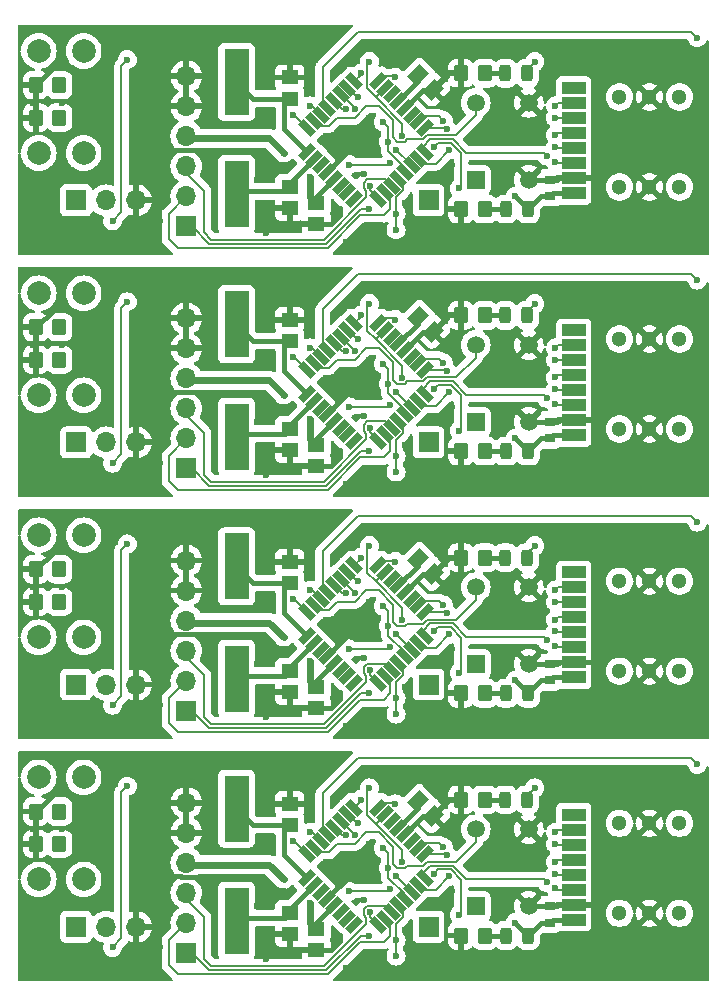
<source format=gbl>
%TF.GenerationSoftware,KiCad,Pcbnew,7.0.5*%
%TF.CreationDate,2023-11-06T22:37:59+10:00*%
%TF.ProjectId,TallyLight_Panel,54616c6c-794c-4696-9768-745f50616e65,rev?*%
%TF.SameCoordinates,Original*%
%TF.FileFunction,Copper,L4,Bot*%
%TF.FilePolarity,Positive*%
%FSLAX46Y46*%
G04 Gerber Fmt 4.6, Leading zero omitted, Abs format (unit mm)*
G04 Created by KiCad (PCBNEW 7.0.5) date 2023-11-06 22:37:59*
%MOMM*%
%LPD*%
G01*
G04 APERTURE LIST*
G04 Aperture macros list*
%AMRoundRect*
0 Rectangle with rounded corners*
0 $1 Rounding radius*
0 $2 $3 $4 $5 $6 $7 $8 $9 X,Y pos of 4 corners*
0 Add a 4 corners polygon primitive as box body*
4,1,4,$2,$3,$4,$5,$6,$7,$8,$9,$2,$3,0*
0 Add four circle primitives for the rounded corners*
1,1,$1+$1,$2,$3*
1,1,$1+$1,$4,$5*
1,1,$1+$1,$6,$7*
1,1,$1+$1,$8,$9*
0 Add four rect primitives between the rounded corners*
20,1,$1+$1,$2,$3,$4,$5,0*
20,1,$1+$1,$4,$5,$6,$7,0*
20,1,$1+$1,$6,$7,$8,$9,0*
20,1,$1+$1,$8,$9,$2,$3,0*%
%AMRotRect*
0 Rectangle, with rotation*
0 The origin of the aperture is its center*
0 $1 length*
0 $2 width*
0 $3 Rotation angle, in degrees counterclockwise*
0 Add horizontal line*
21,1,$1,$2,0,0,$3*%
G04 Aperture macros list end*
%TA.AperFunction,SMDPad,CuDef*%
%ADD10RoundRect,0.250000X0.350000X0.450000X-0.350000X0.450000X-0.350000X-0.450000X0.350000X-0.450000X0*%
%TD*%
%TA.AperFunction,SMDPad,CuDef*%
%ADD11R,1.450000X1.150000*%
%TD*%
%TA.AperFunction,SMDPad,CuDef*%
%ADD12RoundRect,0.250000X-0.350000X-0.450000X0.350000X-0.450000X0.350000X0.450000X-0.350000X0.450000X0*%
%TD*%
%TA.AperFunction,SMDPad,CuDef*%
%ADD13RoundRect,0.243750X0.243750X0.456250X-0.243750X0.456250X-0.243750X-0.456250X0.243750X-0.456250X0*%
%TD*%
%TA.AperFunction,SMDPad,CuDef*%
%ADD14R,2.000000X1.000000*%
%TD*%
%TA.AperFunction,SMDPad,CuDef*%
%ADD15R,0.940000X0.750000*%
%TD*%
%TA.AperFunction,SMDPad,CuDef*%
%ADD16R,2.100000X5.600000*%
%TD*%
%TA.AperFunction,SMDPad,CuDef*%
%ADD17RotRect,1.150000X1.450000X315.000000*%
%TD*%
%TA.AperFunction,ComponentPad*%
%ADD18R,1.500000X1.500000*%
%TD*%
%TA.AperFunction,ComponentPad*%
%ADD19C,1.500000*%
%TD*%
%TA.AperFunction,ComponentPad*%
%ADD20R,1.700000X1.700000*%
%TD*%
%TA.AperFunction,ComponentPad*%
%ADD21O,1.700000X1.700000*%
%TD*%
%TA.AperFunction,SMDPad,CuDef*%
%ADD22RotRect,0.600000X1.500000X315.000000*%
%TD*%
%TA.AperFunction,SMDPad,CuDef*%
%ADD23RotRect,0.600000X1.500000X45.000000*%
%TD*%
%TA.AperFunction,ComponentPad*%
%ADD24C,2.010000*%
%TD*%
%TA.AperFunction,ComponentPad*%
%ADD25C,1.300000*%
%TD*%
%TA.AperFunction,ViaPad*%
%ADD26C,0.600000*%
%TD*%
%TA.AperFunction,Conductor*%
%ADD27C,0.200000*%
%TD*%
%TA.AperFunction,Conductor*%
%ADD28C,0.400000*%
%TD*%
%TA.AperFunction,Conductor*%
%ADD29C,0.127000*%
%TD*%
%TA.AperFunction,Conductor*%
%ADD30C,0.600000*%
%TD*%
G04 APERTURE END LIST*
D10*
%TO.P,R2,1*%
%TO.N,Net-(J1-CC2)*%
X90000000Y-121875000D03*
%TO.P,R2,2*%
%TO.N,GND*%
X88000000Y-121875000D03*
%TD*%
D11*
%TO.P,C17,1*%
%TO.N,GND*%
X109500000Y-129525000D03*
%TO.P,C17,2*%
%TO.N,/XTAL1*%
X109500000Y-127725000D03*
%TD*%
D12*
%TO.P,R4,1*%
%TO.N,GND*%
X124000000Y-129625000D03*
%TO.P,R4,2*%
%TO.N,Net-(3V1-A)*%
X126000000Y-129625000D03*
%TD*%
D13*
%TO.P,5V,1,K*%
%TO.N,+5V*%
X129625000Y-118125000D03*
%TO.P,5V,2,A*%
%TO.N,Net-(5V1-A)*%
X127750000Y-118125000D03*
%TD*%
D14*
%TO.P,NRF24L01,1,GND*%
%TO.N,GND*%
X133550000Y-127005000D03*
%TO.P,NRF24L01,2,VCC*%
%TO.N,+3V3*%
X133550000Y-128275000D03*
%TO.P,NRF24L01,3,CE*%
%TO.N,/RF_CE*%
X133550000Y-125735000D03*
%TO.P,NRF24L01,4,CSN*%
%TO.N,/RF_CSN*%
X133550000Y-124465000D03*
%TO.P,NRF24L01,5,SCK*%
%TO.N,/SCK*%
X133550000Y-123195000D03*
%TO.P,NRF24L01,6,MOSI*%
%TO.N,/MOSI*%
X133550000Y-121925000D03*
%TO.P,NRF24L01,7,MISO*%
%TO.N,/MISO*%
X133550000Y-120655000D03*
%TO.P,NRF24L01,8,IRQ*%
%TO.N,unconnected-(U9-IRQ-Pad8)*%
X133550000Y-119385000D03*
%TD*%
D15*
%TO.P,C12,1*%
%TO.N,+3V3*%
X131500000Y-128525000D03*
%TO.P,C12,2*%
%TO.N,GND*%
X131500000Y-127125000D03*
%TD*%
D13*
%TO.P,3V3,1,K*%
%TO.N,+3V3*%
X129687500Y-129625000D03*
%TO.P,3V3,2,A*%
%TO.N,Net-(3V1-A)*%
X127812500Y-129625000D03*
%TD*%
D11*
%TO.P,C18,1*%
%TO.N,GND*%
X109500000Y-118475000D03*
%TO.P,C18,2*%
%TO.N,/XTAL2*%
X109500000Y-120275000D03*
%TD*%
D12*
%TO.P,R5,1*%
%TO.N,GND*%
X124000000Y-118125000D03*
%TO.P,R5,2*%
%TO.N,Net-(5V1-A)*%
X126000000Y-118125000D03*
%TD*%
D16*
%TO.P,16M,1*%
%TO.N,/XTAL1*%
X105000000Y-128375000D03*
%TO.P,16M,2*%
%TO.N,/XTAL2*%
X105000000Y-118875000D03*
%TD*%
D17*
%TO.P,C16,1*%
%TO.N,Net-(IC3-AREF)*%
X120363604Y-118238604D03*
%TO.P,C16,2*%
%TO.N,GND*%
X121636396Y-119511396D03*
%TD*%
D18*
%TO.P,SET,1,NO_1*%
%TO.N,unconnected-(SET1-NO_1-Pad1)*%
X125250000Y-127125000D03*
D19*
%TO.P,SET,2,NO_2*%
%TO.N,/BTN*%
X125250000Y-120625000D03*
%TO.P,SET,3,COM_1*%
%TO.N,GND*%
X129750000Y-127125000D03*
%TO.P,SET,4,COM_2*%
X129750000Y-120625000D03*
%TD*%
D20*
%TO.P,PROG,1,Pin_1*%
%TO.N,/DTR*%
X100750000Y-131075000D03*
D21*
%TO.P,PROG,2,Pin_2*%
%TO.N,/TXO*%
X100750000Y-128535000D03*
%TO.P,PROG,3,Pin_3*%
%TO.N,/RXI*%
X100750000Y-125995000D03*
%TO.P,PROG,4,Pin_4*%
%TO.N,+5V*%
X100750000Y-123455000D03*
%TO.P,PROG,5,Pin_5*%
%TO.N,GND*%
X100750000Y-120915000D03*
%TO.P,PROG,6,Pin_6*%
X100750000Y-118375000D03*
%TD*%
D10*
%TO.P,R1,1*%
%TO.N,Net-(J1-CC1)*%
X90000000Y-119125000D03*
%TO.P,R1,2*%
%TO.N,GND*%
X88000000Y-119125000D03*
%TD*%
D20*
%TO.P,D2,1,Pin_1*%
%TO.N,Net-(IC3-PD2_(PTCXY{slash}INT0{slash}OC3B{slash}OC4B))*%
X121250000Y-128875000D03*
%TD*%
D11*
%TO.P,C14,1*%
%TO.N,GND*%
X111750000Y-130875000D03*
%TO.P,C14,2*%
%TO.N,+5V*%
X111750000Y-129075000D03*
%TD*%
D22*
%TO.P,ATMEGA328P,1,(OC2B/INT1/PTCXY)_PD3*%
%TO.N,unconnected-(IC3-(OC2B{slash}INT1{slash}PTCXY)_PD3-Pad1)*%
X114949390Y-128756371D03*
%TO.P,ATMEGA328P,2,(XCK0/T0/PTCXY)_PD4*%
%TO.N,unconnected-(IC3-(XCK0{slash}T0{slash}PTCXY)_PD4-Pad2)*%
X114383705Y-128190685D03*
%TO.P,ATMEGA328P,3,(SDA1/ICP4/ACO/PTCXY)_PE0*%
%TO.N,unconnected-(IC3-(SDA1{slash}ICP4{slash}ACO{slash}PTCXY)_PE0-Pad3)*%
X113818019Y-127625000D03*
%TO.P,ATMEGA328P,4,VCC*%
%TO.N,+5V*%
X113252334Y-127059315D03*
%TO.P,ATMEGA328P,5,GND_1*%
%TO.N,GND*%
X112686648Y-126493629D03*
%TO.P,ATMEGA328P,6,(SCL1/T4/PTCXY)_PE1*%
%TO.N,unconnected-(IC3-(SCL1{slash}T4{slash}PTCXY)_PE1-Pad6)*%
X112120963Y-125927944D03*
%TO.P,ATMEGA328P,7,(XTAL1/TOSC1)_PB6*%
%TO.N,/XTAL1*%
X111555278Y-125362258D03*
%TO.P,ATMEGA328P,8,(XTAL2/TOSC2)_PB7*%
%TO.N,/XTAL2*%
X110989592Y-124796573D03*
D23*
%TO.P,ATMEGA328P,9,(OC0B/T1/PTCXY)_PD5*%
%TO.N,/LED*%
X110989592Y-122745963D03*
%TO.P,ATMEGA328P,10,(OC0A/PTCXY/AIN0)_PD6*%
%TO.N,/BTN*%
X111555278Y-122180278D03*
%TO.P,ATMEGA328P,11,(PTCXY/AIN1)_PD7*%
%TO.N,/LED_DATA_2*%
X112120963Y-121614592D03*
%TO.P,ATMEGA328P,12,(ICP1/CLKO/PTCXY)_PB0*%
%TO.N,/LED_DATA*%
X112686648Y-121048907D03*
%TO.P,ATMEGA328P,13,(OC1A/PTCXY)_PB1*%
%TO.N,/RF_CE*%
X113252334Y-120483221D03*
%TO.P,ATMEGA328P,14,(~{SS0}/OC1B/PTCXY)_PB2*%
%TO.N,/RF_CSN*%
X113818019Y-119917536D03*
%TO.P,ATMEGA328P,15,(MOSI0/TXD1/OC2A/PTCXY)_PB3*%
%TO.N,/MOSI*%
X114383705Y-119351851D03*
%TO.P,ATMEGA328P,16,(MISO0/RXD1/PTCXY)_PB4*%
%TO.N,/MISO*%
X114949390Y-118786165D03*
D22*
%TO.P,ATMEGA328P,17,PB5_(PTCXY/XCK0/SCK0)*%
%TO.N,/SCK*%
X117000000Y-118786165D03*
%TO.P,ATMEGA328P,18,AVCC*%
%TO.N,+5V*%
X117565685Y-119351851D03*
%TO.P,ATMEGA328P,19,PE2_(ADC6/PTCY/ICP3/~{SS1})*%
%TO.N,unconnected-(IC3-PE2_(ADC6{slash}PTCY{slash}ICP3{slash}~{SS1})-Pad19)*%
X118131371Y-119917536D03*
%TO.P,ATMEGA328P,20,AREF*%
%TO.N,Net-(IC3-AREF)*%
X118697056Y-120483221D03*
%TO.P,ATMEGA328P,21,GND_2*%
%TO.N,GND*%
X119262742Y-121048907D03*
%TO.P,ATMEGA328P,22,PE3_(ADC7/PTCY/T3/MOSI1)*%
%TO.N,unconnected-(IC3-PE3_(ADC7{slash}PTCY{slash}T3{slash}MOSI1)-Pad22)*%
X119828427Y-121614592D03*
%TO.P,ATMEGA328P,23,PC0_(ADC0/PTCY/MISO1)*%
%TO.N,/HEX_1*%
X120394112Y-122180278D03*
%TO.P,ATMEGA328P,24,PC1_(ADC1/PTCY/SCK1)*%
%TO.N,/HEX_2*%
X120959798Y-122745963D03*
D23*
%TO.P,ATMEGA328P,25,PC2_(ADC2/PTCY)*%
%TO.N,/HEX_4*%
X120959798Y-124796573D03*
%TO.P,ATMEGA328P,26,PC3_(ADC3/PTCY)*%
%TO.N,/HEX_8*%
X120394112Y-125362258D03*
%TO.P,ATMEGA328P,27,PC4_(ADC4/PTCY/SDA0)*%
%TO.N,/SDA*%
X119828427Y-125927944D03*
%TO.P,ATMEGA328P,28,PC5_(ADC5/PTCY/SCL0)*%
%TO.N,/SCL*%
X119262742Y-126493629D03*
%TO.P,ATMEGA328P,29,PC6_(~{RESET})*%
%TO.N,/RST*%
X118697056Y-127059315D03*
%TO.P,ATMEGA328P,30,PD0_(PTCXY/OC3A/RXD0)*%
%TO.N,/RXI*%
X118131371Y-127625000D03*
%TO.P,ATMEGA328P,31,PD1_(PTCXY/OC4A/TXD0)*%
%TO.N,/TXO*%
X117565685Y-128190685D03*
%TO.P,ATMEGA328P,32,PD2_(PTCXY/INT0/OC3B/OC4B)*%
%TO.N,Net-(IC3-PD2_(PTCXY{slash}INT0{slash}OC3B{slash}OC4B))*%
X117000000Y-128756371D03*
%TD*%
D20*
%TO.P,J4,1,Pin_1*%
%TO.N,+5V*%
X91420000Y-128875000D03*
D21*
%TO.P,J4,2,Pin_2*%
%TO.N,/LED_DATA_2*%
X93960000Y-128875000D03*
%TO.P,J4,3,Pin_3*%
%TO.N,GND*%
X96500000Y-128875000D03*
%TD*%
D24*
%TO.P,USB,MH1,MH1*%
%TO.N,unconnected-(J1-PadMH1)*%
X92050000Y-116235000D03*
%TO.P,USB,MH2,MH2*%
%TO.N,unconnected-(J1-PadMH2)*%
X88250000Y-116235000D03*
%TO.P,USB,MH3,MH3*%
%TO.N,unconnected-(J1-PadMH3)*%
X88250000Y-124875000D03*
%TO.P,USB,MH4,MH4*%
%TO.N,unconnected-(J1-PadMH4)*%
X92050000Y-124875000D03*
%TD*%
D25*
%TO.P,TALLY #,1,1*%
%TO.N,/HEX_1*%
X142500000Y-120125000D03*
%TO.P,TALLY #,2,2*%
%TO.N,/HEX_2*%
X137420000Y-127745000D03*
%TO.P,TALLY #,4,4*%
%TO.N,/HEX_4*%
X137420000Y-120125000D03*
%TO.P,TALLY #,8,8*%
%TO.N,/HEX_8*%
X142500000Y-127745000D03*
%TO.P,TALLY #,C1,C1*%
%TO.N,GND*%
X139960000Y-120125000D03*
%TO.P,TALLY #,C2,C2*%
X139960000Y-127745000D03*
%TD*%
D20*
%TO.P,D2,1,Pin_1*%
%TO.N,Net-(IC3-PD2_(PTCXY{slash}INT0{slash}OC3B{slash}OC4B))*%
X121250000Y-108375000D03*
%TD*%
D11*
%TO.P,C17,1*%
%TO.N,GND*%
X109500000Y-109025000D03*
%TO.P,C17,2*%
%TO.N,/XTAL1*%
X109500000Y-107225000D03*
%TD*%
D12*
%TO.P,R4,1*%
%TO.N,GND*%
X124000000Y-109125000D03*
%TO.P,R4,2*%
%TO.N,Net-(3V1-A)*%
X126000000Y-109125000D03*
%TD*%
D13*
%TO.P,5V,1,K*%
%TO.N,+5V*%
X129625000Y-97625000D03*
%TO.P,5V,2,A*%
%TO.N,Net-(5V1-A)*%
X127750000Y-97625000D03*
%TD*%
D14*
%TO.P,NRF24L01,1,GND*%
%TO.N,GND*%
X133550000Y-106505000D03*
%TO.P,NRF24L01,2,VCC*%
%TO.N,+3V3*%
X133550000Y-107775000D03*
%TO.P,NRF24L01,3,CE*%
%TO.N,/RF_CE*%
X133550000Y-105235000D03*
%TO.P,NRF24L01,4,CSN*%
%TO.N,/RF_CSN*%
X133550000Y-103965000D03*
%TO.P,NRF24L01,5,SCK*%
%TO.N,/SCK*%
X133550000Y-102695000D03*
%TO.P,NRF24L01,6,MOSI*%
%TO.N,/MOSI*%
X133550000Y-101425000D03*
%TO.P,NRF24L01,7,MISO*%
%TO.N,/MISO*%
X133550000Y-100155000D03*
%TO.P,NRF24L01,8,IRQ*%
%TO.N,unconnected-(U9-IRQ-Pad8)*%
X133550000Y-98885000D03*
%TD*%
D15*
%TO.P,C12,1*%
%TO.N,+3V3*%
X131500000Y-108025000D03*
%TO.P,C12,2*%
%TO.N,GND*%
X131500000Y-106625000D03*
%TD*%
D11*
%TO.P,C18,1*%
%TO.N,GND*%
X109500000Y-97975000D03*
%TO.P,C18,2*%
%TO.N,/XTAL2*%
X109500000Y-99775000D03*
%TD*%
D16*
%TO.P,16M,1*%
%TO.N,/XTAL1*%
X105000000Y-107875000D03*
%TO.P,16M,2*%
%TO.N,/XTAL2*%
X105000000Y-98375000D03*
%TD*%
D10*
%TO.P,R1,1*%
%TO.N,Net-(J1-CC1)*%
X90000000Y-98625000D03*
%TO.P,R1,2*%
%TO.N,GND*%
X88000000Y-98625000D03*
%TD*%
D17*
%TO.P,C16,1*%
%TO.N,Net-(IC3-AREF)*%
X120363604Y-97738604D03*
%TO.P,C16,2*%
%TO.N,GND*%
X121636396Y-99011396D03*
%TD*%
D18*
%TO.P,SET,1,NO_1*%
%TO.N,unconnected-(SET1-NO_1-Pad1)*%
X125250000Y-106625000D03*
D19*
%TO.P,SET,2,NO_2*%
%TO.N,/BTN*%
X125250000Y-100125000D03*
%TO.P,SET,3,COM_1*%
%TO.N,GND*%
X129750000Y-106625000D03*
%TO.P,SET,4,COM_2*%
X129750000Y-100125000D03*
%TD*%
D20*
%TO.P,PROG,1,Pin_1*%
%TO.N,/DTR*%
X100750000Y-110575000D03*
D21*
%TO.P,PROG,2,Pin_2*%
%TO.N,/TXO*%
X100750000Y-108035000D03*
%TO.P,PROG,3,Pin_3*%
%TO.N,/RXI*%
X100750000Y-105495000D03*
%TO.P,PROG,4,Pin_4*%
%TO.N,+5V*%
X100750000Y-102955000D03*
%TO.P,PROG,5,Pin_5*%
%TO.N,GND*%
X100750000Y-100415000D03*
%TO.P,PROG,6,Pin_6*%
X100750000Y-97875000D03*
%TD*%
D12*
%TO.P,R5,1*%
%TO.N,GND*%
X124000000Y-97625000D03*
%TO.P,R5,2*%
%TO.N,Net-(5V1-A)*%
X126000000Y-97625000D03*
%TD*%
D11*
%TO.P,C14,1*%
%TO.N,GND*%
X111750000Y-110375000D03*
%TO.P,C14,2*%
%TO.N,+5V*%
X111750000Y-108575000D03*
%TD*%
D22*
%TO.P,ATMEGA328P,1,(OC2B/INT1/PTCXY)_PD3*%
%TO.N,unconnected-(IC3-(OC2B{slash}INT1{slash}PTCXY)_PD3-Pad1)*%
X114949390Y-108256371D03*
%TO.P,ATMEGA328P,2,(XCK0/T0/PTCXY)_PD4*%
%TO.N,unconnected-(IC3-(XCK0{slash}T0{slash}PTCXY)_PD4-Pad2)*%
X114383705Y-107690685D03*
%TO.P,ATMEGA328P,3,(SDA1/ICP4/ACO/PTCXY)_PE0*%
%TO.N,unconnected-(IC3-(SDA1{slash}ICP4{slash}ACO{slash}PTCXY)_PE0-Pad3)*%
X113818019Y-107125000D03*
%TO.P,ATMEGA328P,4,VCC*%
%TO.N,+5V*%
X113252334Y-106559315D03*
%TO.P,ATMEGA328P,5,GND_1*%
%TO.N,GND*%
X112686648Y-105993629D03*
%TO.P,ATMEGA328P,6,(SCL1/T4/PTCXY)_PE1*%
%TO.N,unconnected-(IC3-(SCL1{slash}T4{slash}PTCXY)_PE1-Pad6)*%
X112120963Y-105427944D03*
%TO.P,ATMEGA328P,7,(XTAL1/TOSC1)_PB6*%
%TO.N,/XTAL1*%
X111555278Y-104862258D03*
%TO.P,ATMEGA328P,8,(XTAL2/TOSC2)_PB7*%
%TO.N,/XTAL2*%
X110989592Y-104296573D03*
D23*
%TO.P,ATMEGA328P,9,(OC0B/T1/PTCXY)_PD5*%
%TO.N,/LED*%
X110989592Y-102245963D03*
%TO.P,ATMEGA328P,10,(OC0A/PTCXY/AIN0)_PD6*%
%TO.N,/BTN*%
X111555278Y-101680278D03*
%TO.P,ATMEGA328P,11,(PTCXY/AIN1)_PD7*%
%TO.N,/LED_DATA_2*%
X112120963Y-101114592D03*
%TO.P,ATMEGA328P,12,(ICP1/CLKO/PTCXY)_PB0*%
%TO.N,/LED_DATA*%
X112686648Y-100548907D03*
%TO.P,ATMEGA328P,13,(OC1A/PTCXY)_PB1*%
%TO.N,/RF_CE*%
X113252334Y-99983221D03*
%TO.P,ATMEGA328P,14,(~{SS0}/OC1B/PTCXY)_PB2*%
%TO.N,/RF_CSN*%
X113818019Y-99417536D03*
%TO.P,ATMEGA328P,15,(MOSI0/TXD1/OC2A/PTCXY)_PB3*%
%TO.N,/MOSI*%
X114383705Y-98851851D03*
%TO.P,ATMEGA328P,16,(MISO0/RXD1/PTCXY)_PB4*%
%TO.N,/MISO*%
X114949390Y-98286165D03*
D22*
%TO.P,ATMEGA328P,17,PB5_(PTCXY/XCK0/SCK0)*%
%TO.N,/SCK*%
X117000000Y-98286165D03*
%TO.P,ATMEGA328P,18,AVCC*%
%TO.N,+5V*%
X117565685Y-98851851D03*
%TO.P,ATMEGA328P,19,PE2_(ADC6/PTCY/ICP3/~{SS1})*%
%TO.N,unconnected-(IC3-PE2_(ADC6{slash}PTCY{slash}ICP3{slash}~{SS1})-Pad19)*%
X118131371Y-99417536D03*
%TO.P,ATMEGA328P,20,AREF*%
%TO.N,Net-(IC3-AREF)*%
X118697056Y-99983221D03*
%TO.P,ATMEGA328P,21,GND_2*%
%TO.N,GND*%
X119262742Y-100548907D03*
%TO.P,ATMEGA328P,22,PE3_(ADC7/PTCY/T3/MOSI1)*%
%TO.N,unconnected-(IC3-PE3_(ADC7{slash}PTCY{slash}T3{slash}MOSI1)-Pad22)*%
X119828427Y-101114592D03*
%TO.P,ATMEGA328P,23,PC0_(ADC0/PTCY/MISO1)*%
%TO.N,/HEX_1*%
X120394112Y-101680278D03*
%TO.P,ATMEGA328P,24,PC1_(ADC1/PTCY/SCK1)*%
%TO.N,/HEX_2*%
X120959798Y-102245963D03*
D23*
%TO.P,ATMEGA328P,25,PC2_(ADC2/PTCY)*%
%TO.N,/HEX_4*%
X120959798Y-104296573D03*
%TO.P,ATMEGA328P,26,PC3_(ADC3/PTCY)*%
%TO.N,/HEX_8*%
X120394112Y-104862258D03*
%TO.P,ATMEGA328P,27,PC4_(ADC4/PTCY/SDA0)*%
%TO.N,/SDA*%
X119828427Y-105427944D03*
%TO.P,ATMEGA328P,28,PC5_(ADC5/PTCY/SCL0)*%
%TO.N,/SCL*%
X119262742Y-105993629D03*
%TO.P,ATMEGA328P,29,PC6_(~{RESET})*%
%TO.N,/RST*%
X118697056Y-106559315D03*
%TO.P,ATMEGA328P,30,PD0_(PTCXY/OC3A/RXD0)*%
%TO.N,/RXI*%
X118131371Y-107125000D03*
%TO.P,ATMEGA328P,31,PD1_(PTCXY/OC4A/TXD0)*%
%TO.N,/TXO*%
X117565685Y-107690685D03*
%TO.P,ATMEGA328P,32,PD2_(PTCXY/INT0/OC3B/OC4B)*%
%TO.N,Net-(IC3-PD2_(PTCXY{slash}INT0{slash}OC3B{slash}OC4B))*%
X117000000Y-108256371D03*
%TD*%
D20*
%TO.P,J4,1,Pin_1*%
%TO.N,+5V*%
X91420000Y-108375000D03*
D21*
%TO.P,J4,2,Pin_2*%
%TO.N,/LED_DATA_2*%
X93960000Y-108375000D03*
%TO.P,J4,3,Pin_3*%
%TO.N,GND*%
X96500000Y-108375000D03*
%TD*%
D24*
%TO.P,USB,MH1,MH1*%
%TO.N,unconnected-(J1-PadMH1)*%
X92050000Y-95735000D03*
%TO.P,USB,MH2,MH2*%
%TO.N,unconnected-(J1-PadMH2)*%
X88250000Y-95735000D03*
%TO.P,USB,MH3,MH3*%
%TO.N,unconnected-(J1-PadMH3)*%
X88250000Y-104375000D03*
%TO.P,USB,MH4,MH4*%
%TO.N,unconnected-(J1-PadMH4)*%
X92050000Y-104375000D03*
%TD*%
D25*
%TO.P,TALLY #,1,1*%
%TO.N,/HEX_1*%
X142500000Y-99625000D03*
%TO.P,TALLY #,2,2*%
%TO.N,/HEX_2*%
X137420000Y-107245000D03*
%TO.P,TALLY #,4,4*%
%TO.N,/HEX_4*%
X137420000Y-99625000D03*
%TO.P,TALLY #,8,8*%
%TO.N,/HEX_8*%
X142500000Y-107245000D03*
%TO.P,TALLY #,C1,C1*%
%TO.N,GND*%
X139960000Y-99625000D03*
%TO.P,TALLY #,C2,C2*%
X139960000Y-107245000D03*
%TD*%
D10*
%TO.P,R2,1*%
%TO.N,Net-(J1-CC2)*%
X90000000Y-101375000D03*
%TO.P,R2,2*%
%TO.N,GND*%
X88000000Y-101375000D03*
%TD*%
D13*
%TO.P,3V3,1,K*%
%TO.N,+3V3*%
X129687500Y-109125000D03*
%TO.P,3V3,2,A*%
%TO.N,Net-(3V1-A)*%
X127812500Y-109125000D03*
%TD*%
D10*
%TO.P,R2,1*%
%TO.N,Net-(J1-CC2)*%
X90000000Y-80875000D03*
%TO.P,R2,2*%
%TO.N,GND*%
X88000000Y-80875000D03*
%TD*%
D20*
%TO.P,D2,1,Pin_1*%
%TO.N,Net-(IC3-PD2_(PTCXY{slash}INT0{slash}OC3B{slash}OC4B))*%
X121250000Y-87875000D03*
%TD*%
D11*
%TO.P,C17,1*%
%TO.N,GND*%
X109500000Y-88525000D03*
%TO.P,C17,2*%
%TO.N,/XTAL1*%
X109500000Y-86725000D03*
%TD*%
D12*
%TO.P,R4,1*%
%TO.N,GND*%
X124000000Y-88625000D03*
%TO.P,R4,2*%
%TO.N,Net-(3V1-A)*%
X126000000Y-88625000D03*
%TD*%
D13*
%TO.P,5V,1,K*%
%TO.N,+5V*%
X129625000Y-77125000D03*
%TO.P,5V,2,A*%
%TO.N,Net-(5V1-A)*%
X127750000Y-77125000D03*
%TD*%
D14*
%TO.P,NRF24L01,1,GND*%
%TO.N,GND*%
X133550000Y-86005000D03*
%TO.P,NRF24L01,2,VCC*%
%TO.N,+3V3*%
X133550000Y-87275000D03*
%TO.P,NRF24L01,3,CE*%
%TO.N,/RF_CE*%
X133550000Y-84735000D03*
%TO.P,NRF24L01,4,CSN*%
%TO.N,/RF_CSN*%
X133550000Y-83465000D03*
%TO.P,NRF24L01,5,SCK*%
%TO.N,/SCK*%
X133550000Y-82195000D03*
%TO.P,NRF24L01,6,MOSI*%
%TO.N,/MOSI*%
X133550000Y-80925000D03*
%TO.P,NRF24L01,7,MISO*%
%TO.N,/MISO*%
X133550000Y-79655000D03*
%TO.P,NRF24L01,8,IRQ*%
%TO.N,unconnected-(U9-IRQ-Pad8)*%
X133550000Y-78385000D03*
%TD*%
D13*
%TO.P,3V3,1,K*%
%TO.N,+3V3*%
X129687500Y-88625000D03*
%TO.P,3V3,2,A*%
%TO.N,Net-(3V1-A)*%
X127812500Y-88625000D03*
%TD*%
D12*
%TO.P,R5,1*%
%TO.N,GND*%
X124000000Y-77125000D03*
%TO.P,R5,2*%
%TO.N,Net-(5V1-A)*%
X126000000Y-77125000D03*
%TD*%
D16*
%TO.P,16M,1*%
%TO.N,/XTAL1*%
X105000000Y-87375000D03*
%TO.P,16M,2*%
%TO.N,/XTAL2*%
X105000000Y-77875000D03*
%TD*%
D10*
%TO.P,R1,1*%
%TO.N,Net-(J1-CC1)*%
X90000000Y-78125000D03*
%TO.P,R1,2*%
%TO.N,GND*%
X88000000Y-78125000D03*
%TD*%
D17*
%TO.P,C16,1*%
%TO.N,Net-(IC3-AREF)*%
X120363604Y-77238604D03*
%TO.P,C16,2*%
%TO.N,GND*%
X121636396Y-78511396D03*
%TD*%
D18*
%TO.P,SET,1,NO_1*%
%TO.N,unconnected-(SET1-NO_1-Pad1)*%
X125250000Y-86125000D03*
D19*
%TO.P,SET,2,NO_2*%
%TO.N,/BTN*%
X125250000Y-79625000D03*
%TO.P,SET,3,COM_1*%
%TO.N,GND*%
X129750000Y-86125000D03*
%TO.P,SET,4,COM_2*%
X129750000Y-79625000D03*
%TD*%
D20*
%TO.P,PROG,1,Pin_1*%
%TO.N,/DTR*%
X100750000Y-90075000D03*
D21*
%TO.P,PROG,2,Pin_2*%
%TO.N,/TXO*%
X100750000Y-87535000D03*
%TO.P,PROG,3,Pin_3*%
%TO.N,/RXI*%
X100750000Y-84995000D03*
%TO.P,PROG,4,Pin_4*%
%TO.N,+5V*%
X100750000Y-82455000D03*
%TO.P,PROG,5,Pin_5*%
%TO.N,GND*%
X100750000Y-79915000D03*
%TO.P,PROG,6,Pin_6*%
X100750000Y-77375000D03*
%TD*%
D11*
%TO.P,C14,1*%
%TO.N,GND*%
X111750000Y-89875000D03*
%TO.P,C14,2*%
%TO.N,+5V*%
X111750000Y-88075000D03*
%TD*%
D22*
%TO.P,ATMEGA328P,1,(OC2B/INT1/PTCXY)_PD3*%
%TO.N,unconnected-(IC3-(OC2B{slash}INT1{slash}PTCXY)_PD3-Pad1)*%
X114949390Y-87756371D03*
%TO.P,ATMEGA328P,2,(XCK0/T0/PTCXY)_PD4*%
%TO.N,unconnected-(IC3-(XCK0{slash}T0{slash}PTCXY)_PD4-Pad2)*%
X114383705Y-87190685D03*
%TO.P,ATMEGA328P,3,(SDA1/ICP4/ACO/PTCXY)_PE0*%
%TO.N,unconnected-(IC3-(SDA1{slash}ICP4{slash}ACO{slash}PTCXY)_PE0-Pad3)*%
X113818019Y-86625000D03*
%TO.P,ATMEGA328P,4,VCC*%
%TO.N,+5V*%
X113252334Y-86059315D03*
%TO.P,ATMEGA328P,5,GND_1*%
%TO.N,GND*%
X112686648Y-85493629D03*
%TO.P,ATMEGA328P,6,(SCL1/T4/PTCXY)_PE1*%
%TO.N,unconnected-(IC3-(SCL1{slash}T4{slash}PTCXY)_PE1-Pad6)*%
X112120963Y-84927944D03*
%TO.P,ATMEGA328P,7,(XTAL1/TOSC1)_PB6*%
%TO.N,/XTAL1*%
X111555278Y-84362258D03*
%TO.P,ATMEGA328P,8,(XTAL2/TOSC2)_PB7*%
%TO.N,/XTAL2*%
X110989592Y-83796573D03*
D23*
%TO.P,ATMEGA328P,9,(OC0B/T1/PTCXY)_PD5*%
%TO.N,/LED*%
X110989592Y-81745963D03*
%TO.P,ATMEGA328P,10,(OC0A/PTCXY/AIN0)_PD6*%
%TO.N,/BTN*%
X111555278Y-81180278D03*
%TO.P,ATMEGA328P,11,(PTCXY/AIN1)_PD7*%
%TO.N,/LED_DATA_2*%
X112120963Y-80614592D03*
%TO.P,ATMEGA328P,12,(ICP1/CLKO/PTCXY)_PB0*%
%TO.N,/LED_DATA*%
X112686648Y-80048907D03*
%TO.P,ATMEGA328P,13,(OC1A/PTCXY)_PB1*%
%TO.N,/RF_CE*%
X113252334Y-79483221D03*
%TO.P,ATMEGA328P,14,(~{SS0}/OC1B/PTCXY)_PB2*%
%TO.N,/RF_CSN*%
X113818019Y-78917536D03*
%TO.P,ATMEGA328P,15,(MOSI0/TXD1/OC2A/PTCXY)_PB3*%
%TO.N,/MOSI*%
X114383705Y-78351851D03*
%TO.P,ATMEGA328P,16,(MISO0/RXD1/PTCXY)_PB4*%
%TO.N,/MISO*%
X114949390Y-77786165D03*
D22*
%TO.P,ATMEGA328P,17,PB5_(PTCXY/XCK0/SCK0)*%
%TO.N,/SCK*%
X117000000Y-77786165D03*
%TO.P,ATMEGA328P,18,AVCC*%
%TO.N,+5V*%
X117565685Y-78351851D03*
%TO.P,ATMEGA328P,19,PE2_(ADC6/PTCY/ICP3/~{SS1})*%
%TO.N,unconnected-(IC3-PE2_(ADC6{slash}PTCY{slash}ICP3{slash}~{SS1})-Pad19)*%
X118131371Y-78917536D03*
%TO.P,ATMEGA328P,20,AREF*%
%TO.N,Net-(IC3-AREF)*%
X118697056Y-79483221D03*
%TO.P,ATMEGA328P,21,GND_2*%
%TO.N,GND*%
X119262742Y-80048907D03*
%TO.P,ATMEGA328P,22,PE3_(ADC7/PTCY/T3/MOSI1)*%
%TO.N,unconnected-(IC3-PE3_(ADC7{slash}PTCY{slash}T3{slash}MOSI1)-Pad22)*%
X119828427Y-80614592D03*
%TO.P,ATMEGA328P,23,PC0_(ADC0/PTCY/MISO1)*%
%TO.N,/HEX_1*%
X120394112Y-81180278D03*
%TO.P,ATMEGA328P,24,PC1_(ADC1/PTCY/SCK1)*%
%TO.N,/HEX_2*%
X120959798Y-81745963D03*
D23*
%TO.P,ATMEGA328P,25,PC2_(ADC2/PTCY)*%
%TO.N,/HEX_4*%
X120959798Y-83796573D03*
%TO.P,ATMEGA328P,26,PC3_(ADC3/PTCY)*%
%TO.N,/HEX_8*%
X120394112Y-84362258D03*
%TO.P,ATMEGA328P,27,PC4_(ADC4/PTCY/SDA0)*%
%TO.N,/SDA*%
X119828427Y-84927944D03*
%TO.P,ATMEGA328P,28,PC5_(ADC5/PTCY/SCL0)*%
%TO.N,/SCL*%
X119262742Y-85493629D03*
%TO.P,ATMEGA328P,29,PC6_(~{RESET})*%
%TO.N,/RST*%
X118697056Y-86059315D03*
%TO.P,ATMEGA328P,30,PD0_(PTCXY/OC3A/RXD0)*%
%TO.N,/RXI*%
X118131371Y-86625000D03*
%TO.P,ATMEGA328P,31,PD1_(PTCXY/OC4A/TXD0)*%
%TO.N,/TXO*%
X117565685Y-87190685D03*
%TO.P,ATMEGA328P,32,PD2_(PTCXY/INT0/OC3B/OC4B)*%
%TO.N,Net-(IC3-PD2_(PTCXY{slash}INT0{slash}OC3B{slash}OC4B))*%
X117000000Y-87756371D03*
%TD*%
D20*
%TO.P,J4,1,Pin_1*%
%TO.N,+5V*%
X91420000Y-87875000D03*
D21*
%TO.P,J4,2,Pin_2*%
%TO.N,/LED_DATA_2*%
X93960000Y-87875000D03*
%TO.P,J4,3,Pin_3*%
%TO.N,GND*%
X96500000Y-87875000D03*
%TD*%
D24*
%TO.P,USB,MH1,MH1*%
%TO.N,unconnected-(J1-PadMH1)*%
X92050000Y-75235000D03*
%TO.P,USB,MH2,MH2*%
%TO.N,unconnected-(J1-PadMH2)*%
X88250000Y-75235000D03*
%TO.P,USB,MH3,MH3*%
%TO.N,unconnected-(J1-PadMH3)*%
X88250000Y-83875000D03*
%TO.P,USB,MH4,MH4*%
%TO.N,unconnected-(J1-PadMH4)*%
X92050000Y-83875000D03*
%TD*%
D11*
%TO.P,C18,1*%
%TO.N,GND*%
X109500000Y-77475000D03*
%TO.P,C18,2*%
%TO.N,/XTAL2*%
X109500000Y-79275000D03*
%TD*%
D15*
%TO.P,C12,1*%
%TO.N,+3V3*%
X131500000Y-87525000D03*
%TO.P,C12,2*%
%TO.N,GND*%
X131500000Y-86125000D03*
%TD*%
D25*
%TO.P,TALLY #,1,1*%
%TO.N,/HEX_1*%
X142500000Y-79125000D03*
%TO.P,TALLY #,2,2*%
%TO.N,/HEX_2*%
X137420000Y-86745000D03*
%TO.P,TALLY #,4,4*%
%TO.N,/HEX_4*%
X137420000Y-79125000D03*
%TO.P,TALLY #,8,8*%
%TO.N,/HEX_8*%
X142500000Y-86745000D03*
%TO.P,TALLY #,C1,C1*%
%TO.N,GND*%
X139960000Y-79125000D03*
%TO.P,TALLY #,C2,C2*%
X139960000Y-86745000D03*
%TD*%
D24*
%TO.P,USB,MH1,MH1*%
%TO.N,unconnected-(J1-PadMH1)*%
X92050000Y-54735000D03*
%TO.P,USB,MH2,MH2*%
%TO.N,unconnected-(J1-PadMH2)*%
X88250000Y-54735000D03*
%TO.P,USB,MH3,MH3*%
%TO.N,unconnected-(J1-PadMH3)*%
X88250000Y-63375000D03*
%TO.P,USB,MH4,MH4*%
%TO.N,unconnected-(J1-PadMH4)*%
X92050000Y-63375000D03*
%TD*%
D20*
%TO.P,D2,1,Pin_1*%
%TO.N,Net-(IC3-PD2_(PTCXY{slash}INT0{slash}OC3B{slash}OC4B))*%
X121250000Y-67375000D03*
%TD*%
%TO.P,PROG,1,Pin_1*%
%TO.N,/DTR*%
X100750000Y-69575000D03*
D21*
%TO.P,PROG,2,Pin_2*%
%TO.N,/TXO*%
X100750000Y-67035000D03*
%TO.P,PROG,3,Pin_3*%
%TO.N,/RXI*%
X100750000Y-64495000D03*
%TO.P,PROG,4,Pin_4*%
%TO.N,+5V*%
X100750000Y-61955000D03*
%TO.P,PROG,5,Pin_5*%
%TO.N,GND*%
X100750000Y-59415000D03*
%TO.P,PROG,6,Pin_6*%
X100750000Y-56875000D03*
%TD*%
D20*
%TO.P,J4,1,Pin_1*%
%TO.N,+5V*%
X91420000Y-67375000D03*
D21*
%TO.P,J4,2,Pin_2*%
%TO.N,/LED_DATA_2*%
X93960000Y-67375000D03*
%TO.P,J4,3,Pin_3*%
%TO.N,GND*%
X96500000Y-67375000D03*
%TD*%
D18*
%TO.P,SET,1,NO_1*%
%TO.N,unconnected-(SET1-NO_1-Pad1)*%
X125250000Y-65625000D03*
D19*
%TO.P,SET,2,NO_2*%
%TO.N,/BTN*%
X125250000Y-59125000D03*
%TO.P,SET,3,COM_1*%
%TO.N,GND*%
X129750000Y-65625000D03*
%TO.P,SET,4,COM_2*%
X129750000Y-59125000D03*
%TD*%
D25*
%TO.P,TALLY #,1,1*%
%TO.N,/HEX_1*%
X142500000Y-58625000D03*
%TO.P,TALLY #,2,2*%
%TO.N,/HEX_2*%
X137420000Y-66245000D03*
%TO.P,TALLY #,4,4*%
%TO.N,/HEX_4*%
X137420000Y-58625000D03*
%TO.P,TALLY #,8,8*%
%TO.N,/HEX_8*%
X142500000Y-66245000D03*
%TO.P,TALLY #,C1,C1*%
%TO.N,GND*%
X139960000Y-58625000D03*
%TO.P,TALLY #,C2,C2*%
X139960000Y-66245000D03*
%TD*%
D15*
%TO.P,C12,1*%
%TO.N,+3V3*%
X131500000Y-67025000D03*
%TO.P,C12,2*%
%TO.N,GND*%
X131500000Y-65625000D03*
%TD*%
D13*
%TO.P,5V,1,K*%
%TO.N,+5V*%
X129625000Y-56625000D03*
%TO.P,5V,2,A*%
%TO.N,Net-(5V1-A)*%
X127750000Y-56625000D03*
%TD*%
D11*
%TO.P,C17,1*%
%TO.N,GND*%
X109500000Y-68025000D03*
%TO.P,C17,2*%
%TO.N,/XTAL1*%
X109500000Y-66225000D03*
%TD*%
D10*
%TO.P,R1,1*%
%TO.N,Net-(J1-CC1)*%
X90000000Y-57625000D03*
%TO.P,R1,2*%
%TO.N,GND*%
X88000000Y-57625000D03*
%TD*%
D17*
%TO.P,C16,1*%
%TO.N,Net-(IC3-AREF)*%
X120363604Y-56738604D03*
%TO.P,C16,2*%
%TO.N,GND*%
X121636396Y-58011396D03*
%TD*%
D11*
%TO.P,C14,1*%
%TO.N,GND*%
X111750000Y-69375000D03*
%TO.P,C14,2*%
%TO.N,+5V*%
X111750000Y-67575000D03*
%TD*%
D14*
%TO.P,NRF24L01,1,GND*%
%TO.N,GND*%
X133550000Y-65505000D03*
%TO.P,NRF24L01,2,VCC*%
%TO.N,+3V3*%
X133550000Y-66775000D03*
%TO.P,NRF24L01,3,CE*%
%TO.N,/RF_CE*%
X133550000Y-64235000D03*
%TO.P,NRF24L01,4,CSN*%
%TO.N,/RF_CSN*%
X133550000Y-62965000D03*
%TO.P,NRF24L01,5,SCK*%
%TO.N,/SCK*%
X133550000Y-61695000D03*
%TO.P,NRF24L01,6,MOSI*%
%TO.N,/MOSI*%
X133550000Y-60425000D03*
%TO.P,NRF24L01,7,MISO*%
%TO.N,/MISO*%
X133550000Y-59155000D03*
%TO.P,NRF24L01,8,IRQ*%
%TO.N,unconnected-(U9-IRQ-Pad8)*%
X133550000Y-57885000D03*
%TD*%
D16*
%TO.P,16M,1*%
%TO.N,/XTAL1*%
X105000000Y-66875000D03*
%TO.P,16M,2*%
%TO.N,/XTAL2*%
X105000000Y-57375000D03*
%TD*%
D12*
%TO.P,R5,1*%
%TO.N,GND*%
X124000000Y-56625000D03*
%TO.P,R5,2*%
%TO.N,Net-(5V1-A)*%
X126000000Y-56625000D03*
%TD*%
D13*
%TO.P,3V3,1,K*%
%TO.N,+3V3*%
X129687500Y-68125000D03*
%TO.P,3V3,2,A*%
%TO.N,Net-(3V1-A)*%
X127812500Y-68125000D03*
%TD*%
D12*
%TO.P,R4,1*%
%TO.N,GND*%
X124000000Y-68125000D03*
%TO.P,R4,2*%
%TO.N,Net-(3V1-A)*%
X126000000Y-68125000D03*
%TD*%
D11*
%TO.P,C18,1*%
%TO.N,GND*%
X109500000Y-56975000D03*
%TO.P,C18,2*%
%TO.N,/XTAL2*%
X109500000Y-58775000D03*
%TD*%
D22*
%TO.P,ATMEGA328P,1,(OC2B/INT1/PTCXY)_PD3*%
%TO.N,unconnected-(IC3-(OC2B{slash}INT1{slash}PTCXY)_PD3-Pad1)*%
X114949390Y-67256371D03*
%TO.P,ATMEGA328P,2,(XCK0/T0/PTCXY)_PD4*%
%TO.N,unconnected-(IC3-(XCK0{slash}T0{slash}PTCXY)_PD4-Pad2)*%
X114383705Y-66690685D03*
%TO.P,ATMEGA328P,3,(SDA1/ICP4/ACO/PTCXY)_PE0*%
%TO.N,unconnected-(IC3-(SDA1{slash}ICP4{slash}ACO{slash}PTCXY)_PE0-Pad3)*%
X113818019Y-66125000D03*
%TO.P,ATMEGA328P,4,VCC*%
%TO.N,+5V*%
X113252334Y-65559315D03*
%TO.P,ATMEGA328P,5,GND_1*%
%TO.N,GND*%
X112686648Y-64993629D03*
%TO.P,ATMEGA328P,6,(SCL1/T4/PTCXY)_PE1*%
%TO.N,unconnected-(IC3-(SCL1{slash}T4{slash}PTCXY)_PE1-Pad6)*%
X112120963Y-64427944D03*
%TO.P,ATMEGA328P,7,(XTAL1/TOSC1)_PB6*%
%TO.N,/XTAL1*%
X111555278Y-63862258D03*
%TO.P,ATMEGA328P,8,(XTAL2/TOSC2)_PB7*%
%TO.N,/XTAL2*%
X110989592Y-63296573D03*
D23*
%TO.P,ATMEGA328P,9,(OC0B/T1/PTCXY)_PD5*%
%TO.N,/LED*%
X110989592Y-61245963D03*
%TO.P,ATMEGA328P,10,(OC0A/PTCXY/AIN0)_PD6*%
%TO.N,/BTN*%
X111555278Y-60680278D03*
%TO.P,ATMEGA328P,11,(PTCXY/AIN1)_PD7*%
%TO.N,/LED_DATA_2*%
X112120963Y-60114592D03*
%TO.P,ATMEGA328P,12,(ICP1/CLKO/PTCXY)_PB0*%
%TO.N,/LED_DATA*%
X112686648Y-59548907D03*
%TO.P,ATMEGA328P,13,(OC1A/PTCXY)_PB1*%
%TO.N,/RF_CE*%
X113252334Y-58983221D03*
%TO.P,ATMEGA328P,14,(~{SS0}/OC1B/PTCXY)_PB2*%
%TO.N,/RF_CSN*%
X113818019Y-58417536D03*
%TO.P,ATMEGA328P,15,(MOSI0/TXD1/OC2A/PTCXY)_PB3*%
%TO.N,/MOSI*%
X114383705Y-57851851D03*
%TO.P,ATMEGA328P,16,(MISO0/RXD1/PTCXY)_PB4*%
%TO.N,/MISO*%
X114949390Y-57286165D03*
D22*
%TO.P,ATMEGA328P,17,PB5_(PTCXY/XCK0/SCK0)*%
%TO.N,/SCK*%
X117000000Y-57286165D03*
%TO.P,ATMEGA328P,18,AVCC*%
%TO.N,+5V*%
X117565685Y-57851851D03*
%TO.P,ATMEGA328P,19,PE2_(ADC6/PTCY/ICP3/~{SS1})*%
%TO.N,unconnected-(IC3-PE2_(ADC6{slash}PTCY{slash}ICP3{slash}~{SS1})-Pad19)*%
X118131371Y-58417536D03*
%TO.P,ATMEGA328P,20,AREF*%
%TO.N,Net-(IC3-AREF)*%
X118697056Y-58983221D03*
%TO.P,ATMEGA328P,21,GND_2*%
%TO.N,GND*%
X119262742Y-59548907D03*
%TO.P,ATMEGA328P,22,PE3_(ADC7/PTCY/T3/MOSI1)*%
%TO.N,unconnected-(IC3-PE3_(ADC7{slash}PTCY{slash}T3{slash}MOSI1)-Pad22)*%
X119828427Y-60114592D03*
%TO.P,ATMEGA328P,23,PC0_(ADC0/PTCY/MISO1)*%
%TO.N,/HEX_1*%
X120394112Y-60680278D03*
%TO.P,ATMEGA328P,24,PC1_(ADC1/PTCY/SCK1)*%
%TO.N,/HEX_2*%
X120959798Y-61245963D03*
D23*
%TO.P,ATMEGA328P,25,PC2_(ADC2/PTCY)*%
%TO.N,/HEX_4*%
X120959798Y-63296573D03*
%TO.P,ATMEGA328P,26,PC3_(ADC3/PTCY)*%
%TO.N,/HEX_8*%
X120394112Y-63862258D03*
%TO.P,ATMEGA328P,27,PC4_(ADC4/PTCY/SDA0)*%
%TO.N,/SDA*%
X119828427Y-64427944D03*
%TO.P,ATMEGA328P,28,PC5_(ADC5/PTCY/SCL0)*%
%TO.N,/SCL*%
X119262742Y-64993629D03*
%TO.P,ATMEGA328P,29,PC6_(~{RESET})*%
%TO.N,/RST*%
X118697056Y-65559315D03*
%TO.P,ATMEGA328P,30,PD0_(PTCXY/OC3A/RXD0)*%
%TO.N,/RXI*%
X118131371Y-66125000D03*
%TO.P,ATMEGA328P,31,PD1_(PTCXY/OC4A/TXD0)*%
%TO.N,/TXO*%
X117565685Y-66690685D03*
%TO.P,ATMEGA328P,32,PD2_(PTCXY/INT0/OC3B/OC4B)*%
%TO.N,Net-(IC3-PD2_(PTCXY{slash}INT0{slash}OC3B{slash}OC4B))*%
X117000000Y-67256371D03*
%TD*%
D10*
%TO.P,R2,1*%
%TO.N,Net-(J1-CC2)*%
X90000000Y-60375000D03*
%TO.P,R2,2*%
%TO.N,GND*%
X88000000Y-60375000D03*
%TD*%
D26*
%TO.N,Net-(U4-DOUT)*%
X95750000Y-116973498D03*
%TO.N,/HEX_4*%
X131250000Y-125125000D03*
%TO.N,/SDA_3V*%
X114486285Y-125861285D03*
X118001522Y-125678500D03*
%TO.N,/SCL*%
X117853500Y-123903092D03*
%TO.N,/HEX_2*%
X122790260Y-122834740D03*
%TO.N,/SCK*%
X118449558Y-118470228D03*
%TO.N,/HEX_8*%
X123000000Y-124625000D03*
%TO.N,/SDA*%
X118500000Y-124625000D03*
%TO.N,Net-(J1-CC1)*%
X90000000Y-119125000D03*
%TO.N,/HEX_1*%
X122500000Y-122125000D03*
%TO.N,GND*%
X96500000Y-124875000D03*
X93750000Y-123375000D03*
%TO.N,/SCK*%
X132000000Y-123375000D03*
%TO.N,/RF_CSN*%
X132000000Y-124375000D03*
%TO.N,/SCL*%
X117404061Y-122221646D03*
%TO.N,GND*%
X140500000Y-129875000D03*
X98500000Y-128375000D03*
%TO.N,/RF_CE*%
X114250000Y-121125000D03*
%TO.N,/LED_DATA_2*%
X111250000Y-120875000D03*
%TO.N,Net-(U4-DOUT)*%
X94500000Y-130625000D03*
%TO.N,GND*%
X121750000Y-127125000D03*
%TO.N,/MOSI*%
X115250000Y-120125000D03*
%TO.N,GND*%
X135750000Y-129625000D03*
X124250000Y-115875000D03*
X98500000Y-130625000D03*
X107500000Y-131625000D03*
X132000000Y-118125000D03*
X89000000Y-131375000D03*
X115750000Y-126625000D03*
X100000000Y-115875000D03*
%TO.N,/RF_CSN*%
X115000000Y-121125000D03*
%TO.N,GND*%
X113750000Y-129625000D03*
X130750000Y-115875000D03*
X119750000Y-131875000D03*
%TO.N,/RF_CE*%
X132000000Y-125625000D03*
%TO.N,/RST*%
X118500000Y-131375000D03*
%TO.N,GND*%
X140000000Y-118375000D03*
X108250000Y-115875000D03*
X106750000Y-127125000D03*
X93750000Y-117875000D03*
%TO.N,/DTR*%
X116248498Y-129625000D03*
%TO.N,Net-(J1-CC2)*%
X90000000Y-121875000D03*
%TO.N,/RST*%
X118500000Y-129998500D03*
%TO.N,GND*%
X135750000Y-124625000D03*
X111250000Y-118625000D03*
X98750000Y-123375000D03*
X114250000Y-132373500D03*
X116250000Y-121875000D03*
%TO.N,/MISO*%
X115500000Y-118125000D03*
%TO.N,GND*%
X131250000Y-131875000D03*
%TO.N,/MISO*%
X132000000Y-120875000D03*
%TO.N,/LED_DATA*%
X144000000Y-115125000D03*
%TO.N,GND*%
X139250000Y-115875000D03*
X87750000Y-129875000D03*
X109000000Y-125875000D03*
X90000000Y-115125000D03*
X133500000Y-131875000D03*
%TO.N,/MOSI*%
X132000000Y-121875000D03*
%TO.N,GND*%
X113250000Y-118125000D03*
X127500000Y-126375000D03*
X134250000Y-115875000D03*
X98000000Y-126375000D03*
X142500000Y-125625000D03*
X123250000Y-125875000D03*
X114750000Y-124375000D03*
%TO.N,+5V*%
X119000000Y-123401500D03*
%TO.N,GND*%
X142500000Y-122625000D03*
%TO.N,+5V*%
X109000000Y-124875000D03*
%TO.N,GND*%
X119250000Y-129125000D03*
X102500000Y-126375000D03*
X102250000Y-115875000D03*
X87750000Y-132375000D03*
%TO.N,+5V*%
X116250000Y-117125000D03*
%TO.N,GND*%
X107250000Y-121875000D03*
%TO.N,+5V*%
X130250000Y-117125000D03*
%TO.N,+3V3*%
X128593750Y-128531250D03*
%TO.N,GND*%
X135750000Y-122375000D03*
X89500000Y-126875000D03*
X90000000Y-117625000D03*
X93750000Y-126625000D03*
X139250000Y-125625000D03*
%TO.N,+5V*%
X111250000Y-126875000D03*
%TO.N,+3V3*%
X123846000Y-127875000D03*
%TO.N,GND*%
X90250000Y-120625000D03*
%TO.N,+5V*%
X111250000Y-128125000D03*
%TO.N,GND*%
X93750000Y-115125000D03*
%TO.N,/LED*%
X109750000Y-121625000D03*
%TO.N,+3V3*%
X121723500Y-124375000D03*
%TO.N,GND*%
X87750000Y-127375000D03*
X102500000Y-119375000D03*
X87750000Y-120625000D03*
X127500000Y-120375000D03*
X119000000Y-115625000D03*
X144000000Y-130125000D03*
%TO.N,Net-(IC3-PD2_(PTCXY{slash}INT0{slash}OC3B{slash}OC4B))*%
X116276500Y-127625000D03*
%TO.N,GND*%
X89000000Y-128625000D03*
X135750000Y-118375000D03*
X97250000Y-119875000D03*
X132500000Y-129625000D03*
%TO.N,Net-(U4-DOUT)*%
X95750000Y-96473498D03*
%TO.N,/HEX_4*%
X131250000Y-104625000D03*
%TO.N,/SDA_3V*%
X114486285Y-105361285D03*
X118001522Y-105178500D03*
%TO.N,/SCL*%
X117853500Y-103403092D03*
X117404061Y-101721646D03*
%TO.N,/HEX_2*%
X122790260Y-102334740D03*
%TO.N,/SCK*%
X118449558Y-97970228D03*
%TO.N,/HEX_8*%
X123000000Y-104125000D03*
%TO.N,Net-(J1-CC2)*%
X90000000Y-101375000D03*
%TO.N,Net-(J1-CC1)*%
X90000000Y-98625000D03*
%TO.N,/HEX_1*%
X122500000Y-101625000D03*
%TO.N,GND*%
X96500000Y-104375000D03*
X93750000Y-102875000D03*
X98500000Y-110125000D03*
%TO.N,/RF_CSN*%
X132000000Y-103875000D03*
%TO.N,GND*%
X98500000Y-107875000D03*
%TO.N,/RF_CE*%
X114250000Y-100625000D03*
%TO.N,/LED_DATA_2*%
X111250000Y-100375000D03*
%TO.N,GND*%
X140500000Y-109375000D03*
X121750000Y-106625000D03*
%TO.N,/MOSI*%
X115250000Y-99625000D03*
%TO.N,GND*%
X135750000Y-109125000D03*
X132000000Y-97625000D03*
X115750000Y-106125000D03*
X100000000Y-95375000D03*
%TO.N,/RF_CSN*%
X115000000Y-100625000D03*
%TO.N,GND*%
X113750000Y-109125000D03*
X119750000Y-111375000D03*
%TO.N,/RF_CE*%
X132000000Y-105125000D03*
%TO.N,GND*%
X140000000Y-97875000D03*
X90000000Y-94625000D03*
X89000000Y-110875000D03*
X108250000Y-95375000D03*
X106750000Y-106625000D03*
X93750000Y-97375000D03*
X87750000Y-100125000D03*
%TO.N,/DTR*%
X116248498Y-109125000D03*
%TO.N,/RST*%
X118500000Y-109498500D03*
%TO.N,GND*%
X107500000Y-111125000D03*
X135750000Y-104125000D03*
X111250000Y-98125000D03*
X98750000Y-102875000D03*
X90000000Y-97125000D03*
X114250000Y-111873500D03*
X116250000Y-101375000D03*
%TO.N,/MISO*%
X115500000Y-97625000D03*
%TO.N,GND*%
X131250000Y-111375000D03*
%TO.N,/MISO*%
X132000000Y-100375000D03*
%TO.N,GND*%
X139250000Y-95375000D03*
X87750000Y-109375000D03*
X109000000Y-105375000D03*
X133500000Y-111375000D03*
X132500000Y-109125000D03*
%TO.N,/MOSI*%
X132000000Y-101375000D03*
%TO.N,GND*%
X113250000Y-97625000D03*
%TO.N,Net-(U4-DOUT)*%
X94500000Y-110125000D03*
%TO.N,GND*%
X127500000Y-105875000D03*
X134250000Y-95375000D03*
X98000000Y-105875000D03*
X123250000Y-105375000D03*
X114750000Y-103875000D03*
X142500000Y-102125000D03*
%TO.N,/SCK*%
X132000000Y-102875000D03*
%TO.N,GND*%
X102500000Y-105875000D03*
X102250000Y-95375000D03*
X87750000Y-111875000D03*
%TO.N,+5V*%
X116250000Y-96625000D03*
%TO.N,GND*%
X124250000Y-95375000D03*
%TO.N,+5V*%
X119000000Y-102901500D03*
%TO.N,+3V3*%
X128593750Y-108031250D03*
%TO.N,/SDA*%
X118500000Y-104125000D03*
%TO.N,GND*%
X135750000Y-101875000D03*
X119250000Y-108625000D03*
X89500000Y-106375000D03*
%TO.N,+5V*%
X130250000Y-96625000D03*
%TO.N,GND*%
X93750000Y-106125000D03*
X107250000Y-101375000D03*
X139250000Y-105125000D03*
%TO.N,+5V*%
X111250000Y-106375000D03*
%TO.N,Net-(IC3-PD2_(PTCXY{slash}INT0{slash}OC3B{slash}OC4B))*%
X116276500Y-107125000D03*
%TO.N,GND*%
X87750000Y-106875000D03*
%TO.N,+3V3*%
X123846000Y-107375000D03*
%TO.N,GND*%
X90250000Y-100125000D03*
X142500000Y-105125000D03*
%TO.N,+5V*%
X111250000Y-107625000D03*
%TO.N,GND*%
X93750000Y-94625000D03*
X130750000Y-95375000D03*
%TO.N,/LED*%
X109750000Y-101125000D03*
%TO.N,/RST*%
X118500000Y-110875000D03*
%TO.N,+3V3*%
X121723500Y-103875000D03*
%TO.N,+5V*%
X109000000Y-104375000D03*
%TO.N,GND*%
X102500000Y-98875000D03*
X127500000Y-99875000D03*
%TO.N,/LED_DATA*%
X144000000Y-94625000D03*
%TO.N,GND*%
X119000000Y-95125000D03*
X144000000Y-109625000D03*
X89000000Y-108125000D03*
X135750000Y-97875000D03*
X97250000Y-99375000D03*
%TO.N,/HEX_4*%
X131250000Y-84125000D03*
%TO.N,Net-(U4-DOUT)*%
X94500000Y-89625000D03*
%TO.N,/SDA_3V*%
X114486285Y-84861285D03*
%TO.N,/SCL*%
X117853500Y-82903092D03*
%TO.N,/SCK*%
X118449558Y-77470228D03*
%TO.N,/HEX_8*%
X123000000Y-83625000D03*
%TO.N,/SDA*%
X118500000Y-83625000D03*
%TO.N,Net-(J1-CC1)*%
X90000000Y-78125000D03*
%TO.N,/HEX_1*%
X122500000Y-81125000D03*
%TO.N,GND*%
X98500000Y-89625000D03*
%TO.N,/SCK*%
X132000000Y-82375000D03*
%TO.N,/RF_CSN*%
X132000000Y-83375000D03*
%TO.N,GND*%
X140500000Y-88875000D03*
X98500000Y-87375000D03*
%TO.N,/RF_CE*%
X114250000Y-80125000D03*
%TO.N,/LED_DATA_2*%
X111250000Y-79875000D03*
%TO.N,Net-(J1-CC2)*%
X90000000Y-80875000D03*
%TO.N,GND*%
X121750000Y-86125000D03*
%TO.N,/SCL*%
X117404061Y-81221646D03*
%TO.N,/MOSI*%
X115250000Y-79125000D03*
%TO.N,GND*%
X135750000Y-88625000D03*
X124250000Y-74875000D03*
%TO.N,Net-(IC3-PD2_(PTCXY{slash}INT0{slash}OC3B{slash}OC4B))*%
X116276500Y-86625000D03*
%TO.N,GND*%
X107500000Y-90625000D03*
X132000000Y-77125000D03*
X89000000Y-90375000D03*
X115750000Y-85625000D03*
X100000000Y-74875000D03*
%TO.N,/RF_CSN*%
X115000000Y-80125000D03*
%TO.N,GND*%
X113750000Y-88625000D03*
X130750000Y-74875000D03*
X93750000Y-82375000D03*
X119750000Y-90875000D03*
%TO.N,/RF_CE*%
X132000000Y-84625000D03*
%TO.N,/SDA_3V*%
X118001522Y-84678500D03*
%TO.N,/RST*%
X118500000Y-90375000D03*
%TO.N,GND*%
X140000000Y-77375000D03*
X108250000Y-74875000D03*
X106750000Y-86125000D03*
X93750000Y-76875000D03*
X87750000Y-79625000D03*
%TO.N,/LED_DATA*%
X144000000Y-74125000D03*
%TO.N,GND*%
X90000000Y-74125000D03*
%TO.N,/HEX_2*%
X122790260Y-81834740D03*
%TO.N,/DTR*%
X116248498Y-88625000D03*
%TO.N,/RST*%
X118500000Y-88998500D03*
%TO.N,GND*%
X135750000Y-83625000D03*
X111250000Y-77625000D03*
X90000000Y-76625000D03*
X114250000Y-91373500D03*
X116250000Y-80875000D03*
%TO.N,/MISO*%
X115500000Y-77125000D03*
%TO.N,GND*%
X131250000Y-90875000D03*
X96500000Y-83875000D03*
%TO.N,/MISO*%
X132000000Y-79875000D03*
%TO.N,GND*%
X139250000Y-74875000D03*
X87750000Y-88875000D03*
X109000000Y-84875000D03*
X133500000Y-90875000D03*
%TO.N,/MOSI*%
X132000000Y-80875000D03*
%TO.N,GND*%
X113250000Y-77125000D03*
X127500000Y-85375000D03*
X134250000Y-74875000D03*
X87750000Y-86375000D03*
X98000000Y-85375000D03*
X142500000Y-84625000D03*
X123250000Y-84875000D03*
X132500000Y-88625000D03*
X114750000Y-83375000D03*
X98750000Y-82375000D03*
%TO.N,+5V*%
X119000000Y-82401500D03*
%TO.N,GND*%
X142500000Y-81625000D03*
%TO.N,+5V*%
X109000000Y-83875000D03*
%TO.N,GND*%
X119250000Y-88125000D03*
X102250000Y-74875000D03*
X102500000Y-85375000D03*
X87750000Y-91375000D03*
%TO.N,+5V*%
X116250000Y-76125000D03*
%TO.N,GND*%
X107250000Y-80875000D03*
%TO.N,+5V*%
X130250000Y-76125000D03*
%TO.N,+3V3*%
X128593750Y-87531250D03*
%TO.N,GND*%
X135750000Y-81375000D03*
X89500000Y-85875000D03*
X139250000Y-84625000D03*
%TO.N,+5V*%
X111250000Y-85875000D03*
%TO.N,Net-(U4-DOUT)*%
X95750000Y-75973498D03*
%TO.N,+3V3*%
X123846000Y-86875000D03*
%TO.N,GND*%
X90250000Y-79625000D03*
%TO.N,+5V*%
X111250000Y-87125000D03*
%TO.N,GND*%
X93750000Y-74125000D03*
%TO.N,/LED*%
X109750000Y-80625000D03*
%TO.N,+3V3*%
X121723500Y-83375000D03*
%TO.N,GND*%
X102500000Y-78375000D03*
X93750000Y-85625000D03*
X127500000Y-79375000D03*
X119000000Y-74625000D03*
X144000000Y-89125000D03*
X89000000Y-87625000D03*
X135750000Y-77375000D03*
X97250000Y-78875000D03*
%TO.N,+3V3*%
X128593750Y-67031250D03*
X121723500Y-62875000D03*
X123846000Y-66375000D03*
%TO.N,+5V*%
X109000000Y-63375000D03*
X119000000Y-61901500D03*
X116250000Y-55625000D03*
X111250000Y-65375000D03*
X130250000Y-55625000D03*
X111250000Y-66625000D03*
%TO.N,/LED*%
X109750000Y-60125000D03*
%TO.N,GND*%
X87750000Y-70875000D03*
X102500000Y-64875000D03*
X90250000Y-59125000D03*
X144000000Y-68625000D03*
X93750000Y-65125000D03*
X102500000Y-57875000D03*
X135750000Y-60875000D03*
X93750000Y-53625000D03*
X119000000Y-54125000D03*
X107250000Y-60375000D03*
X139250000Y-64125000D03*
X87750000Y-59125000D03*
X119250000Y-67625000D03*
X115750000Y-65125000D03*
X93750000Y-61875000D03*
X133500000Y-70375000D03*
X131250000Y-70375000D03*
X89000000Y-69875000D03*
X132500000Y-68125000D03*
X135750000Y-56875000D03*
X135750000Y-63125000D03*
X108250000Y-54375000D03*
X102250000Y-54375000D03*
X98500000Y-66875000D03*
X142500000Y-61125000D03*
X132000000Y-56625000D03*
X98500000Y-69125000D03*
X119750000Y-70375000D03*
X123250000Y-64375000D03*
X98000000Y-64875000D03*
X127500000Y-64875000D03*
X114250000Y-70873500D03*
X93750000Y-56375000D03*
X89500000Y-65375000D03*
X109000000Y-64375000D03*
X139250000Y-54375000D03*
X87750000Y-65875000D03*
X97250000Y-58375000D03*
X130750000Y-54375000D03*
X113750000Y-68125000D03*
X114750000Y-62875000D03*
X135750000Y-68125000D03*
X124250000Y-54375000D03*
X116250000Y-60375000D03*
X100000000Y-54375000D03*
X140500000Y-68375000D03*
X142500000Y-64125000D03*
X134250000Y-54375000D03*
X127500000Y-58875000D03*
X107500000Y-70125000D03*
X96500000Y-63375000D03*
X90000000Y-53625000D03*
X90000000Y-56125000D03*
X113250000Y-56625000D03*
X98750000Y-61875000D03*
X140000000Y-56875000D03*
X87750000Y-68375000D03*
X121750000Y-65625000D03*
X89000000Y-67125000D03*
X111250000Y-57125000D03*
X106750000Y-65625000D03*
%TO.N,/RST*%
X118500000Y-68498500D03*
X118500000Y-69875000D03*
%TO.N,/DTR*%
X116248498Y-68125000D03*
%TO.N,/LED_DATA_2*%
X111250000Y-59375000D03*
%TO.N,/LED_DATA*%
X144000000Y-53625000D03*
%TO.N,/RF_CE*%
X114250000Y-59625000D03*
X132000000Y-64125000D03*
%TO.N,/RF_CSN*%
X132000000Y-62875000D03*
X115000000Y-59625000D03*
%TO.N,/MOSI*%
X132000000Y-60375000D03*
X115250000Y-58625000D03*
%TO.N,/MISO*%
X132000000Y-59375000D03*
X115500000Y-56625000D03*
%TO.N,/SCK*%
X132000000Y-61875000D03*
X118449558Y-56970228D03*
%TO.N,/HEX_1*%
X122500000Y-60625000D03*
%TO.N,/HEX_2*%
X122790260Y-61334740D03*
%TO.N,/HEX_4*%
X131250000Y-63625000D03*
%TO.N,/HEX_8*%
X123000000Y-63125000D03*
%TO.N,/SDA*%
X118500000Y-63125000D03*
%TO.N,/SCL*%
X117404061Y-60721646D03*
X117853500Y-62403092D03*
%TO.N,/SDA_3V*%
X114486285Y-64361285D03*
X118001522Y-64178500D03*
%TO.N,Net-(J1-CC1)*%
X90000000Y-57625000D03*
%TO.N,Net-(J1-CC2)*%
X90000000Y-60375000D03*
%TO.N,Net-(U4-DOUT)*%
X94500000Y-69125000D03*
X95750000Y-55473498D03*
%TO.N,Net-(IC3-PD2_(PTCXY{slash}INT0{slash}OC3B{slash}OC4B))*%
X116276500Y-66125000D03*
%TD*%
D27*
%TO.N,Net-(U4-DOUT)*%
X95250000Y-117473498D02*
X95750000Y-116973498D01*
D28*
%TO.N,Net-(IC3-AREF)*%
X120363604Y-118816673D02*
X120363604Y-118238604D01*
D29*
%TO.N,Net-(IC3-PD2_(PTCXY{slash}INT0{slash}OC3B{slash}OC4B))*%
X116276500Y-127625000D02*
X116276500Y-128032871D01*
D27*
%TO.N,Net-(U4-DOUT)*%
X95250000Y-129875000D02*
X95250000Y-117473498D01*
%TO.N,/SDA_3V*%
X118001522Y-125678500D02*
X117805022Y-125875000D01*
%TO.N,/TXO*%
X117473000Y-130152000D02*
X115473000Y-130152000D01*
X99250000Y-132125000D02*
X99250000Y-130035000D01*
X115473000Y-130152000D02*
X112750000Y-132875000D01*
X99250000Y-130035000D02*
X100750000Y-128535000D01*
%TO.N,/RXI*%
X116000000Y-128125000D02*
X116000000Y-128625000D01*
%TO.N,/HEX_4*%
X124462448Y-124875000D02*
X123289448Y-123702000D01*
%TO.N,/SDA*%
X118500000Y-124625000D02*
X118525483Y-124625000D01*
%TO.N,/SDA_3V*%
X114500000Y-125875000D02*
X114486285Y-125861285D01*
%TO.N,/HEX_4*%
X131000000Y-124875000D02*
X124462448Y-124875000D01*
%TO.N,/HEX_8*%
X120797889Y-125766035D02*
X120394112Y-125362258D01*
%TO.N,/SCL*%
X117853500Y-122671085D02*
X117404061Y-122221646D01*
%TO.N,/HEX_4*%
X121401209Y-123702000D02*
X120750000Y-124353209D01*
%TO.N,/RXI*%
X112404000Y-132221000D02*
X102873000Y-132221000D01*
%TO.N,/HEX_4*%
X120750000Y-124353209D02*
X120750000Y-124586775D01*
%TO.N,/RXI*%
X102250000Y-128060000D02*
X100750000Y-126560000D01*
D29*
%TO.N,Net-(IC3-PD2_(PTCXY{slash}INT0{slash}OC3B{slash}OC4B))*%
X116276500Y-128032871D02*
X117000000Y-128756371D01*
D27*
%TO.N,/HEX_4*%
X123289448Y-123702000D02*
X121401209Y-123702000D01*
%TO.N,/SCK*%
X118449558Y-118470228D02*
X118361719Y-118382389D01*
%TO.N,/MISO*%
X115500000Y-118125000D02*
X115500000Y-118235555D01*
%TO.N,/HEX_1*%
X122151501Y-121776501D02*
X120797889Y-121776501D01*
%TO.N,/LED_DATA*%
X112282872Y-117592128D02*
X112282872Y-120645131D01*
%TO.N,/BTN*%
X118250000Y-123554301D02*
X118250000Y-122098647D01*
X125250000Y-120625000D02*
X125250000Y-121685660D01*
%TO.N,/LED_DATA_2*%
X111250000Y-120875000D02*
X111381371Y-120875000D01*
%TO.N,/BTN*%
X119218291Y-123928500D02*
X118624199Y-123928500D01*
%TO.N,/RXI*%
X116027000Y-127098000D02*
X115749500Y-127375500D01*
%TO.N,/DTR*%
X101225000Y-131075000D02*
X100750000Y-131075000D01*
%TO.N,/LED_DATA*%
X112282872Y-120645131D02*
X112686648Y-121048907D01*
%TO.N,/SCL*%
X117853500Y-123903092D02*
X117853500Y-124728500D01*
%TO.N,/MOSI*%
X115250000Y-120125000D02*
X115156854Y-120125000D01*
%TO.N,/BTN*%
X111959054Y-122584054D02*
X111555278Y-122180278D01*
X118624199Y-123928500D02*
X118250000Y-123554301D01*
%TO.N,/RF_CSN*%
X115000000Y-121099517D02*
X113818019Y-119917536D01*
%TO.N,/BTN*%
X112790946Y-122584054D02*
X111959054Y-122584054D01*
%TO.N,/RF_CSN*%
X115000000Y-121125000D02*
X115000000Y-121099517D01*
%TO.N,/BTN*%
X121163025Y-123375000D02*
X120822600Y-123715425D01*
%TO.N,/LED_DATA*%
X115250000Y-114625000D02*
X112282872Y-117592128D01*
%TO.N,/BTN*%
X113500000Y-121875000D02*
X112790946Y-122584054D01*
%TO.N,+3V3*%
X121723500Y-124375000D02*
X122069500Y-124029000D01*
X124027000Y-127694000D02*
X123846000Y-127875000D01*
%TO.N,/HEX_4*%
X120750000Y-124586775D02*
X120959798Y-124796573D01*
%TO.N,/HEX_2*%
X122701483Y-122745963D02*
X120959798Y-122745963D01*
%TO.N,/LED_DATA_2*%
X111381371Y-120875000D02*
X112120963Y-121614592D01*
%TO.N,+3V3*%
X124027000Y-124902000D02*
X124027000Y-127694000D01*
%TO.N,/BTN*%
X120822600Y-123715425D02*
X119431366Y-123715425D01*
%TO.N,+3V3*%
X123154000Y-124029000D02*
X124027000Y-124902000D01*
%TO.N,/TXO*%
X100000000Y-132875000D02*
X99250000Y-132125000D01*
%TO.N,/RXI*%
X116000000Y-128625000D02*
X112404000Y-132221000D01*
D28*
%TO.N,/XTAL2*%
X110989592Y-124796573D02*
X109000000Y-122806981D01*
%TO.N,GND*%
X113000000Y-130875000D02*
X111750000Y-130875000D01*
X102500000Y-126375000D02*
X102500000Y-125625000D01*
%TO.N,/XTAL1*%
X105250000Y-128125000D02*
X105000000Y-128375000D01*
%TO.N,GND*%
X120800253Y-119511396D02*
X121636396Y-119511396D01*
X119262742Y-121048907D02*
X120800253Y-119511396D01*
X100255470Y-124625000D02*
X99250000Y-124625000D01*
X114750000Y-124375000D02*
X112686648Y-126438352D01*
D27*
%TO.N,/RXI*%
X102873000Y-132221000D02*
X102250000Y-131598000D01*
D28*
%TO.N,/XTAL2*%
X109500000Y-120275000D02*
X106400000Y-120275000D01*
%TO.N,/XTAL1*%
X109100000Y-128125000D02*
X105250000Y-128125000D01*
D27*
%TO.N,/RST*%
X118500000Y-129998500D02*
X118500000Y-131375000D01*
D28*
%TO.N,/XTAL2*%
X109000000Y-120775000D02*
X109500000Y-120275000D01*
D27*
%TO.N,/SCK*%
X133550000Y-123195000D02*
X132180000Y-123195000D01*
D28*
%TO.N,GND*%
X89500000Y-117625000D02*
X88000000Y-119125000D01*
%TO.N,+3V3*%
X128593750Y-128531250D02*
X129687500Y-129625000D01*
D27*
%TO.N,/RF_CE*%
X114250000Y-121125000D02*
X113894113Y-121125000D01*
%TO.N,+5V*%
X119000000Y-123401500D02*
X119000000Y-122375000D01*
X119000000Y-122375000D02*
X116771268Y-120146268D01*
D28*
%TO.N,GND*%
X133550000Y-127005000D02*
X131620000Y-127005000D01*
%TO.N,/XTAL2*%
X109000000Y-122806981D02*
X109000000Y-120775000D01*
D27*
%TO.N,+5V*%
X116027000Y-119402000D02*
X116027000Y-117348000D01*
%TO.N,/RST*%
X118500000Y-129998500D02*
X118500000Y-128638059D01*
%TO.N,/HEX_8*%
X121858965Y-125766035D02*
X120797889Y-125766035D01*
%TO.N,/RST*%
X119100833Y-127463092D02*
X118697056Y-127059315D01*
%TO.N,+5V*%
X129625000Y-117750000D02*
X130250000Y-117125000D01*
%TO.N,/DTR*%
X115500000Y-129625000D02*
X112577000Y-132548000D01*
%TO.N,/RST*%
X119100833Y-128037226D02*
X119100833Y-127463092D01*
D28*
%TO.N,GND*%
X112686648Y-126438352D02*
X112686648Y-126493629D01*
%TO.N,+5V*%
X113252334Y-127059315D02*
X111750000Y-128561649D01*
%TO.N,GND*%
X98000000Y-125875000D02*
X98000000Y-126375000D01*
D30*
%TO.N,+5V*%
X111250000Y-126875000D02*
X111250000Y-128575000D01*
D28*
%TO.N,Net-(5V1-A)*%
X126000000Y-118125000D02*
X127750000Y-118125000D01*
D30*
%TO.N,+5V*%
X107750000Y-123625000D02*
X109000000Y-124875000D01*
X111250000Y-128575000D02*
X111750000Y-129075000D01*
D28*
X111750000Y-128561649D02*
X111750000Y-129075000D01*
%TO.N,+3V3*%
X133550000Y-128275000D02*
X131750000Y-128275000D01*
D27*
%TO.N,+5V*%
X129625000Y-118125000D02*
X129625000Y-117750000D01*
%TO.N,/LED*%
X109750000Y-121625000D02*
X109868629Y-121625000D01*
%TO.N,+5V*%
X116771268Y-120146268D02*
X117565685Y-119351851D01*
D28*
%TO.N,+3V3*%
X130787500Y-128525000D02*
X129687500Y-129625000D01*
D30*
%TO.N,+5V*%
X100920000Y-123625000D02*
X107750000Y-123625000D01*
D27*
%TO.N,/SCL*%
X119262742Y-126137742D02*
X119262742Y-126493629D01*
D28*
%TO.N,/XTAL2*%
X106400000Y-120275000D02*
X105000000Y-118875000D01*
D27*
%TO.N,/HEX_2*%
X122790260Y-122834740D02*
X122701483Y-122745963D01*
%TO.N,/TXO*%
X118000000Y-129625000D02*
X117473000Y-130152000D01*
%TO.N,/LED*%
X109868629Y-121625000D02*
X110989592Y-122745963D01*
%TO.N,/SCL*%
X117853500Y-123903092D02*
X117853500Y-122671085D01*
%TO.N,/SDA_3V*%
X117805022Y-125875000D02*
X114500000Y-125875000D01*
D28*
%TO.N,GND*%
X131500000Y-127125000D02*
X129750000Y-127125000D01*
D27*
%TO.N,/BTN*%
X125250000Y-121685660D02*
X123560660Y-123375000D01*
%TO.N,/RST*%
X118500000Y-128638059D02*
X119100833Y-128037226D01*
%TO.N,/RF_CSN*%
X132090000Y-124465000D02*
X132000000Y-124375000D01*
%TO.N,/TXO*%
X112750000Y-132875000D02*
X100000000Y-132875000D01*
%TO.N,/RF_CE*%
X133550000Y-125735000D02*
X132110000Y-125735000D01*
D30*
%TO.N,+5V*%
X100750000Y-123455000D02*
X100920000Y-123625000D01*
D27*
%TO.N,/BTN*%
X123560660Y-123375000D02*
X121163025Y-123375000D01*
X115995291Y-120875000D02*
X114995291Y-121875000D01*
D28*
%TO.N,Net-(3V1-A)*%
X127812500Y-129625000D02*
X126000000Y-129625000D01*
%TO.N,+3V3*%
X131750000Y-128275000D02*
X131500000Y-128525000D01*
%TO.N,GND*%
X90000000Y-117625000D02*
X89500000Y-117625000D01*
X100262470Y-124632000D02*
X100255470Y-124625000D01*
X113750000Y-130125000D02*
X113000000Y-130875000D01*
D27*
%TO.N,/HEX_8*%
X123000000Y-124625000D02*
X121858965Y-125766035D01*
%TO.N,/MISO*%
X115500000Y-118235555D02*
X114949390Y-118786165D01*
%TO.N,/MOSI*%
X133550000Y-121925000D02*
X132050000Y-121925000D01*
X132050000Y-121925000D02*
X132000000Y-121875000D01*
%TO.N,/SDA*%
X118525483Y-124625000D02*
X119828427Y-125927944D01*
%TO.N,/SCL*%
X117853500Y-124728500D02*
X119262742Y-126137742D01*
%TO.N,/LED_DATA*%
X144000000Y-115125000D02*
X143500000Y-114625000D01*
%TO.N,/RXI*%
X117604371Y-127098000D02*
X116027000Y-127098000D01*
D28*
%TO.N,GND*%
X99250000Y-124625000D02*
X98000000Y-125875000D01*
D27*
%TO.N,/RXI*%
X100750000Y-126560000D02*
X100750000Y-125995000D01*
D28*
%TO.N,GND*%
X131620000Y-127005000D02*
X131500000Y-127125000D01*
D27*
%TO.N,/DTR*%
X112577000Y-132548000D02*
X102698000Y-132548000D01*
%TO.N,/MISO*%
X133550000Y-120655000D02*
X132220000Y-120655000D01*
%TO.N,/RXI*%
X115749500Y-127874500D02*
X116000000Y-128125000D01*
%TO.N,/LED_DATA*%
X143500000Y-114625000D02*
X115250000Y-114625000D01*
%TO.N,/SCK*%
X132180000Y-123195000D02*
X132000000Y-123375000D01*
%TO.N,Net-(U4-DOUT)*%
X94500000Y-130625000D02*
X95250000Y-129875000D01*
%TO.N,/RF_CE*%
X132110000Y-125735000D02*
X132000000Y-125625000D01*
D28*
%TO.N,/XTAL1*%
X109500000Y-127417536D02*
X109500000Y-127725000D01*
X111555278Y-125362258D02*
X109500000Y-127417536D01*
D27*
%TO.N,/BTN*%
X119431366Y-123715425D02*
X119218291Y-123928500D01*
D28*
%TO.N,GND*%
X113750000Y-129625000D02*
X113750000Y-130125000D01*
D27*
%TO.N,+5V*%
X116027000Y-117348000D02*
X116250000Y-117125000D01*
D28*
%TO.N,Net-(IC3-AREF)*%
X118697056Y-120483221D02*
X120363604Y-118816673D01*
D27*
%TO.N,/HEX_4*%
X131250000Y-125125000D02*
X131000000Y-124875000D01*
%TO.N,/SCK*%
X118361719Y-118382389D02*
X117403776Y-118382389D01*
%TO.N,/MOSI*%
X115156854Y-120125000D02*
X114383705Y-119351851D01*
D28*
%TO.N,GND*%
X102500000Y-125625000D02*
X101507000Y-124632000D01*
D27*
%TO.N,/HEX_1*%
X122500000Y-122125000D02*
X122151501Y-121776501D01*
%TO.N,/TXO*%
X118000000Y-128625000D02*
X118000000Y-129625000D01*
%TO.N,/RF_CE*%
X113894113Y-121125000D02*
X113252334Y-120483221D01*
%TO.N,/MISO*%
X132220000Y-120655000D02*
X132000000Y-120875000D01*
%TO.N,/RF_CSN*%
X133550000Y-124465000D02*
X132090000Y-124465000D01*
%TO.N,+3V3*%
X122069500Y-124029000D02*
X123154000Y-124029000D01*
D28*
X131500000Y-128525000D02*
X130787500Y-128525000D01*
D27*
%TO.N,/BTN*%
X114995291Y-121875000D02*
X113500000Y-121875000D01*
%TO.N,/RXI*%
X118131371Y-127625000D02*
X117604371Y-127098000D01*
D28*
%TO.N,/XTAL1*%
X109500000Y-127725000D02*
X109100000Y-128125000D01*
D27*
%TO.N,/DTR*%
X102698000Y-132548000D02*
X101225000Y-131075000D01*
%TO.N,/BTN*%
X118250000Y-122098647D02*
X117026353Y-120875000D01*
%TO.N,/TXO*%
X117565685Y-128190685D02*
X118000000Y-128625000D01*
D28*
%TO.N,GND*%
X101507000Y-124632000D02*
X100262470Y-124632000D01*
D27*
%TO.N,/BTN*%
X117026353Y-120875000D02*
X115995291Y-120875000D01*
%TO.N,/SCK*%
X117403776Y-118382389D02*
X117000000Y-118786165D01*
%TO.N,/HEX_1*%
X120797889Y-121776501D02*
X120394112Y-122180278D01*
%TO.N,/RXI*%
X115749500Y-127375500D02*
X115749500Y-127874500D01*
%TO.N,/DTR*%
X116248498Y-129625000D02*
X115500000Y-129625000D01*
%TO.N,/RXI*%
X102250000Y-131598000D02*
X102250000Y-128060000D01*
%TO.N,+5V*%
X116771268Y-120146268D02*
X116027000Y-119402000D01*
D29*
%TO.N,Net-(IC3-PD2_(PTCXY{slash}INT0{slash}OC3B{slash}OC4B))*%
X116276500Y-107125000D02*
X116276500Y-107532871D01*
D28*
%TO.N,Net-(IC3-AREF)*%
X120363604Y-98316673D02*
X120363604Y-97738604D01*
D27*
%TO.N,Net-(U4-DOUT)*%
X95250000Y-109375000D02*
X95250000Y-96973498D01*
%TO.N,/SDA_3V*%
X118001522Y-105178500D02*
X117805022Y-105375000D01*
X114500000Y-105375000D02*
X114486285Y-105361285D01*
%TO.N,/TXO*%
X117473000Y-109652000D02*
X115473000Y-109652000D01*
X99250000Y-111625000D02*
X99250000Y-109535000D01*
%TO.N,/RXI*%
X116000000Y-107625000D02*
X116000000Y-108125000D01*
%TO.N,/SDA*%
X118500000Y-104125000D02*
X118525483Y-104125000D01*
%TO.N,/SCL*%
X117853500Y-103403092D02*
X117853500Y-102171085D01*
%TO.N,/RXI*%
X117604371Y-106598000D02*
X116027000Y-106598000D01*
X100750000Y-106060000D02*
X100750000Y-105495000D01*
%TO.N,/HEX_8*%
X120797889Y-105266035D02*
X120394112Y-104862258D01*
%TO.N,/HEX_4*%
X121401209Y-103202000D02*
X120750000Y-103853209D01*
X120750000Y-103853209D02*
X120750000Y-104086775D01*
D29*
%TO.N,Net-(IC3-PD2_(PTCXY{slash}INT0{slash}OC3B{slash}OC4B))*%
X116276500Y-107532871D02*
X117000000Y-108256371D01*
D27*
%TO.N,/HEX_4*%
X123289448Y-103202000D02*
X121401209Y-103202000D01*
%TO.N,Net-(U4-DOUT)*%
X95250000Y-96973498D02*
X95750000Y-96473498D01*
%TO.N,/MOSI*%
X115250000Y-99625000D02*
X115156854Y-99625000D01*
%TO.N,/MISO*%
X115500000Y-97625000D02*
X115500000Y-97735555D01*
%TO.N,/SCK*%
X118361719Y-97882389D02*
X117403776Y-97882389D01*
%TO.N,/RF_CSN*%
X133550000Y-103965000D02*
X132090000Y-103965000D01*
%TO.N,/RXI*%
X116027000Y-106598000D02*
X115749500Y-106875500D01*
%TO.N,/LED_DATA_2*%
X111250000Y-100375000D02*
X111381371Y-100375000D01*
%TO.N,/BTN*%
X119218291Y-103428500D02*
X118624199Y-103428500D01*
%TO.N,/TXO*%
X115473000Y-109652000D02*
X112750000Y-112375000D01*
%TO.N,/RF_CE*%
X132110000Y-105235000D02*
X132000000Y-105125000D01*
%TO.N,/DTR*%
X101225000Y-110575000D02*
X100750000Y-110575000D01*
%TO.N,/LED_DATA*%
X112282872Y-97092128D02*
X112282872Y-100145131D01*
%TO.N,/SCK*%
X117403776Y-97882389D02*
X117000000Y-98286165D01*
%TO.N,/LED_DATA*%
X144000000Y-94625000D02*
X143500000Y-94125000D01*
%TO.N,/SCL*%
X117853500Y-103403092D02*
X117853500Y-104228500D01*
%TO.N,/BTN*%
X117026353Y-100375000D02*
X115995291Y-100375000D01*
%TO.N,/RF_CSN*%
X115000000Y-100599517D02*
X113818019Y-99417536D01*
%TO.N,/BTN*%
X112790946Y-102084054D02*
X111959054Y-102084054D01*
%TO.N,/LED_DATA*%
X143500000Y-94125000D02*
X115250000Y-94125000D01*
%TO.N,/RXI*%
X102250000Y-107560000D02*
X100750000Y-106060000D01*
%TO.N,/LED_DATA*%
X115250000Y-94125000D02*
X112282872Y-97092128D01*
%TO.N,+3V3*%
X121723500Y-103875000D02*
X122069500Y-103529000D01*
%TO.N,/BTN*%
X125250000Y-100125000D02*
X125250000Y-101185660D01*
%TO.N,+3V3*%
X124027000Y-107194000D02*
X123846000Y-107375000D01*
%TO.N,/RF_CSN*%
X115000000Y-100625000D02*
X115000000Y-100599517D01*
%TO.N,/HEX_2*%
X122701483Y-102245963D02*
X120959798Y-102245963D01*
%TO.N,+3V3*%
X123154000Y-103529000D02*
X124027000Y-104402000D01*
%TO.N,/TXO*%
X100000000Y-112375000D02*
X99250000Y-111625000D01*
%TO.N,/HEX_1*%
X122151501Y-101276501D02*
X120797889Y-101276501D01*
D28*
%TO.N,+3V3*%
X131500000Y-108025000D02*
X130787500Y-108025000D01*
D27*
%TO.N,/SCK*%
X118449558Y-97970228D02*
X118361719Y-97882389D01*
%TO.N,+3V3*%
X124027000Y-104402000D02*
X124027000Y-107194000D01*
%TO.N,/MISO*%
X115500000Y-97735555D02*
X114949390Y-98286165D01*
%TO.N,/BTN*%
X120822600Y-103215425D02*
X119431366Y-103215425D01*
%TO.N,/LED_DATA_2*%
X111381371Y-100375000D02*
X112120963Y-101114592D01*
%TO.N,/BTN*%
X111959054Y-102084054D02*
X111555278Y-101680278D01*
X118624199Y-103428500D02*
X118250000Y-103054301D01*
%TO.N,/DTR*%
X115500000Y-109125000D02*
X112577000Y-112048000D01*
%TO.N,/RF_CSN*%
X132090000Y-103965000D02*
X132000000Y-103875000D01*
%TO.N,/SDA_3V*%
X117805022Y-105375000D02*
X114500000Y-105375000D01*
%TO.N,/BTN*%
X121163025Y-102875000D02*
X120822600Y-103215425D01*
%TO.N,/LED_DATA*%
X112282872Y-100145131D02*
X112686648Y-100548907D01*
%TO.N,/RXI*%
X116000000Y-108125000D02*
X112404000Y-111721000D01*
%TO.N,/BTN*%
X118250000Y-101598647D02*
X117026353Y-100375000D01*
D28*
%TO.N,/XTAL2*%
X110989592Y-104296573D02*
X109000000Y-102306981D01*
%TO.N,GND*%
X113000000Y-110375000D02*
X111750000Y-110375000D01*
%TO.N,/XTAL1*%
X111555278Y-104862258D02*
X109500000Y-106917536D01*
%TO.N,GND*%
X99250000Y-104125000D02*
X98000000Y-105375000D01*
X131620000Y-106505000D02*
X131500000Y-106625000D01*
X120800253Y-99011396D02*
X121636396Y-99011396D01*
X119262742Y-100548907D02*
X120800253Y-99011396D01*
X98000000Y-105375000D02*
X98000000Y-105875000D01*
X100255470Y-104125000D02*
X99250000Y-104125000D01*
X114750000Y-103875000D02*
X112686648Y-105938352D01*
X112686648Y-105938352D02*
X112686648Y-105993629D01*
X113750000Y-109125000D02*
X113750000Y-109625000D01*
D27*
%TO.N,/RST*%
X118500000Y-108138059D02*
X119100833Y-107537226D01*
D28*
%TO.N,/XTAL2*%
X109000000Y-100275000D02*
X109500000Y-99775000D01*
X106400000Y-99775000D02*
X105000000Y-98375000D01*
%TO.N,GND*%
X89500000Y-97125000D02*
X88000000Y-98625000D01*
%TO.N,+3V3*%
X128593750Y-108031250D02*
X129687500Y-109125000D01*
%TO.N,GND*%
X133550000Y-106505000D02*
X131620000Y-106505000D01*
D27*
%TO.N,/LED*%
X109868629Y-101125000D02*
X110989592Y-102245963D01*
%TO.N,/HEX_8*%
X121858965Y-105266035D02*
X120797889Y-105266035D01*
%TO.N,/RST*%
X119100833Y-106963092D02*
X118697056Y-106559315D01*
%TO.N,+5V*%
X119000000Y-102901500D02*
X119000000Y-101875000D01*
D30*
X100920000Y-103125000D02*
X107750000Y-103125000D01*
D28*
X113252334Y-106559315D02*
X111750000Y-108061649D01*
D27*
%TO.N,/RST*%
X118500000Y-109498500D02*
X118500000Y-110875000D01*
%TO.N,/MOSI*%
X133550000Y-101425000D02*
X132050000Y-101425000D01*
%TO.N,+5V*%
X129625000Y-97625000D02*
X129625000Y-97250000D01*
D30*
X111250000Y-106375000D02*
X111250000Y-108075000D01*
D28*
%TO.N,Net-(5V1-A)*%
X126000000Y-97625000D02*
X127750000Y-97625000D01*
D30*
%TO.N,+5V*%
X111250000Y-108075000D02*
X111750000Y-108575000D01*
D28*
X111750000Y-108061649D02*
X111750000Y-108575000D01*
D27*
%TO.N,/BTN*%
X115995291Y-100375000D02*
X114995291Y-101375000D01*
D28*
%TO.N,+3V3*%
X133550000Y-107775000D02*
X131750000Y-107775000D01*
D27*
%TO.N,/MISO*%
X132220000Y-100155000D02*
X132000000Y-100375000D01*
D28*
%TO.N,/XTAL1*%
X109500000Y-107225000D02*
X109100000Y-107625000D01*
%TO.N,+3V3*%
X130787500Y-108025000D02*
X129687500Y-109125000D01*
D27*
%TO.N,+5V*%
X116771268Y-99646268D02*
X117565685Y-98851851D01*
%TO.N,/SCL*%
X119262742Y-105637742D02*
X119262742Y-105993629D01*
%TO.N,/SCK*%
X133550000Y-102695000D02*
X132180000Y-102695000D01*
%TO.N,/TXO*%
X118000000Y-109125000D02*
X117473000Y-109652000D01*
%TO.N,/SDA*%
X118525483Y-104125000D02*
X119828427Y-105427944D01*
%TO.N,/SCL*%
X117853500Y-102171085D02*
X117404061Y-101721646D01*
%TO.N,/DTR*%
X116248498Y-109125000D02*
X115500000Y-109125000D01*
D28*
%TO.N,GND*%
X90000000Y-97125000D02*
X89500000Y-97125000D01*
X131500000Y-106625000D02*
X129750000Y-106625000D01*
D27*
%TO.N,+3V3*%
X122069500Y-103529000D02*
X123154000Y-103529000D01*
%TO.N,/TXO*%
X112750000Y-112375000D02*
X100000000Y-112375000D01*
D30*
%TO.N,+5V*%
X100750000Y-102955000D02*
X100920000Y-103125000D01*
D27*
%TO.N,/BTN*%
X125250000Y-101185660D02*
X123560660Y-102875000D01*
%TO.N,/RF_CE*%
X114250000Y-100625000D02*
X113894113Y-100625000D01*
D28*
%TO.N,GND*%
X102500000Y-105875000D02*
X102500000Y-105125000D01*
X100262470Y-104132000D02*
X100255470Y-104125000D01*
D27*
%TO.N,/BTN*%
X113500000Y-101375000D02*
X112790946Y-102084054D01*
D28*
%TO.N,GND*%
X113750000Y-109625000D02*
X113000000Y-110375000D01*
%TO.N,/XTAL1*%
X109100000Y-107625000D02*
X105250000Y-107625000D01*
D27*
%TO.N,/HEX_8*%
X123000000Y-104125000D02*
X121858965Y-105266035D01*
D28*
%TO.N,Net-(3V1-A)*%
X127812500Y-109125000D02*
X126000000Y-109125000D01*
D27*
%TO.N,/MOSI*%
X132050000Y-101425000D02*
X132000000Y-101375000D01*
%TO.N,+5V*%
X116027000Y-98902000D02*
X116027000Y-96848000D01*
D28*
%TO.N,/XTAL1*%
X105250000Y-107625000D02*
X105000000Y-107875000D01*
D27*
%TO.N,/DTR*%
X112577000Y-112048000D02*
X102698000Y-112048000D01*
%TO.N,/BTN*%
X123560660Y-102875000D02*
X121163025Y-102875000D01*
%TO.N,/MISO*%
X133550000Y-100155000D02*
X132220000Y-100155000D01*
%TO.N,/RXI*%
X115749500Y-107374500D02*
X116000000Y-107625000D01*
D28*
%TO.N,/XTAL2*%
X109500000Y-99775000D02*
X106400000Y-99775000D01*
D27*
%TO.N,Net-(U4-DOUT)*%
X94500000Y-110125000D02*
X95250000Y-109375000D01*
%TO.N,/RST*%
X118500000Y-109498500D02*
X118500000Y-108138059D01*
D28*
%TO.N,/XTAL2*%
X109000000Y-102306981D02*
X109000000Y-100275000D01*
D27*
%TO.N,/BTN*%
X119431366Y-103215425D02*
X119218291Y-103428500D01*
%TO.N,/RXI*%
X102873000Y-111721000D02*
X102250000Y-111098000D01*
%TO.N,+5V*%
X116027000Y-96848000D02*
X116250000Y-96625000D01*
%TO.N,/RXI*%
X102250000Y-111098000D02*
X102250000Y-107560000D01*
D28*
%TO.N,Net-(IC3-AREF)*%
X118697056Y-99983221D02*
X120363604Y-98316673D01*
D27*
%TO.N,/HEX_4*%
X131250000Y-104625000D02*
X131000000Y-104375000D01*
%TO.N,+5V*%
X119000000Y-101875000D02*
X116771268Y-99646268D01*
%TO.N,/RXI*%
X118131371Y-107125000D02*
X117604371Y-106598000D01*
%TO.N,/TXO*%
X99250000Y-109535000D02*
X100750000Y-108035000D01*
%TO.N,/MOSI*%
X115156854Y-99625000D02*
X114383705Y-98851851D01*
D28*
%TO.N,GND*%
X102500000Y-105125000D02*
X101507000Y-104132000D01*
D27*
%TO.N,/HEX_1*%
X122500000Y-101625000D02*
X122151501Y-101276501D01*
%TO.N,/TXO*%
X118000000Y-108125000D02*
X118000000Y-109125000D01*
%TO.N,/RF_CE*%
X113894113Y-100625000D02*
X113252334Y-99983221D01*
%TO.N,/SCK*%
X132180000Y-102695000D02*
X132000000Y-102875000D01*
%TO.N,/BTN*%
X114995291Y-101375000D02*
X113500000Y-101375000D01*
%TO.N,/DTR*%
X102698000Y-112048000D02*
X101225000Y-110575000D01*
%TO.N,/RST*%
X119100833Y-107537226D02*
X119100833Y-106963092D01*
%TO.N,/HEX_4*%
X124462448Y-104375000D02*
X123289448Y-103202000D01*
%TO.N,/RF_CE*%
X133550000Y-105235000D02*
X132110000Y-105235000D01*
%TO.N,/HEX_4*%
X120750000Y-104086775D02*
X120959798Y-104296573D01*
X131000000Y-104375000D02*
X124462448Y-104375000D01*
%TO.N,/TXO*%
X117565685Y-107690685D02*
X118000000Y-108125000D01*
D28*
%TO.N,+3V3*%
X131750000Y-107775000D02*
X131500000Y-108025000D01*
%TO.N,GND*%
X101507000Y-104132000D02*
X100262470Y-104132000D01*
D27*
%TO.N,/LED*%
X109750000Y-101125000D02*
X109868629Y-101125000D01*
D30*
%TO.N,+5V*%
X107750000Y-103125000D02*
X109000000Y-104375000D01*
D27*
%TO.N,/RXI*%
X112404000Y-111721000D02*
X102873000Y-111721000D01*
%TO.N,/HEX_1*%
X120797889Y-101276501D02*
X120394112Y-101680278D01*
%TO.N,/RXI*%
X115749500Y-106875500D02*
X115749500Y-107374500D01*
%TO.N,/BTN*%
X118250000Y-103054301D02*
X118250000Y-101598647D01*
%TO.N,/HEX_2*%
X122790260Y-102334740D02*
X122701483Y-102245963D01*
%TO.N,/SCL*%
X117853500Y-104228500D02*
X119262742Y-105637742D01*
%TO.N,+5V*%
X116771268Y-99646268D02*
X116027000Y-98902000D01*
D28*
%TO.N,/XTAL1*%
X109500000Y-106917536D02*
X109500000Y-107225000D01*
D27*
%TO.N,+5V*%
X129625000Y-97250000D02*
X130250000Y-96625000D01*
%TO.N,Net-(U4-DOUT)*%
X95250000Y-76473498D02*
X95750000Y-75973498D01*
X95250000Y-88875000D02*
X95250000Y-76473498D01*
%TO.N,/SDA_3V*%
X114500000Y-84875000D02*
X114486285Y-84861285D01*
%TO.N,/TXO*%
X117473000Y-89152000D02*
X115473000Y-89152000D01*
D28*
%TO.N,Net-(IC3-AREF)*%
X120363604Y-77816673D02*
X120363604Y-77238604D01*
D27*
%TO.N,/TXO*%
X99250000Y-91125000D02*
X99250000Y-89035000D01*
X115473000Y-89152000D02*
X112750000Y-91875000D01*
%TO.N,/SDA*%
X118500000Y-83625000D02*
X118525483Y-83625000D01*
%TO.N,/TXO*%
X99250000Y-89035000D02*
X100750000Y-87535000D01*
%TO.N,/SCL*%
X117853500Y-81671085D02*
X117404061Y-81221646D01*
%TO.N,/HEX_4*%
X121401209Y-82702000D02*
X120750000Y-83353209D01*
%TO.N,/RXI*%
X112404000Y-91221000D02*
X102873000Y-91221000D01*
%TO.N,/HEX_4*%
X120750000Y-83353209D02*
X120750000Y-83586775D01*
X120750000Y-83586775D02*
X120959798Y-83796573D01*
X123289448Y-82702000D02*
X121401209Y-82702000D01*
%TO.N,/SCK*%
X118449558Y-77470228D02*
X118361719Y-77382389D01*
%TO.N,/MISO*%
X115500000Y-77125000D02*
X115500000Y-77235555D01*
%TO.N,/SCK*%
X118361719Y-77382389D02*
X117403776Y-77382389D01*
%TO.N,/RF_CSN*%
X133550000Y-83465000D02*
X132090000Y-83465000D01*
%TO.N,/LED_DATA*%
X112282872Y-76592128D02*
X112282872Y-79645131D01*
%TO.N,/BTN*%
X118250000Y-82554301D02*
X118250000Y-81098647D01*
%TO.N,/RXI*%
X116027000Y-86098000D02*
X115749500Y-86375500D01*
%TO.N,/LED_DATA_2*%
X111250000Y-79875000D02*
X111381371Y-79875000D01*
%TO.N,/BTN*%
X119218291Y-82928500D02*
X118624199Y-82928500D01*
%TO.N,/RF_CE*%
X132110000Y-84735000D02*
X132000000Y-84625000D01*
%TO.N,/BTN*%
X118624199Y-82928500D02*
X118250000Y-82554301D01*
%TO.N,/RXI*%
X117604371Y-86098000D02*
X116027000Y-86098000D01*
%TO.N,/SCK*%
X117403776Y-77382389D02*
X117000000Y-77786165D01*
%TO.N,/LED_DATA*%
X144000000Y-74125000D02*
X143500000Y-73625000D01*
%TO.N,/BTN*%
X117026353Y-79875000D02*
X115995291Y-79875000D01*
%TO.N,/RF_CSN*%
X115000000Y-80099517D02*
X113818019Y-78917536D01*
%TO.N,/BTN*%
X112790946Y-81584054D02*
X111959054Y-81584054D01*
%TO.N,/RF_CSN*%
X115000000Y-80125000D02*
X115000000Y-80099517D01*
%TO.N,/BTN*%
X121163025Y-82375000D02*
X120822600Y-82715425D01*
%TO.N,/LED_DATA*%
X115250000Y-73625000D02*
X112282872Y-76592128D01*
%TO.N,/HEX_2*%
X122701483Y-81745963D02*
X120959798Y-81745963D01*
%TO.N,+3V3*%
X123154000Y-83029000D02*
X124027000Y-83902000D01*
X122069500Y-83029000D02*
X123154000Y-83029000D01*
%TO.N,/TXO*%
X100000000Y-91875000D02*
X99250000Y-91125000D01*
%TO.N,+3V3*%
X121723500Y-83375000D02*
X122069500Y-83029000D01*
D28*
X131500000Y-87525000D02*
X130787500Y-87525000D01*
D27*
X124027000Y-83902000D02*
X124027000Y-86694000D01*
%TO.N,/RF_CE*%
X133550000Y-84735000D02*
X132110000Y-84735000D01*
%TO.N,/LED_DATA_2*%
X111381371Y-79875000D02*
X112120963Y-80614592D01*
%TO.N,/MISO*%
X115500000Y-77235555D02*
X114949390Y-77786165D01*
%TO.N,/BTN*%
X120822600Y-82715425D02*
X119431366Y-82715425D01*
D28*
%TO.N,Net-(3V1-A)*%
X127812500Y-88625000D02*
X126000000Y-88625000D01*
D27*
%TO.N,/SDA*%
X118525483Y-83625000D02*
X119828427Y-84927944D01*
D29*
%TO.N,Net-(IC3-PD2_(PTCXY{slash}INT0{slash}OC3B{slash}OC4B))*%
X116276500Y-87032871D02*
X117000000Y-87756371D01*
D27*
%TO.N,/SDA_3V*%
X118001522Y-84678500D02*
X117805022Y-84875000D01*
%TO.N,/RXI*%
X116000000Y-87625000D02*
X112404000Y-91221000D01*
D28*
%TO.N,GND*%
X113000000Y-89875000D02*
X111750000Y-89875000D01*
%TO.N,/XTAL1*%
X111555278Y-84362258D02*
X109500000Y-86417536D01*
%TO.N,GND*%
X99250000Y-83625000D02*
X98000000Y-84875000D01*
%TO.N,/XTAL1*%
X105250000Y-87125000D02*
X105000000Y-87375000D01*
%TO.N,GND*%
X120800253Y-78511396D02*
X121636396Y-78511396D01*
X119262742Y-80048907D02*
X120800253Y-78511396D01*
X114750000Y-83375000D02*
X112686648Y-85438352D01*
D27*
%TO.N,/RXI*%
X102873000Y-91221000D02*
X102250000Y-90598000D01*
D28*
%TO.N,GND*%
X100255470Y-83625000D02*
X99250000Y-83625000D01*
%TO.N,/XTAL1*%
X109100000Y-87125000D02*
X105250000Y-87125000D01*
D27*
%TO.N,/RST*%
X118500000Y-87638059D02*
X119100833Y-87037226D01*
X119100833Y-87037226D02*
X119100833Y-86463092D01*
D28*
%TO.N,/XTAL2*%
X109000000Y-79775000D02*
X109500000Y-79275000D01*
D27*
%TO.N,/SCK*%
X133550000Y-82195000D02*
X132180000Y-82195000D01*
D28*
%TO.N,+3V3*%
X128593750Y-87531250D02*
X129687500Y-88625000D01*
%TO.N,/XTAL2*%
X106400000Y-79275000D02*
X105000000Y-77875000D01*
D27*
%TO.N,/RF_CE*%
X114250000Y-80125000D02*
X113894113Y-80125000D01*
D28*
%TO.N,GND*%
X89500000Y-76625000D02*
X88000000Y-78125000D01*
D27*
%TO.N,+5V*%
X119000000Y-81375000D02*
X116771268Y-79146268D01*
%TO.N,/RXI*%
X116000000Y-87125000D02*
X116000000Y-87625000D01*
D28*
%TO.N,GND*%
X133550000Y-86005000D02*
X131620000Y-86005000D01*
D27*
%TO.N,+5V*%
X116027000Y-78402000D02*
X116027000Y-76348000D01*
%TO.N,/RXI*%
X102250000Y-90598000D02*
X102250000Y-87060000D01*
%TO.N,/RST*%
X118500000Y-88998500D02*
X118500000Y-87638059D01*
%TO.N,/LED*%
X109868629Y-80625000D02*
X110989592Y-81745963D01*
%TO.N,/HEX_8*%
X121858965Y-84766035D02*
X120797889Y-84766035D01*
%TO.N,+5V*%
X129625000Y-76750000D02*
X130250000Y-76125000D01*
D30*
X100920000Y-82625000D02*
X107750000Y-82625000D01*
D28*
X113252334Y-86059315D02*
X111750000Y-87561649D01*
%TO.N,GND*%
X131620000Y-86005000D02*
X131500000Y-86125000D01*
D27*
%TO.N,+5V*%
X129625000Y-77125000D02*
X129625000Y-76750000D01*
D30*
X111250000Y-85875000D02*
X111250000Y-87575000D01*
D28*
%TO.N,/XTAL2*%
X109500000Y-79275000D02*
X106400000Y-79275000D01*
%TO.N,Net-(5V1-A)*%
X126000000Y-77125000D02*
X127750000Y-77125000D01*
D27*
%TO.N,/HEX_4*%
X124462448Y-83875000D02*
X123289448Y-82702000D01*
D30*
%TO.N,+5V*%
X107750000Y-82625000D02*
X109000000Y-83875000D01*
X111250000Y-87575000D02*
X111750000Y-88075000D01*
D28*
X111750000Y-87561649D02*
X111750000Y-88075000D01*
D27*
%TO.N,/BTN*%
X115995291Y-79875000D02*
X114995291Y-80875000D01*
D28*
%TO.N,+3V3*%
X133550000Y-87275000D02*
X131750000Y-87275000D01*
D27*
%TO.N,/MISO*%
X132220000Y-79655000D02*
X132000000Y-79875000D01*
%TO.N,/DTR*%
X101225000Y-90075000D02*
X100750000Y-90075000D01*
%TO.N,+5V*%
X116771268Y-79146268D02*
X117565685Y-78351851D01*
%TO.N,/RST*%
X119100833Y-86463092D02*
X118697056Y-86059315D01*
D28*
%TO.N,/XTAL1*%
X109500000Y-86725000D02*
X109100000Y-87125000D01*
%TO.N,+3V3*%
X130787500Y-87525000D02*
X129687500Y-88625000D01*
D27*
%TO.N,/RST*%
X118500000Y-88998500D02*
X118500000Y-90375000D01*
%TO.N,+3V3*%
X124027000Y-86694000D02*
X123846000Y-86875000D01*
%TO.N,/SCL*%
X117853500Y-82903092D02*
X117853500Y-81671085D01*
X119262742Y-85137742D02*
X119262742Y-85493629D01*
%TO.N,/HEX_2*%
X122790260Y-81834740D02*
X122701483Y-81745963D01*
%TO.N,/BTN*%
X111959054Y-81584054D02*
X111555278Y-81180278D01*
%TO.N,/TXO*%
X118000000Y-88625000D02*
X117473000Y-89152000D01*
D28*
%TO.N,GND*%
X102500000Y-85375000D02*
X102500000Y-84625000D01*
D27*
%TO.N,/MOSI*%
X115250000Y-79125000D02*
X115156854Y-79125000D01*
%TO.N,/RF_CSN*%
X132090000Y-83465000D02*
X132000000Y-83375000D01*
D28*
%TO.N,GND*%
X90000000Y-76625000D02*
X89500000Y-76625000D01*
D27*
%TO.N,/BTN*%
X125250000Y-80685660D02*
X123560660Y-82375000D01*
D28*
%TO.N,GND*%
X113750000Y-88625000D02*
X113750000Y-89125000D01*
D27*
%TO.N,/TXO*%
X112750000Y-91875000D02*
X100000000Y-91875000D01*
%TO.N,/MOSI*%
X133550000Y-80925000D02*
X132050000Y-80925000D01*
D30*
%TO.N,+5V*%
X100750000Y-82455000D02*
X100920000Y-82625000D01*
D27*
%TO.N,/LED*%
X109750000Y-80625000D02*
X109868629Y-80625000D01*
%TO.N,/BTN*%
X123560660Y-82375000D02*
X121163025Y-82375000D01*
%TO.N,+5V*%
X119000000Y-82401500D02*
X119000000Y-81375000D01*
D28*
%TO.N,GND*%
X100262470Y-83632000D02*
X100255470Y-83625000D01*
X113750000Y-89125000D02*
X113000000Y-89875000D01*
D27*
%TO.N,/HEX_8*%
X123000000Y-83625000D02*
X121858965Y-84766035D01*
%TO.N,/SDA_3V*%
X117805022Y-84875000D02*
X114500000Y-84875000D01*
%TO.N,/LED_DATA*%
X112282872Y-79645131D02*
X112686648Y-80048907D01*
%TO.N,/MOSI*%
X132050000Y-80925000D02*
X132000000Y-80875000D01*
%TO.N,/DTR*%
X115500000Y-88625000D02*
X112577000Y-91548000D01*
%TO.N,/LED_DATA*%
X143500000Y-73625000D02*
X115250000Y-73625000D01*
%TO.N,/DTR*%
X112577000Y-91548000D02*
X102698000Y-91548000D01*
%TO.N,/MISO*%
X133550000Y-79655000D02*
X132220000Y-79655000D01*
%TO.N,/RXI*%
X115749500Y-86874500D02*
X116000000Y-87125000D01*
%TO.N,/BTN*%
X113500000Y-80875000D02*
X112790946Y-81584054D01*
%TO.N,/DTR*%
X116248498Y-88625000D02*
X115500000Y-88625000D01*
%TO.N,/SCK*%
X132180000Y-82195000D02*
X132000000Y-82375000D01*
D28*
%TO.N,/XTAL2*%
X110989592Y-83796573D02*
X109000000Y-81806981D01*
D27*
%TO.N,Net-(U4-DOUT)*%
X94500000Y-89625000D02*
X95250000Y-88875000D01*
D28*
%TO.N,GND*%
X131500000Y-86125000D02*
X129750000Y-86125000D01*
%TO.N,/XTAL2*%
X109000000Y-81806981D02*
X109000000Y-79775000D01*
%TO.N,/XTAL1*%
X109500000Y-86417536D02*
X109500000Y-86725000D01*
D27*
%TO.N,/HEX_4*%
X131000000Y-83875000D02*
X124462448Y-83875000D01*
%TO.N,/RXI*%
X102250000Y-87060000D02*
X100750000Y-85560000D01*
%TO.N,/BTN*%
X119431366Y-82715425D02*
X119218291Y-82928500D01*
%TO.N,/HEX_1*%
X122151501Y-80776501D02*
X120797889Y-80776501D01*
%TO.N,+5V*%
X116027000Y-76348000D02*
X116250000Y-76125000D01*
%TO.N,/HEX_4*%
X131250000Y-84125000D02*
X131000000Y-83875000D01*
%TO.N,/MOSI*%
X115156854Y-79125000D02*
X114383705Y-78351851D01*
D28*
%TO.N,GND*%
X102500000Y-84625000D02*
X101507000Y-83632000D01*
D27*
%TO.N,/BTN*%
X118250000Y-81098647D02*
X117026353Y-79875000D01*
%TO.N,/HEX_1*%
X122500000Y-81125000D02*
X122151501Y-80776501D01*
%TO.N,/RF_CE*%
X113894113Y-80125000D02*
X113252334Y-79483221D01*
D29*
%TO.N,Net-(IC3-PD2_(PTCXY{slash}INT0{slash}OC3B{slash}OC4B))*%
X116276500Y-86625000D02*
X116276500Y-87032871D01*
D27*
%TO.N,/BTN*%
X114995291Y-80875000D02*
X113500000Y-80875000D01*
%TO.N,/DTR*%
X102698000Y-91548000D02*
X101225000Y-90075000D01*
D28*
%TO.N,GND*%
X112686648Y-85438352D02*
X112686648Y-85493629D01*
%TO.N,Net-(IC3-AREF)*%
X118697056Y-79483221D02*
X120363604Y-77816673D01*
D27*
%TO.N,/TXO*%
X117565685Y-87190685D02*
X118000000Y-87625000D01*
%TO.N,/RXI*%
X100750000Y-85560000D02*
X100750000Y-84995000D01*
D28*
%TO.N,GND*%
X101507000Y-83632000D02*
X100262470Y-83632000D01*
D27*
%TO.N,/HEX_1*%
X120797889Y-80776501D02*
X120394112Y-81180278D01*
D28*
%TO.N,+3V3*%
X131750000Y-87275000D02*
X131500000Y-87525000D01*
D27*
%TO.N,/RXI*%
X115749500Y-86375500D02*
X115749500Y-86874500D01*
%TO.N,/TXO*%
X118000000Y-87625000D02*
X118000000Y-88625000D01*
%TO.N,/RXI*%
X118131371Y-86625000D02*
X117604371Y-86098000D01*
%TO.N,/BTN*%
X125250000Y-79625000D02*
X125250000Y-80685660D01*
D28*
%TO.N,GND*%
X98000000Y-84875000D02*
X98000000Y-85375000D01*
D27*
%TO.N,/SCL*%
X117853500Y-82903092D02*
X117853500Y-83728500D01*
%TO.N,+5V*%
X116771268Y-79146268D02*
X116027000Y-78402000D01*
%TO.N,/HEX_8*%
X120797889Y-84766035D02*
X120394112Y-84362258D01*
%TO.N,/SCL*%
X117853500Y-83728500D02*
X119262742Y-85137742D01*
%TO.N,+3V3*%
X121723500Y-62875000D02*
X122069500Y-62529000D01*
D28*
X131750000Y-66775000D02*
X131500000Y-67025000D01*
D27*
X124027000Y-63402000D02*
X124027000Y-66194000D01*
D28*
X130787500Y-67025000D02*
X129687500Y-68125000D01*
D27*
X124027000Y-66194000D02*
X123846000Y-66375000D01*
D28*
X128593750Y-67031250D02*
X129687500Y-68125000D01*
X131500000Y-67025000D02*
X130787500Y-67025000D01*
X133550000Y-66775000D02*
X131750000Y-66775000D01*
D27*
X122069500Y-62529000D02*
X123154000Y-62529000D01*
X123154000Y-62529000D02*
X124027000Y-63402000D01*
D28*
%TO.N,Net-(3V1-A)*%
X127812500Y-68125000D02*
X126000000Y-68125000D01*
D27*
%TO.N,+5V*%
X116027000Y-57902000D02*
X116027000Y-55848000D01*
D30*
X100920000Y-62125000D02*
X107750000Y-62125000D01*
D27*
X119000000Y-60875000D02*
X116771268Y-58646268D01*
D30*
X100750000Y-61955000D02*
X100920000Y-62125000D01*
D27*
X129625000Y-56250000D02*
X130250000Y-55625000D01*
D28*
X111750000Y-67061649D02*
X111750000Y-67575000D01*
D30*
X107750000Y-62125000D02*
X109000000Y-63375000D01*
X111250000Y-65375000D02*
X111250000Y-67075000D01*
D27*
X116771268Y-58646268D02*
X116027000Y-57902000D01*
D28*
X113252334Y-65559315D02*
X111750000Y-67061649D01*
D27*
X116027000Y-55848000D02*
X116250000Y-55625000D01*
D30*
X111250000Y-67075000D02*
X111750000Y-67575000D01*
D27*
X119000000Y-61901500D02*
X119000000Y-60875000D01*
X116771268Y-58646268D02*
X117565685Y-57851851D01*
X129625000Y-56625000D02*
X129625000Y-56250000D01*
D28*
%TO.N,Net-(5V1-A)*%
X126000000Y-56625000D02*
X127750000Y-56625000D01*
D27*
%TO.N,/LED*%
X109868629Y-60125000D02*
X110989592Y-61245963D01*
X109750000Y-60125000D02*
X109868629Y-60125000D01*
D28*
%TO.N,GND*%
X114750000Y-62875000D02*
X112686648Y-64938352D01*
X131500000Y-65625000D02*
X129750000Y-65625000D01*
X119262742Y-59548907D02*
X120800253Y-58011396D01*
X133550000Y-65505000D02*
X131620000Y-65505000D01*
X89500000Y-56125000D02*
X88000000Y-57625000D01*
X98000000Y-64375000D02*
X98000000Y-64875000D01*
X102500000Y-64875000D02*
X102500000Y-64125000D01*
X100255470Y-63125000D02*
X99250000Y-63125000D01*
X101507000Y-63132000D02*
X100262470Y-63132000D01*
X102500000Y-64125000D02*
X101507000Y-63132000D01*
X100262470Y-63132000D02*
X100255470Y-63125000D01*
X112686648Y-64938352D02*
X112686648Y-64993629D01*
X99250000Y-63125000D02*
X98000000Y-64375000D01*
X113000000Y-69375000D02*
X111750000Y-69375000D01*
X120800253Y-58011396D02*
X121636396Y-58011396D01*
X113750000Y-68125000D02*
X113750000Y-68625000D01*
X113750000Y-68625000D02*
X113000000Y-69375000D01*
X131620000Y-65505000D02*
X131500000Y-65625000D01*
X90000000Y-56125000D02*
X89500000Y-56125000D01*
%TO.N,/XTAL1*%
X109500000Y-65917536D02*
X109500000Y-66225000D01*
X105250000Y-66625000D02*
X105000000Y-66875000D01*
X109100000Y-66625000D02*
X105250000Y-66625000D01*
X109500000Y-66225000D02*
X109100000Y-66625000D01*
X111555278Y-63862258D02*
X109500000Y-65917536D01*
%TO.N,/XTAL2*%
X110989592Y-63296573D02*
X109000000Y-61306981D01*
X106400000Y-58775000D02*
X105000000Y-57375000D01*
X109500000Y-58775000D02*
X106400000Y-58775000D01*
X109000000Y-61306981D02*
X109000000Y-59275000D01*
X109000000Y-59275000D02*
X109500000Y-58775000D01*
D27*
%TO.N,/RST*%
X119100833Y-66537226D02*
X119100833Y-65963092D01*
X119100833Y-65963092D02*
X118697056Y-65559315D01*
X118500000Y-67138059D02*
X119100833Y-66537226D01*
X118500000Y-68498500D02*
X118500000Y-67138059D01*
X118500000Y-68498500D02*
X118500000Y-69875000D01*
%TO.N,/DTR*%
X116248498Y-68125000D02*
X115500000Y-68125000D01*
X115500000Y-68125000D02*
X112577000Y-71048000D01*
X101225000Y-69575000D02*
X100750000Y-69575000D01*
X112577000Y-71048000D02*
X102698000Y-71048000D01*
X102698000Y-71048000D02*
X101225000Y-69575000D01*
%TO.N,/BTN*%
X114995291Y-60375000D02*
X113500000Y-60375000D01*
X115995291Y-59375000D02*
X114995291Y-60375000D01*
X121163025Y-61875000D02*
X120822600Y-62215425D01*
X118250000Y-62054301D02*
X118250000Y-60598647D01*
X125250000Y-60185660D02*
X123560660Y-61875000D01*
X117026353Y-59375000D02*
X115995291Y-59375000D01*
X112790946Y-61084054D02*
X111959054Y-61084054D01*
X119218291Y-62428500D02*
X118624199Y-62428500D01*
X120822600Y-62215425D02*
X119431366Y-62215425D01*
X111959054Y-61084054D02*
X111555278Y-60680278D01*
X123560660Y-61875000D02*
X121163025Y-61875000D01*
X125250000Y-59125000D02*
X125250000Y-60185660D01*
X119431366Y-62215425D02*
X119218291Y-62428500D01*
X118624199Y-62428500D02*
X118250000Y-62054301D01*
X113500000Y-60375000D02*
X112790946Y-61084054D01*
X118250000Y-60598647D02*
X117026353Y-59375000D01*
%TO.N,/LED_DATA_2*%
X111250000Y-59375000D02*
X111381371Y-59375000D01*
X111381371Y-59375000D02*
X112120963Y-60114592D01*
%TO.N,/LED_DATA*%
X143500000Y-53125000D02*
X115250000Y-53125000D01*
X144000000Y-53625000D02*
X143500000Y-53125000D01*
X112282872Y-59145131D02*
X112686648Y-59548907D01*
X115250000Y-53125000D02*
X112282872Y-56092128D01*
X112282872Y-56092128D02*
X112282872Y-59145131D01*
%TO.N,/RF_CE*%
X113894113Y-59625000D02*
X113252334Y-58983221D01*
X133550000Y-64235000D02*
X132110000Y-64235000D01*
X114250000Y-59625000D02*
X113894113Y-59625000D01*
X132110000Y-64235000D02*
X132000000Y-64125000D01*
%TO.N,/RF_CSN*%
X115000000Y-59625000D02*
X115000000Y-59599517D01*
X115000000Y-59599517D02*
X113818019Y-58417536D01*
X132090000Y-62965000D02*
X132000000Y-62875000D01*
X133550000Y-62965000D02*
X132090000Y-62965000D01*
%TO.N,/MOSI*%
X115156854Y-58625000D02*
X114383705Y-57851851D01*
X132050000Y-60425000D02*
X132000000Y-60375000D01*
X115250000Y-58625000D02*
X115156854Y-58625000D01*
X133550000Y-60425000D02*
X132050000Y-60425000D01*
%TO.N,/MISO*%
X115500000Y-56625000D02*
X115500000Y-56735555D01*
X133550000Y-59155000D02*
X132220000Y-59155000D01*
X132220000Y-59155000D02*
X132000000Y-59375000D01*
X115500000Y-56735555D02*
X114949390Y-57286165D01*
%TO.N,/SCK*%
X118361719Y-56882389D02*
X117403776Y-56882389D01*
X117403776Y-56882389D02*
X117000000Y-57286165D01*
X118449558Y-56970228D02*
X118361719Y-56882389D01*
X133550000Y-61695000D02*
X132180000Y-61695000D01*
X132180000Y-61695000D02*
X132000000Y-61875000D01*
%TO.N,/HEX_1*%
X122500000Y-60625000D02*
X122151501Y-60276501D01*
X120797889Y-60276501D02*
X120394112Y-60680278D01*
X122151501Y-60276501D02*
X120797889Y-60276501D01*
%TO.N,/HEX_2*%
X122790260Y-61334740D02*
X122701483Y-61245963D01*
X122701483Y-61245963D02*
X120959798Y-61245963D01*
%TO.N,/HEX_4*%
X124462448Y-63375000D02*
X123289448Y-62202000D01*
X121401209Y-62202000D02*
X120750000Y-62853209D01*
X131000000Y-63375000D02*
X124462448Y-63375000D01*
X123289448Y-62202000D02*
X121401209Y-62202000D01*
X120750000Y-63086775D02*
X120959798Y-63296573D01*
X120750000Y-62853209D02*
X120750000Y-63086775D01*
X131250000Y-63625000D02*
X131000000Y-63375000D01*
%TO.N,/HEX_8*%
X120797889Y-64266035D02*
X120394112Y-63862258D01*
X123000000Y-63125000D02*
X121858965Y-64266035D01*
X121858965Y-64266035D02*
X120797889Y-64266035D01*
%TO.N,/SDA*%
X118525483Y-63125000D02*
X119828427Y-64427944D01*
X118500000Y-63125000D02*
X118525483Y-63125000D01*
%TO.N,/SCL*%
X117853500Y-63228500D02*
X119262742Y-64637742D01*
X117853500Y-62403092D02*
X117853500Y-61171085D01*
X119262742Y-64637742D02*
X119262742Y-64993629D01*
X117853500Y-62403092D02*
X117853500Y-63228500D01*
X117853500Y-61171085D02*
X117404061Y-60721646D01*
%TO.N,/RXI*%
X116027000Y-65598000D02*
X115749500Y-65875500D01*
X116000000Y-66625000D02*
X116000000Y-67125000D01*
X100750000Y-65060000D02*
X100750000Y-64495000D01*
X115749500Y-66374500D02*
X116000000Y-66625000D01*
X102873000Y-70721000D02*
X102250000Y-70098000D01*
X115749500Y-65875500D02*
X115749500Y-66374500D01*
X102250000Y-66560000D02*
X100750000Y-65060000D01*
X118131371Y-66125000D02*
X117604371Y-65598000D01*
X112404000Y-70721000D02*
X102873000Y-70721000D01*
X102250000Y-70098000D02*
X102250000Y-66560000D01*
X116000000Y-67125000D02*
X112404000Y-70721000D01*
X117604371Y-65598000D02*
X116027000Y-65598000D01*
%TO.N,/TXO*%
X117565685Y-66690685D02*
X118000000Y-67125000D01*
X112750000Y-71375000D02*
X100000000Y-71375000D01*
X100000000Y-71375000D02*
X99250000Y-70625000D01*
X115473000Y-68652000D02*
X112750000Y-71375000D01*
X118000000Y-67125000D02*
X118000000Y-68125000D01*
X118000000Y-68125000D02*
X117473000Y-68652000D01*
X99250000Y-70625000D02*
X99250000Y-68535000D01*
X99250000Y-68535000D02*
X100750000Y-67035000D01*
X117473000Y-68652000D02*
X115473000Y-68652000D01*
%TO.N,/SDA_3V*%
X117805022Y-64375000D02*
X114500000Y-64375000D01*
X118001522Y-64178500D02*
X117805022Y-64375000D01*
X114500000Y-64375000D02*
X114486285Y-64361285D01*
%TO.N,Net-(U4-DOUT)*%
X95250000Y-68375000D02*
X95250000Y-55973498D01*
X94500000Y-69125000D02*
X95250000Y-68375000D01*
X95250000Y-55973498D02*
X95750000Y-55473498D01*
D28*
%TO.N,Net-(IC3-AREF)*%
X120363604Y-57316673D02*
X120363604Y-56738604D01*
X118697056Y-58983221D02*
X120363604Y-57316673D01*
D29*
%TO.N,Net-(IC3-PD2_(PTCXY{slash}INT0{slash}OC3B{slash}OC4B))*%
X116276500Y-66532871D02*
X117000000Y-67256371D01*
X116276500Y-66125000D02*
X116276500Y-66532871D01*
%TD*%
%TA.AperFunction,Conductor*%
%TO.N,GND*%
G36*
X114787873Y-52520185D02*
G01*
X114833628Y-52572989D01*
X114843572Y-52642147D01*
X114819206Y-52699991D01*
X114800019Y-52724994D01*
X114794668Y-52731096D01*
X111888968Y-55636796D01*
X111882866Y-55642147D01*
X111854588Y-55663846D01*
X111807309Y-55725464D01*
X111758336Y-55789287D01*
X111758334Y-55789290D01*
X111697828Y-55935365D01*
X111697827Y-55935367D01*
X111678713Y-56080558D01*
X111677190Y-56092128D01*
X111681519Y-56125013D01*
X111681841Y-56127454D01*
X111682372Y-56135556D01*
X111682372Y-58503439D01*
X111662687Y-58570478D01*
X111609883Y-58616233D01*
X111540725Y-58626177D01*
X111517418Y-58620481D01*
X111429257Y-58589632D01*
X111429249Y-58589630D01*
X111250004Y-58569435D01*
X111249996Y-58569435D01*
X111070750Y-58589630D01*
X111070745Y-58589631D01*
X110893905Y-58651511D01*
X110893207Y-58649517D01*
X110834333Y-58659199D01*
X110770204Y-58631463D01*
X110731251Y-58573459D01*
X110725499Y-58536130D01*
X110725499Y-58152129D01*
X110725498Y-58152123D01*
X110722584Y-58125016D01*
X110719091Y-58092517D01*
X110715121Y-58081873D01*
X110668797Y-57957670D01*
X110668796Y-57957668D01*
X110662229Y-57948897D01*
X110637809Y-57883433D01*
X110652659Y-57815160D01*
X110662229Y-57800268D01*
X110668351Y-57792089D01*
X110718597Y-57657376D01*
X110718598Y-57657372D01*
X110724999Y-57597844D01*
X110725000Y-57597827D01*
X110725000Y-57225000D01*
X108275000Y-57225000D01*
X108275000Y-57597844D01*
X108281401Y-57657372D01*
X108281403Y-57657379D01*
X108331645Y-57792086D01*
X108331650Y-57792095D01*
X108337774Y-57800276D01*
X108362189Y-57865741D01*
X108347335Y-57934013D01*
X108337775Y-57948890D01*
X108331205Y-57957666D01*
X108331203Y-57957669D01*
X108317715Y-57993834D01*
X108275843Y-58049767D01*
X108210379Y-58074184D01*
X108201533Y-58074500D01*
X106741519Y-58074500D01*
X106674480Y-58054815D01*
X106653842Y-58038185D01*
X106586816Y-57971159D01*
X106553333Y-57909836D01*
X106550499Y-57883479D01*
X106550499Y-56725000D01*
X108275000Y-56725000D01*
X109250000Y-56725000D01*
X109250000Y-55900000D01*
X109750000Y-55900000D01*
X109750000Y-56725000D01*
X110725000Y-56725000D01*
X110725000Y-56352172D01*
X110724999Y-56352155D01*
X110718598Y-56292627D01*
X110718596Y-56292620D01*
X110668354Y-56157913D01*
X110668350Y-56157906D01*
X110582190Y-56042812D01*
X110582187Y-56042809D01*
X110467093Y-55956649D01*
X110467086Y-55956645D01*
X110332379Y-55906403D01*
X110332372Y-55906401D01*
X110272844Y-55900000D01*
X109750000Y-55900000D01*
X109250000Y-55900000D01*
X108727155Y-55900000D01*
X108667627Y-55906401D01*
X108667620Y-55906403D01*
X108532913Y-55956645D01*
X108532906Y-55956649D01*
X108417812Y-56042809D01*
X108417809Y-56042812D01*
X108331649Y-56157906D01*
X108331645Y-56157913D01*
X108281403Y-56292620D01*
X108281401Y-56292627D01*
X108275000Y-56352155D01*
X108275000Y-56725000D01*
X106550499Y-56725000D01*
X106550499Y-54527129D01*
X106550498Y-54527123D01*
X106550497Y-54527116D01*
X106544091Y-54467517D01*
X106522776Y-54410369D01*
X106493797Y-54332671D01*
X106493793Y-54332664D01*
X106407547Y-54217455D01*
X106407544Y-54217452D01*
X106292335Y-54131206D01*
X106292328Y-54131202D01*
X106157482Y-54080908D01*
X106157483Y-54080908D01*
X106097883Y-54074501D01*
X106097881Y-54074500D01*
X106097873Y-54074500D01*
X106097864Y-54074500D01*
X103902129Y-54074500D01*
X103902123Y-54074501D01*
X103842516Y-54080908D01*
X103707671Y-54131202D01*
X103707664Y-54131206D01*
X103592455Y-54217452D01*
X103592452Y-54217455D01*
X103506206Y-54332664D01*
X103506202Y-54332671D01*
X103455908Y-54467517D01*
X103449501Y-54527116D01*
X103449501Y-54527123D01*
X103449500Y-54527135D01*
X103449500Y-60222870D01*
X103449501Y-60222876D01*
X103455908Y-60282483D01*
X103506202Y-60417328D01*
X103506206Y-60417335D01*
X103592452Y-60532544D01*
X103592455Y-60532547D01*
X103707664Y-60618793D01*
X103707671Y-60618797D01*
X103842517Y-60669091D01*
X103842516Y-60669091D01*
X103849444Y-60669835D01*
X103902127Y-60675500D01*
X106097872Y-60675499D01*
X106157483Y-60669091D01*
X106292331Y-60618796D01*
X106407546Y-60532546D01*
X106493796Y-60417331D01*
X106544091Y-60282483D01*
X106550500Y-60222873D01*
X106550500Y-59599499D01*
X106570185Y-59532461D01*
X106622989Y-59486706D01*
X106674500Y-59475500D01*
X108175500Y-59475500D01*
X108242539Y-59495185D01*
X108288294Y-59547989D01*
X108299500Y-59599500D01*
X108299500Y-61283932D01*
X108299387Y-61287677D01*
X108298199Y-61307316D01*
X108274502Y-61373045D01*
X108219031Y-61415527D01*
X108149398Y-61421276D01*
X108108455Y-61404823D01*
X108099527Y-61399213D01*
X108099525Y-61399212D01*
X108060114Y-61385421D01*
X108053688Y-61382759D01*
X108016061Y-61364639D01*
X107975345Y-61355345D01*
X107968662Y-61353420D01*
X107929259Y-61339632D01*
X107887763Y-61334955D01*
X107880908Y-61333791D01*
X107840200Y-61324501D01*
X107840196Y-61324500D01*
X107840194Y-61324500D01*
X107840191Y-61324500D01*
X102021726Y-61324500D01*
X101954687Y-61304815D01*
X101920151Y-61271623D01*
X101788494Y-61083597D01*
X101621402Y-60916506D01*
X101621401Y-60916505D01*
X101435405Y-60786269D01*
X101391781Y-60731692D01*
X101384588Y-60662193D01*
X101416110Y-60599839D01*
X101435405Y-60583119D01*
X101621082Y-60453105D01*
X101788105Y-60286082D01*
X101923600Y-60092578D01*
X102023429Y-59878492D01*
X102023432Y-59878486D01*
X102080636Y-59665000D01*
X101183686Y-59665000D01*
X101209493Y-59624844D01*
X101250000Y-59486889D01*
X101250000Y-59343111D01*
X101209493Y-59205156D01*
X101183686Y-59165000D01*
X102080636Y-59165000D01*
X102080635Y-59164999D01*
X102023432Y-58951513D01*
X102023429Y-58951507D01*
X101923600Y-58737422D01*
X101923599Y-58737420D01*
X101788113Y-58543926D01*
X101788108Y-58543920D01*
X101621082Y-58376894D01*
X101434968Y-58246575D01*
X101391344Y-58191998D01*
X101384151Y-58122499D01*
X101415673Y-58060145D01*
X101434968Y-58043425D01*
X101621082Y-57913105D01*
X101788105Y-57746082D01*
X101923600Y-57552578D01*
X102023429Y-57338492D01*
X102023432Y-57338486D01*
X102080636Y-57125000D01*
X101183686Y-57125000D01*
X101209493Y-57084844D01*
X101250000Y-56946889D01*
X101250000Y-56803111D01*
X101209493Y-56665156D01*
X101183686Y-56625000D01*
X102080636Y-56625000D01*
X102080635Y-56624999D01*
X102023432Y-56411513D01*
X102023429Y-56411507D01*
X101923600Y-56197422D01*
X101923599Y-56197420D01*
X101788113Y-56003926D01*
X101788108Y-56003920D01*
X101621082Y-55836894D01*
X101427578Y-55701399D01*
X101213492Y-55601570D01*
X101213486Y-55601567D01*
X101000000Y-55544364D01*
X101000000Y-56439498D01*
X100892315Y-56390320D01*
X100785763Y-56375000D01*
X100714237Y-56375000D01*
X100607685Y-56390320D01*
X100499999Y-56439498D01*
X100499999Y-55544364D01*
X100499998Y-55544364D01*
X100286505Y-55601570D01*
X100072422Y-55701399D01*
X100072420Y-55701400D01*
X99878926Y-55836886D01*
X99878920Y-55836891D01*
X99711891Y-56003920D01*
X99711886Y-56003926D01*
X99576400Y-56197420D01*
X99576399Y-56197422D01*
X99476570Y-56411507D01*
X99476567Y-56411513D01*
X99419364Y-56624999D01*
X99419364Y-56625000D01*
X100316314Y-56625000D01*
X100290507Y-56665156D01*
X100250000Y-56803111D01*
X100250000Y-56946889D01*
X100290507Y-57084844D01*
X100316314Y-57125000D01*
X99419364Y-57125000D01*
X99476567Y-57338486D01*
X99476570Y-57338492D01*
X99576399Y-57552578D01*
X99711894Y-57746082D01*
X99878917Y-57913105D01*
X100065031Y-58043425D01*
X100108656Y-58098003D01*
X100115848Y-58167501D01*
X100084326Y-58229856D01*
X100065031Y-58246575D01*
X99878922Y-58376890D01*
X99878920Y-58376891D01*
X99711891Y-58543920D01*
X99711886Y-58543926D01*
X99576400Y-58737420D01*
X99576399Y-58737422D01*
X99476570Y-58951507D01*
X99476567Y-58951513D01*
X99419364Y-59164999D01*
X99419364Y-59165000D01*
X100316314Y-59165000D01*
X100290507Y-59205156D01*
X100250000Y-59343111D01*
X100250000Y-59486889D01*
X100290507Y-59624844D01*
X100316314Y-59665000D01*
X99419364Y-59665000D01*
X99476567Y-59878486D01*
X99476570Y-59878492D01*
X99576399Y-60092578D01*
X99711894Y-60286082D01*
X99878917Y-60453105D01*
X100064595Y-60583119D01*
X100108219Y-60637696D01*
X100115412Y-60707195D01*
X100083890Y-60769549D01*
X100064595Y-60786269D01*
X99878594Y-60916508D01*
X99711505Y-61083597D01*
X99575965Y-61277169D01*
X99575964Y-61277171D01*
X99476098Y-61491335D01*
X99476094Y-61491344D01*
X99414938Y-61719586D01*
X99414936Y-61719596D01*
X99394341Y-61954999D01*
X99394341Y-61955000D01*
X99414936Y-62190403D01*
X99414938Y-62190413D01*
X99476094Y-62418655D01*
X99476096Y-62418659D01*
X99476097Y-62418663D01*
X99525906Y-62525478D01*
X99575965Y-62632830D01*
X99575967Y-62632834D01*
X99711501Y-62826395D01*
X99711506Y-62826402D01*
X99878597Y-62993493D01*
X99878603Y-62993498D01*
X100064158Y-63123425D01*
X100107783Y-63178002D01*
X100114977Y-63247500D01*
X100083454Y-63309855D01*
X100064158Y-63326575D01*
X99878597Y-63456505D01*
X99711505Y-63623597D01*
X99575965Y-63817169D01*
X99575964Y-63817171D01*
X99485225Y-64011763D01*
X99476229Y-64031055D01*
X99476098Y-64031335D01*
X99476094Y-64031344D01*
X99414938Y-64259586D01*
X99414936Y-64259596D01*
X99394341Y-64494999D01*
X99394341Y-64495000D01*
X99414936Y-64730403D01*
X99414938Y-64730413D01*
X99476094Y-64958655D01*
X99476096Y-64958659D01*
X99476097Y-64958663D01*
X99566468Y-65152464D01*
X99575965Y-65172830D01*
X99575967Y-65172834D01*
X99711501Y-65366395D01*
X99711506Y-65366402D01*
X99878597Y-65533493D01*
X99878603Y-65533498D01*
X100064158Y-65663425D01*
X100107783Y-65718002D01*
X100114977Y-65787500D01*
X100083454Y-65849855D01*
X100064158Y-65866575D01*
X99878597Y-65996505D01*
X99711505Y-66163597D01*
X99575965Y-66357169D01*
X99575964Y-66357171D01*
X99476098Y-66571335D01*
X99476094Y-66571344D01*
X99414938Y-66799586D01*
X99414936Y-66799596D01*
X99394341Y-67034999D01*
X99394341Y-67035000D01*
X99414936Y-67270403D01*
X99414938Y-67270413D01*
X99449327Y-67398756D01*
X99447664Y-67468606D01*
X99417233Y-67518530D01*
X98856096Y-68079668D01*
X98849994Y-68085019D01*
X98821720Y-68106715D01*
X98821717Y-68106718D01*
X98821718Y-68106718D01*
X98751773Y-68197872D01*
X98751772Y-68197872D01*
X98725464Y-68232157D01*
X98664956Y-68378237D01*
X98664955Y-68378239D01*
X98647932Y-68507546D01*
X98644318Y-68535000D01*
X98646165Y-68549032D01*
X98648969Y-68570326D01*
X98649500Y-68578428D01*
X98649500Y-70581571D01*
X98648969Y-70589669D01*
X98644318Y-70625000D01*
X98648974Y-70660369D01*
X98649500Y-70664360D01*
X98664955Y-70781760D01*
X98664956Y-70781762D01*
X98725464Y-70927841D01*
X98821718Y-71053282D01*
X98849995Y-71074980D01*
X98856085Y-71080320D01*
X99544668Y-71768903D01*
X99544669Y-71768904D01*
X99550021Y-71775006D01*
X99569209Y-71800013D01*
X99594405Y-71865180D01*
X99580368Y-71933625D01*
X99531555Y-71983616D01*
X99470835Y-71999500D01*
X86624000Y-71999500D01*
X86556961Y-71979815D01*
X86511206Y-71927011D01*
X86500000Y-71875500D01*
X86500000Y-68272870D01*
X90069500Y-68272870D01*
X90069501Y-68272876D01*
X90075908Y-68332483D01*
X90126202Y-68467328D01*
X90126206Y-68467335D01*
X90212452Y-68582544D01*
X90212455Y-68582547D01*
X90327664Y-68668793D01*
X90327671Y-68668797D01*
X90462517Y-68719091D01*
X90462516Y-68719091D01*
X90469444Y-68719835D01*
X90522127Y-68725500D01*
X92317872Y-68725499D01*
X92377483Y-68719091D01*
X92512331Y-68668796D01*
X92627546Y-68582546D01*
X92713796Y-68467331D01*
X92762810Y-68335916D01*
X92804681Y-68279984D01*
X92870145Y-68255566D01*
X92938418Y-68270417D01*
X92966673Y-68291569D01*
X93088599Y-68413495D01*
X93185384Y-68481265D01*
X93282165Y-68549032D01*
X93282167Y-68549033D01*
X93282170Y-68549035D01*
X93496337Y-68648903D01*
X93661797Y-68693237D01*
X93721457Y-68729601D01*
X93751987Y-68792448D01*
X93746746Y-68853966D01*
X93714632Y-68945742D01*
X93714630Y-68945750D01*
X93694435Y-69124996D01*
X93694435Y-69125000D01*
X93714630Y-69304249D01*
X93714631Y-69304254D01*
X93774211Y-69474523D01*
X93861721Y-69613794D01*
X93870184Y-69627262D01*
X93997738Y-69754816D01*
X94088080Y-69811581D01*
X94148052Y-69849265D01*
X94150478Y-69850789D01*
X94320745Y-69910367D01*
X94320745Y-69910368D01*
X94320750Y-69910369D01*
X94499996Y-69930565D01*
X94500000Y-69930565D01*
X94500004Y-69930565D01*
X94679249Y-69910369D01*
X94679252Y-69910368D01*
X94679255Y-69910368D01*
X94849522Y-69850789D01*
X95002262Y-69754816D01*
X95129816Y-69627262D01*
X95225789Y-69474522D01*
X95285368Y-69304255D01*
X95295161Y-69217329D01*
X95322226Y-69152918D01*
X95330690Y-69143543D01*
X95643922Y-68830311D01*
X95649999Y-68824983D01*
X95678282Y-68803282D01*
X95774536Y-68677841D01*
X95777584Y-68670481D01*
X95821424Y-68616077D01*
X95887718Y-68594011D01*
X95944551Y-68605550D01*
X96036507Y-68648429D01*
X96036516Y-68648433D01*
X96250000Y-68705634D01*
X96250000Y-67810501D01*
X96357685Y-67859680D01*
X96464237Y-67875000D01*
X96535763Y-67875000D01*
X96642315Y-67859680D01*
X96750000Y-67810501D01*
X96750000Y-68705633D01*
X96963483Y-68648433D01*
X96963492Y-68648429D01*
X97177578Y-68548600D01*
X97371082Y-68413105D01*
X97538105Y-68246082D01*
X97673600Y-68052578D01*
X97773429Y-67838492D01*
X97773432Y-67838486D01*
X97830636Y-67625000D01*
X96933686Y-67625000D01*
X96959493Y-67584844D01*
X97000000Y-67446889D01*
X97000000Y-67303111D01*
X96959493Y-67165156D01*
X96933686Y-67125000D01*
X97830636Y-67125000D01*
X97830635Y-67124999D01*
X97773432Y-66911513D01*
X97773429Y-66911507D01*
X97673600Y-66697422D01*
X97673599Y-66697420D01*
X97538113Y-66503926D01*
X97538108Y-66503920D01*
X97371082Y-66336894D01*
X97177578Y-66201399D01*
X96963492Y-66101570D01*
X96963486Y-66101567D01*
X96750000Y-66044364D01*
X96750000Y-66939498D01*
X96642315Y-66890320D01*
X96535763Y-66875000D01*
X96464237Y-66875000D01*
X96357685Y-66890320D01*
X96250000Y-66939498D01*
X96250000Y-66044364D01*
X96249999Y-66044364D01*
X96036513Y-66101567D01*
X96036506Y-66101570D01*
X96026901Y-66106049D01*
X95957823Y-66116538D01*
X95894040Y-66088017D01*
X95855803Y-66029539D01*
X95850500Y-65993665D01*
X95850500Y-56374406D01*
X95870185Y-56307367D01*
X95922989Y-56261612D01*
X95933536Y-56257367D01*
X96099522Y-56199287D01*
X96252262Y-56103314D01*
X96379816Y-55975760D01*
X96475789Y-55823020D01*
X96535368Y-55652753D01*
X96536602Y-55641803D01*
X96555565Y-55473501D01*
X96555565Y-55473494D01*
X96535369Y-55294248D01*
X96535368Y-55294243D01*
X96475788Y-55123974D01*
X96436582Y-55061578D01*
X96379816Y-54971236D01*
X96252262Y-54843682D01*
X96251948Y-54843485D01*
X96099523Y-54747709D01*
X95929254Y-54688129D01*
X95929249Y-54688128D01*
X95750004Y-54667933D01*
X95749996Y-54667933D01*
X95570750Y-54688128D01*
X95570745Y-54688129D01*
X95400476Y-54747709D01*
X95247737Y-54843682D01*
X95120184Y-54971235D01*
X95024210Y-55123976D01*
X94964630Y-55294248D01*
X94954837Y-55381166D01*
X94927770Y-55445580D01*
X94919298Y-55454963D01*
X94856096Y-55518166D01*
X94849994Y-55523517D01*
X94821720Y-55545213D01*
X94821717Y-55545216D01*
X94821718Y-55545216D01*
X94762303Y-55622647D01*
X94762302Y-55622647D01*
X94725464Y-55670655D01*
X94664956Y-55816735D01*
X94664955Y-55816737D01*
X94644318Y-55973496D01*
X94644318Y-55973498D01*
X94645763Y-55984477D01*
X94648969Y-56008824D01*
X94649500Y-56016926D01*
X94649500Y-66011765D01*
X94629815Y-66078804D01*
X94577011Y-66124559D01*
X94507853Y-66134503D01*
X94473097Y-66124148D01*
X94448720Y-66112781D01*
X94423663Y-66101097D01*
X94423659Y-66101096D01*
X94423655Y-66101094D01*
X94195413Y-66039938D01*
X94195403Y-66039936D01*
X93960001Y-66019341D01*
X93959999Y-66019341D01*
X93724596Y-66039936D01*
X93724586Y-66039938D01*
X93496344Y-66101094D01*
X93496337Y-66101096D01*
X93496337Y-66101097D01*
X93482816Y-66107401D01*
X93282171Y-66200964D01*
X93282169Y-66200965D01*
X93088600Y-66336503D01*
X92966673Y-66458430D01*
X92905350Y-66491914D01*
X92835658Y-66486930D01*
X92779725Y-66445058D01*
X92762810Y-66414081D01*
X92713797Y-66282671D01*
X92713793Y-66282664D01*
X92627547Y-66167455D01*
X92627544Y-66167452D01*
X92512335Y-66081206D01*
X92512328Y-66081202D01*
X92377482Y-66030908D01*
X92377483Y-66030908D01*
X92317883Y-66024501D01*
X92317881Y-66024500D01*
X92317873Y-66024500D01*
X92317864Y-66024500D01*
X90522129Y-66024500D01*
X90522123Y-66024501D01*
X90462516Y-66030908D01*
X90327671Y-66081202D01*
X90327664Y-66081206D01*
X90212455Y-66167452D01*
X90212452Y-66167455D01*
X90126206Y-66282664D01*
X90126202Y-66282671D01*
X90075908Y-66417517D01*
X90071510Y-66458430D01*
X90069501Y-66477123D01*
X90069500Y-66477135D01*
X90069500Y-68272870D01*
X86500000Y-68272870D01*
X86500000Y-63483485D01*
X86519685Y-63416446D01*
X86566053Y-63376267D01*
X86675633Y-63376267D01*
X86705203Y-63389772D01*
X86742977Y-63448550D01*
X86747617Y-63473751D01*
X86750696Y-63512873D01*
X86758438Y-63611243D01*
X86813754Y-63841654D01*
X86813758Y-63841666D01*
X86904441Y-64060596D01*
X87028255Y-64262642D01*
X87028256Y-64262644D01*
X87055463Y-64294499D01*
X87182159Y-64442841D01*
X87269520Y-64517454D01*
X87362355Y-64596743D01*
X87362357Y-64596744D01*
X87564403Y-64720558D01*
X87635483Y-64750000D01*
X87783336Y-64811243D01*
X88013760Y-64866562D01*
X88250000Y-64885155D01*
X88486240Y-64866562D01*
X88716664Y-64811243D01*
X88935596Y-64720558D01*
X89137647Y-64596741D01*
X89317841Y-64442841D01*
X89471741Y-64262647D01*
X89595558Y-64060596D01*
X89686243Y-63841664D01*
X89741562Y-63611240D01*
X89760155Y-63375000D01*
X90539845Y-63375000D01*
X90558438Y-63611243D01*
X90613754Y-63841654D01*
X90613758Y-63841666D01*
X90704441Y-64060596D01*
X90828255Y-64262642D01*
X90828256Y-64262644D01*
X90855463Y-64294499D01*
X90982159Y-64442841D01*
X91069520Y-64517454D01*
X91162355Y-64596743D01*
X91162357Y-64596744D01*
X91364403Y-64720558D01*
X91435483Y-64750000D01*
X91583336Y-64811243D01*
X91813760Y-64866562D01*
X92050000Y-64885155D01*
X92286240Y-64866562D01*
X92516664Y-64811243D01*
X92735596Y-64720558D01*
X92937647Y-64596741D01*
X93117841Y-64442841D01*
X93271741Y-64262647D01*
X93395558Y-64060596D01*
X93486243Y-63841664D01*
X93541562Y-63611240D01*
X93560155Y-63375000D01*
X93541562Y-63138760D01*
X93486243Y-62908336D01*
X93403055Y-62707503D01*
X93395558Y-62689403D01*
X93271744Y-62487357D01*
X93271743Y-62487355D01*
X93199772Y-62403088D01*
X93117841Y-62307159D01*
X92981137Y-62190403D01*
X92937644Y-62153256D01*
X92937642Y-62153255D01*
X92735596Y-62029441D01*
X92516666Y-61938758D01*
X92516668Y-61938758D01*
X92516664Y-61938757D01*
X92516660Y-61938756D01*
X92516654Y-61938754D01*
X92286243Y-61883438D01*
X92050000Y-61864845D01*
X91813756Y-61883438D01*
X91583345Y-61938754D01*
X91583333Y-61938758D01*
X91364403Y-62029441D01*
X91162357Y-62153255D01*
X91162355Y-62153256D01*
X90982159Y-62307159D01*
X90828256Y-62487355D01*
X90828255Y-62487357D01*
X90704441Y-62689403D01*
X90613758Y-62908333D01*
X90613754Y-62908345D01*
X90558438Y-63138756D01*
X90539845Y-63375000D01*
X89760155Y-63375000D01*
X89741562Y-63138760D01*
X89686243Y-62908336D01*
X89603055Y-62707503D01*
X89595558Y-62689403D01*
X89471744Y-62487357D01*
X89471743Y-62487355D01*
X89399772Y-62403088D01*
X89317841Y-62307159D01*
X89181137Y-62190403D01*
X89137644Y-62153256D01*
X89137642Y-62153255D01*
X88935596Y-62029441D01*
X88716666Y-61938758D01*
X88716668Y-61938758D01*
X88716664Y-61938757D01*
X88716660Y-61938756D01*
X88716654Y-61938754D01*
X88486243Y-61883438D01*
X88309060Y-61869493D01*
X88250000Y-61864845D01*
X88249999Y-61864845D01*
X88013756Y-61883438D01*
X87783345Y-61938754D01*
X87783333Y-61938758D01*
X87564403Y-62029441D01*
X87362357Y-62153255D01*
X87362355Y-62153256D01*
X87182159Y-62307159D01*
X87028256Y-62487355D01*
X87028255Y-62487357D01*
X86904441Y-62689403D01*
X86813758Y-62908333D01*
X86813754Y-62908345D01*
X86758438Y-63138756D01*
X86754793Y-63185071D01*
X86748384Y-63266514D01*
X86747618Y-63276243D01*
X86722734Y-63341532D01*
X86675633Y-63376267D01*
X86566053Y-63376267D01*
X86570161Y-63372707D01*
X86535695Y-63353567D01*
X86502649Y-63292006D01*
X86500000Y-63266514D01*
X86500000Y-60625000D01*
X86900001Y-60625000D01*
X86900001Y-60874986D01*
X86910494Y-60977697D01*
X86965641Y-61144119D01*
X86965643Y-61144124D01*
X87057684Y-61293345D01*
X87181654Y-61417315D01*
X87330875Y-61509356D01*
X87330880Y-61509358D01*
X87497302Y-61564505D01*
X87497309Y-61564506D01*
X87600019Y-61574999D01*
X87749999Y-61574999D01*
X88250000Y-61574999D01*
X88399972Y-61574999D01*
X88399986Y-61574998D01*
X88502697Y-61564505D01*
X88669119Y-61509358D01*
X88669124Y-61509356D01*
X88818342Y-61417317D01*
X88911964Y-61323695D01*
X88973287Y-61290210D01*
X89042979Y-61295194D01*
X89087327Y-61323695D01*
X89181344Y-61417712D01*
X89330666Y-61509814D01*
X89497203Y-61564999D01*
X89599991Y-61575500D01*
X90400008Y-61575499D01*
X90400016Y-61575498D01*
X90400019Y-61575498D01*
X90456302Y-61569748D01*
X90502797Y-61564999D01*
X90669334Y-61509814D01*
X90818656Y-61417712D01*
X90942712Y-61293656D01*
X91034814Y-61144334D01*
X91089999Y-60977797D01*
X91100500Y-60875009D01*
X91100499Y-59874992D01*
X91089999Y-59772203D01*
X91034814Y-59605666D01*
X90942712Y-59456344D01*
X90818656Y-59332288D01*
X90725888Y-59275069D01*
X90669336Y-59240187D01*
X90669331Y-59240185D01*
X90667862Y-59239698D01*
X90502797Y-59185001D01*
X90502795Y-59185000D01*
X90400010Y-59174500D01*
X89599998Y-59174500D01*
X89599980Y-59174501D01*
X89497203Y-59185000D01*
X89497200Y-59185001D01*
X89330668Y-59240185D01*
X89330663Y-59240187D01*
X89181345Y-59332287D01*
X89087327Y-59426305D01*
X89026003Y-59459789D01*
X88956312Y-59454805D01*
X88911965Y-59426304D01*
X88818345Y-59332684D01*
X88669124Y-59240643D01*
X88669119Y-59240641D01*
X88502697Y-59185494D01*
X88502690Y-59185493D01*
X88399986Y-59175000D01*
X88250000Y-59175000D01*
X88250000Y-61574999D01*
X87749999Y-61574999D01*
X87750000Y-61574998D01*
X87750000Y-60625000D01*
X86900001Y-60625000D01*
X86500000Y-60625000D01*
X86500000Y-60125000D01*
X86900000Y-60125000D01*
X87750000Y-60125000D01*
X87749999Y-59175000D01*
X87600027Y-59175000D01*
X87600012Y-59175001D01*
X87497302Y-59185494D01*
X87330880Y-59240641D01*
X87330875Y-59240643D01*
X87181654Y-59332684D01*
X87057684Y-59456654D01*
X86965643Y-59605875D01*
X86965641Y-59605880D01*
X86910494Y-59772302D01*
X86910493Y-59772309D01*
X86900000Y-59875013D01*
X86900000Y-60125000D01*
X86500000Y-60125000D01*
X86500000Y-57875000D01*
X86900001Y-57875000D01*
X86900001Y-58124986D01*
X86910494Y-58227697D01*
X86965641Y-58394119D01*
X86965643Y-58394124D01*
X87057684Y-58543345D01*
X87181654Y-58667315D01*
X87330875Y-58759356D01*
X87330880Y-58759358D01*
X87497302Y-58814505D01*
X87497309Y-58814506D01*
X87600019Y-58824999D01*
X87749999Y-58824999D01*
X87750000Y-58824998D01*
X87750000Y-57875000D01*
X86900001Y-57875000D01*
X86500000Y-57875000D01*
X86500000Y-54843485D01*
X86519685Y-54776446D01*
X86566053Y-54736267D01*
X86675633Y-54736267D01*
X86705203Y-54749772D01*
X86742977Y-54808550D01*
X86747617Y-54833751D01*
X86748399Y-54843682D01*
X86758438Y-54971243D01*
X86813754Y-55201654D01*
X86813758Y-55201666D01*
X86904441Y-55420596D01*
X87028255Y-55622642D01*
X87028256Y-55622644D01*
X87053967Y-55652747D01*
X87182159Y-55802841D01*
X87303415Y-55906403D01*
X87362355Y-55956743D01*
X87362357Y-55956744D01*
X87564403Y-56080558D01*
X87632900Y-56108930D01*
X87783336Y-56171243D01*
X87783344Y-56171245D01*
X87783350Y-56171247D01*
X87821587Y-56180426D01*
X87882179Y-56215215D01*
X87914344Y-56277240D01*
X87907870Y-56346810D01*
X87864811Y-56401834D01*
X87798840Y-56424845D01*
X87792643Y-56425000D01*
X87600029Y-56425000D01*
X87600012Y-56425001D01*
X87497302Y-56435494D01*
X87330880Y-56490641D01*
X87330875Y-56490643D01*
X87181654Y-56582684D01*
X87057684Y-56706654D01*
X86965643Y-56855875D01*
X86965641Y-56855880D01*
X86910494Y-57022302D01*
X86910493Y-57022309D01*
X86900000Y-57125013D01*
X86900000Y-57375000D01*
X88126000Y-57375000D01*
X88193039Y-57394685D01*
X88238794Y-57447489D01*
X88250000Y-57499000D01*
X88250000Y-58824999D01*
X88399972Y-58824999D01*
X88399986Y-58824998D01*
X88502697Y-58814505D01*
X88669119Y-58759358D01*
X88669124Y-58759356D01*
X88818342Y-58667317D01*
X88911964Y-58573695D01*
X88973287Y-58540210D01*
X89042979Y-58545194D01*
X89087327Y-58573695D01*
X89181344Y-58667712D01*
X89330666Y-58759814D01*
X89497203Y-58814999D01*
X89599991Y-58825500D01*
X90400008Y-58825499D01*
X90400016Y-58825498D01*
X90400019Y-58825498D01*
X90456302Y-58819748D01*
X90502797Y-58814999D01*
X90669334Y-58759814D01*
X90818656Y-58667712D01*
X90942712Y-58543656D01*
X91034814Y-58394334D01*
X91089999Y-58227797D01*
X91100500Y-58125009D01*
X91100499Y-57124992D01*
X91090535Y-57027455D01*
X91089999Y-57022203D01*
X91089998Y-57022200D01*
X91065042Y-56946889D01*
X91034814Y-56855666D01*
X90942712Y-56706344D01*
X90818656Y-56582288D01*
X90669334Y-56490186D01*
X90502797Y-56435001D01*
X90502795Y-56435000D01*
X90400010Y-56424500D01*
X89599998Y-56424500D01*
X89599980Y-56424501D01*
X89497203Y-56435000D01*
X89497200Y-56435001D01*
X89330668Y-56490185D01*
X89330663Y-56490187D01*
X89181345Y-56582287D01*
X89087327Y-56676305D01*
X89026003Y-56709789D01*
X88956312Y-56704805D01*
X88911965Y-56676304D01*
X88818345Y-56582684D01*
X88669124Y-56490643D01*
X88669119Y-56490641D01*
X88542914Y-56448821D01*
X88485469Y-56409048D01*
X88458646Y-56344532D01*
X88470961Y-56275757D01*
X88518504Y-56224557D01*
X88552970Y-56210541D01*
X88716664Y-56171243D01*
X88935596Y-56080558D01*
X89137647Y-55956741D01*
X89317841Y-55802841D01*
X89471741Y-55622647D01*
X89595558Y-55420596D01*
X89686243Y-55201664D01*
X89741562Y-54971240D01*
X89760155Y-54735000D01*
X90539845Y-54735000D01*
X90558438Y-54971243D01*
X90613754Y-55201654D01*
X90613758Y-55201666D01*
X90704441Y-55420596D01*
X90828255Y-55622642D01*
X90828256Y-55622644D01*
X90853967Y-55652747D01*
X90982159Y-55802841D01*
X91103415Y-55906403D01*
X91162355Y-55956743D01*
X91162357Y-55956744D01*
X91364403Y-56080558D01*
X91432900Y-56108930D01*
X91583336Y-56171243D01*
X91813760Y-56226562D01*
X92050000Y-56245155D01*
X92286240Y-56226562D01*
X92516664Y-56171243D01*
X92735596Y-56080558D01*
X92937647Y-55956741D01*
X93117841Y-55802841D01*
X93271741Y-55622647D01*
X93395558Y-55420596D01*
X93486243Y-55201664D01*
X93541562Y-54971240D01*
X93560155Y-54735000D01*
X93541562Y-54498760D01*
X93486243Y-54268336D01*
X93408608Y-54080909D01*
X93395558Y-54049403D01*
X93271744Y-53847357D01*
X93271743Y-53847355D01*
X93170089Y-53728334D01*
X93117841Y-53667159D01*
X92998706Y-53565408D01*
X92937644Y-53513256D01*
X92937642Y-53513255D01*
X92735596Y-53389441D01*
X92516666Y-53298758D01*
X92516668Y-53298758D01*
X92516664Y-53298757D01*
X92516660Y-53298756D01*
X92516654Y-53298754D01*
X92286243Y-53243438D01*
X92050000Y-53224845D01*
X91813756Y-53243438D01*
X91583345Y-53298754D01*
X91583333Y-53298758D01*
X91364403Y-53389441D01*
X91162357Y-53513255D01*
X91162355Y-53513256D01*
X90982159Y-53667159D01*
X90828256Y-53847355D01*
X90828255Y-53847357D01*
X90704441Y-54049403D01*
X90613758Y-54268333D01*
X90613754Y-54268345D01*
X90558438Y-54498756D01*
X90539845Y-54735000D01*
X89760155Y-54735000D01*
X89741562Y-54498760D01*
X89686243Y-54268336D01*
X89608608Y-54080909D01*
X89595558Y-54049403D01*
X89471744Y-53847357D01*
X89471743Y-53847355D01*
X89370089Y-53728334D01*
X89317841Y-53667159D01*
X89198706Y-53565408D01*
X89137644Y-53513256D01*
X89137642Y-53513255D01*
X88935596Y-53389441D01*
X88716666Y-53298758D01*
X88716668Y-53298758D01*
X88716664Y-53298757D01*
X88716660Y-53298756D01*
X88716654Y-53298754D01*
X88486243Y-53243438D01*
X88309060Y-53229493D01*
X88250000Y-53224845D01*
X88249999Y-53224845D01*
X88013756Y-53243438D01*
X87783345Y-53298754D01*
X87783333Y-53298758D01*
X87564403Y-53389441D01*
X87362357Y-53513255D01*
X87362355Y-53513256D01*
X87182159Y-53667159D01*
X87028256Y-53847355D01*
X87028255Y-53847357D01*
X86904441Y-54049403D01*
X86813758Y-54268333D01*
X86813754Y-54268345D01*
X86758438Y-54498756D01*
X86758438Y-54498760D01*
X86748384Y-54626514D01*
X86747618Y-54636243D01*
X86722734Y-54701532D01*
X86675633Y-54736267D01*
X86566053Y-54736267D01*
X86570161Y-54732707D01*
X86535695Y-54713567D01*
X86502649Y-54652006D01*
X86500000Y-54626514D01*
X86500000Y-52624500D01*
X86519685Y-52557461D01*
X86572489Y-52511706D01*
X86624000Y-52500500D01*
X114720834Y-52500500D01*
X114787873Y-52520185D01*
G37*
%TD.AperFunction*%
%TA.AperFunction,Conductor*%
G36*
X143166130Y-53745185D02*
G01*
X143211885Y-53797989D01*
X143216133Y-53808545D01*
X143274211Y-53974522D01*
X143370184Y-54127262D01*
X143497738Y-54254816D01*
X143650478Y-54350789D01*
X143820745Y-54410368D01*
X143820750Y-54410369D01*
X143999996Y-54430565D01*
X144000000Y-54430565D01*
X144000004Y-54430565D01*
X144179249Y-54410369D01*
X144179252Y-54410368D01*
X144179255Y-54410368D01*
X144349522Y-54350789D01*
X144502262Y-54254816D01*
X144629816Y-54127262D01*
X144725789Y-53974522D01*
X144758957Y-53879731D01*
X144799680Y-53822954D01*
X144864633Y-53797207D01*
X144933194Y-53810663D01*
X144983597Y-53859050D01*
X145000000Y-53920685D01*
X145000000Y-71875500D01*
X144980315Y-71942539D01*
X144927511Y-71988294D01*
X144876000Y-71999500D01*
X113279165Y-71999500D01*
X113212126Y-71979815D01*
X113166371Y-71927011D01*
X113156427Y-71857853D01*
X113180786Y-71800018D01*
X113199984Y-71774996D01*
X113205310Y-71768923D01*
X115685415Y-69288819D01*
X115746739Y-69255334D01*
X115773097Y-69252500D01*
X117429572Y-69252500D01*
X117437670Y-69253030D01*
X117473000Y-69257682D01*
X117473001Y-69257682D01*
X117525253Y-69250802D01*
X117629762Y-69237044D01*
X117710604Y-69203557D01*
X117780072Y-69196089D01*
X117842552Y-69227364D01*
X117878204Y-69287453D01*
X117875711Y-69357278D01*
X117863050Y-69384091D01*
X117774211Y-69525476D01*
X117714631Y-69695745D01*
X117714630Y-69695750D01*
X117694435Y-69874996D01*
X117694435Y-69875003D01*
X117714630Y-70054249D01*
X117714631Y-70054254D01*
X117774211Y-70224523D01*
X117870183Y-70377261D01*
X117870184Y-70377262D01*
X117997738Y-70504816D01*
X118150478Y-70600789D01*
X118320744Y-70660367D01*
X118320745Y-70660368D01*
X118320750Y-70660369D01*
X118499996Y-70680565D01*
X118500000Y-70680565D01*
X118500004Y-70680565D01*
X118679249Y-70660369D01*
X118679252Y-70660368D01*
X118679255Y-70660368D01*
X118849522Y-70600789D01*
X119002262Y-70504816D01*
X119129816Y-70377262D01*
X119225789Y-70224522D01*
X119285368Y-70054255D01*
X119287814Y-70032546D01*
X119305565Y-69875003D01*
X119305565Y-69874996D01*
X119285369Y-69695750D01*
X119285368Y-69695745D01*
X119225788Y-69525476D01*
X119192645Y-69472730D01*
X119129816Y-69372738D01*
X119129814Y-69372736D01*
X119129813Y-69372734D01*
X119127550Y-69369896D01*
X119126659Y-69367715D01*
X119126111Y-69366842D01*
X119126264Y-69366745D01*
X119101144Y-69305209D01*
X119100500Y-69292587D01*
X119100500Y-69080912D01*
X119120185Y-69013873D01*
X119127559Y-69003591D01*
X119129807Y-69000770D01*
X119129816Y-69000762D01*
X119225789Y-68848022D01*
X119285368Y-68677755D01*
X119285369Y-68677749D01*
X119305565Y-68498503D01*
X119305565Y-68498496D01*
X119285369Y-68319250D01*
X119285368Y-68319245D01*
X119265788Y-68263290D01*
X119225789Y-68148978D01*
X119129816Y-67996238D01*
X119129814Y-67996236D01*
X119129813Y-67996234D01*
X119127550Y-67993396D01*
X119126659Y-67991215D01*
X119126111Y-67990342D01*
X119126264Y-67990245D01*
X119101144Y-67928709D01*
X119100500Y-67916087D01*
X119100500Y-67438155D01*
X119120185Y-67371116D01*
X119136819Y-67350474D01*
X119310989Y-67176304D01*
X119494747Y-66992545D01*
X119500832Y-66987209D01*
X119529115Y-66965508D01*
X119625369Y-66840067D01*
X119660939Y-66754192D01*
X119704780Y-66699789D01*
X119771074Y-66677724D01*
X119838773Y-66695003D01*
X119886384Y-66746140D01*
X119899500Y-66801645D01*
X119899500Y-68272870D01*
X119899501Y-68272876D01*
X119905908Y-68332483D01*
X119956202Y-68467328D01*
X119956206Y-68467335D01*
X120042452Y-68582544D01*
X120042455Y-68582547D01*
X120157664Y-68668793D01*
X120157671Y-68668797D01*
X120292517Y-68719091D01*
X120292516Y-68719091D01*
X120299444Y-68719835D01*
X120352127Y-68725500D01*
X122147872Y-68725499D01*
X122207483Y-68719091D01*
X122342331Y-68668796D01*
X122457546Y-68582546D01*
X122543796Y-68467331D01*
X122578233Y-68375000D01*
X122900001Y-68375000D01*
X122900001Y-68624986D01*
X122910494Y-68727697D01*
X122965641Y-68894119D01*
X122965643Y-68894124D01*
X123057684Y-69043345D01*
X123181654Y-69167315D01*
X123330875Y-69259356D01*
X123330880Y-69259358D01*
X123497302Y-69314505D01*
X123497309Y-69314506D01*
X123600019Y-69324999D01*
X123749999Y-69324999D01*
X123749999Y-69324998D01*
X123750000Y-68375000D01*
X122900001Y-68375000D01*
X122578233Y-68375000D01*
X122594091Y-68332483D01*
X122600500Y-68272873D01*
X122600499Y-66477128D01*
X122594091Y-66417517D01*
X122592809Y-66414081D01*
X122543797Y-66282671D01*
X122543793Y-66282664D01*
X122457547Y-66167455D01*
X122457544Y-66167452D01*
X122342335Y-66081206D01*
X122342328Y-66081202D01*
X122207482Y-66030908D01*
X122207483Y-66030908D01*
X122147883Y-66024501D01*
X122147881Y-66024500D01*
X122147873Y-66024500D01*
X122147864Y-66024500D01*
X120352129Y-66024500D01*
X120352123Y-66024501D01*
X120307446Y-66029304D01*
X120238687Y-66016897D01*
X120187550Y-65969286D01*
X120170272Y-65901586D01*
X120192338Y-65835293D01*
X120206512Y-65818333D01*
X120392954Y-65631890D01*
X120392967Y-65631877D01*
X120417493Y-65601441D01*
X120436242Y-65582692D01*
X120466681Y-65558164D01*
X120466686Y-65558159D01*
X120958639Y-65066205D01*
X120958638Y-65066205D01*
X120958646Y-65066198D01*
X120983182Y-65035749D01*
X121001921Y-65017010D01*
X121032366Y-64992478D01*
X121121990Y-64902854D01*
X121183313Y-64869369D01*
X121209671Y-64866535D01*
X121815537Y-64866535D01*
X121823635Y-64867065D01*
X121858965Y-64871717D01*
X121858966Y-64871717D01*
X121911219Y-64864837D01*
X122015727Y-64851079D01*
X122161806Y-64790571D01*
X122171838Y-64782873D01*
X122287247Y-64694317D01*
X122308948Y-64666034D01*
X122314276Y-64659957D01*
X123018535Y-63955698D01*
X123079856Y-63922215D01*
X123092311Y-63920163D01*
X123179255Y-63910368D01*
X123189486Y-63906788D01*
X123261545Y-63881574D01*
X123331324Y-63878012D01*
X123391951Y-63912740D01*
X123424179Y-63974734D01*
X123426500Y-63998615D01*
X123426500Y-65624648D01*
X123406815Y-65691687D01*
X123368474Y-65729640D01*
X123343742Y-65745180D01*
X123343737Y-65745184D01*
X123216184Y-65872737D01*
X123120211Y-66025476D01*
X123060631Y-66195745D01*
X123060630Y-66195750D01*
X123040435Y-66374996D01*
X123040435Y-66375003D01*
X123060630Y-66554249D01*
X123060631Y-66554254D01*
X123120211Y-66724523D01*
X123216184Y-66877262D01*
X123219174Y-66880252D01*
X123220488Y-66882659D01*
X123220525Y-66882705D01*
X123220516Y-66882711D01*
X123252659Y-66941575D01*
X123247675Y-67011267D01*
X123205803Y-67067200D01*
X123196590Y-67073471D01*
X123181659Y-67082680D01*
X123181655Y-67082683D01*
X123057684Y-67206654D01*
X122965643Y-67355875D01*
X122965641Y-67355880D01*
X122910494Y-67522302D01*
X122910493Y-67522309D01*
X122900000Y-67625013D01*
X122900000Y-67875000D01*
X124126000Y-67875000D01*
X124193039Y-67894685D01*
X124238794Y-67947489D01*
X124250000Y-67999000D01*
X124250000Y-69324999D01*
X124399972Y-69324999D01*
X124399986Y-69324998D01*
X124502697Y-69314505D01*
X124669119Y-69259358D01*
X124669124Y-69259356D01*
X124818342Y-69167317D01*
X124911964Y-69073695D01*
X124973287Y-69040210D01*
X125042979Y-69045194D01*
X125087327Y-69073695D01*
X125181344Y-69167712D01*
X125330666Y-69259814D01*
X125497203Y-69314999D01*
X125599991Y-69325500D01*
X126400008Y-69325499D01*
X126400016Y-69325498D01*
X126400019Y-69325498D01*
X126456302Y-69319748D01*
X126502797Y-69314999D01*
X126669334Y-69259814D01*
X126818656Y-69167712D01*
X126872991Y-69113376D01*
X126934310Y-69079894D01*
X127004002Y-69084878D01*
X127048350Y-69113379D01*
X127103996Y-69169025D01*
X127104000Y-69169028D01*
X127252066Y-69260357D01*
X127252069Y-69260358D01*
X127252075Y-69260362D01*
X127417225Y-69315087D01*
X127519152Y-69325500D01*
X127519157Y-69325500D01*
X128105843Y-69325500D01*
X128105848Y-69325500D01*
X128207775Y-69315087D01*
X128372925Y-69260362D01*
X128521003Y-69169026D01*
X128644026Y-69046003D01*
X128644458Y-69045301D01*
X128644881Y-69044921D01*
X128648507Y-69040336D01*
X128649290Y-69040955D01*
X128696402Y-68998575D01*
X128765364Y-68987349D01*
X128829448Y-69015188D01*
X128851342Y-69040455D01*
X128851493Y-69040336D01*
X128854143Y-69043687D01*
X128855540Y-69045299D01*
X128855972Y-69045999D01*
X128855975Y-69046004D01*
X128978996Y-69169025D01*
X128979000Y-69169028D01*
X129127066Y-69260357D01*
X129127069Y-69260358D01*
X129127075Y-69260362D01*
X129292225Y-69315087D01*
X129394152Y-69325500D01*
X129394157Y-69325500D01*
X129980843Y-69325500D01*
X129980848Y-69325500D01*
X130082775Y-69315087D01*
X130247925Y-69260362D01*
X130396003Y-69169026D01*
X130519026Y-69046003D01*
X130610362Y-68897925D01*
X130665087Y-68732775D01*
X130675500Y-68630848D01*
X130675500Y-68179018D01*
X130695185Y-68111979D01*
X130711810Y-68091346D01*
X130868423Y-67934732D01*
X130929743Y-67901250D01*
X130969357Y-67899127D01*
X130982127Y-67900500D01*
X132017872Y-67900499D01*
X132077483Y-67894091D01*
X132212331Y-67843796D01*
X132301281Y-67777207D01*
X132366744Y-67752790D01*
X132418925Y-67760291D01*
X132442517Y-67769091D01*
X132502127Y-67775500D01*
X134597872Y-67775499D01*
X134657483Y-67769091D01*
X134792331Y-67718796D01*
X134907546Y-67632546D01*
X134993796Y-67517331D01*
X135044091Y-67382483D01*
X135050500Y-67322873D01*
X135050499Y-66245000D01*
X136264571Y-66245000D01*
X136284244Y-66457310D01*
X136342544Y-66662211D01*
X136342596Y-66662392D01*
X136342596Y-66662394D01*
X136437632Y-66853253D01*
X136556960Y-67011267D01*
X136566128Y-67023407D01*
X136723698Y-67167052D01*
X136904981Y-67279298D01*
X137103802Y-67356321D01*
X137313390Y-67395500D01*
X137313392Y-67395500D01*
X137526608Y-67395500D01*
X137526610Y-67395500D01*
X137736198Y-67356321D01*
X137935019Y-67279298D01*
X138116302Y-67167052D01*
X138273872Y-67023407D01*
X138402366Y-66853255D01*
X138422935Y-66811947D01*
X138497403Y-66662394D01*
X138497403Y-66662393D01*
X138497405Y-66662389D01*
X138555756Y-66457310D01*
X138566780Y-66338337D01*
X138592566Y-66273401D01*
X138631508Y-66245504D01*
X138747582Y-66245504D01*
X138779754Y-66263958D01*
X138811944Y-66325971D01*
X138813722Y-66338338D01*
X138824737Y-66457216D01*
X138824738Y-66457219D01*
X138883058Y-66662196D01*
X138883066Y-66662216D01*
X138978060Y-66852990D01*
X138986834Y-66864609D01*
X138986835Y-66864609D01*
X139562046Y-66289399D01*
X139574835Y-66370148D01*
X139632359Y-66483045D01*
X139721955Y-66572641D01*
X139834852Y-66630165D01*
X139915599Y-66642953D01*
X139342991Y-67215560D01*
X139342992Y-67215561D01*
X139445201Y-67278845D01*
X139445210Y-67278850D01*
X139643936Y-67355836D01*
X139643941Y-67355837D01*
X139853439Y-67395000D01*
X140066561Y-67395000D01*
X140276058Y-67355837D01*
X140276063Y-67355836D01*
X140474789Y-67278850D01*
X140474793Y-67278848D01*
X140577007Y-67215560D01*
X140004401Y-66642953D01*
X140085148Y-66630165D01*
X140198045Y-66572641D01*
X140287641Y-66483045D01*
X140345165Y-66370148D01*
X140357953Y-66289400D01*
X140933163Y-66864610D01*
X140941935Y-66852996D01*
X140941938Y-66852991D01*
X141036935Y-66662211D01*
X141036941Y-66662196D01*
X141095261Y-66457219D01*
X141095262Y-66457216D01*
X141106277Y-66338338D01*
X141132063Y-66273401D01*
X141171005Y-66245504D01*
X141287079Y-66245504D01*
X141319251Y-66263958D01*
X141351441Y-66325970D01*
X141353219Y-66338337D01*
X141360891Y-66421122D01*
X141364244Y-66457310D01*
X141422544Y-66662211D01*
X141422596Y-66662392D01*
X141422596Y-66662394D01*
X141517632Y-66853253D01*
X141636960Y-67011267D01*
X141646128Y-67023407D01*
X141803698Y-67167052D01*
X141984981Y-67279298D01*
X142183802Y-67356321D01*
X142393390Y-67395500D01*
X142393392Y-67395500D01*
X142606608Y-67395500D01*
X142606610Y-67395500D01*
X142816198Y-67356321D01*
X143015019Y-67279298D01*
X143196302Y-67167052D01*
X143353872Y-67023407D01*
X143482366Y-66853255D01*
X143502935Y-66811947D01*
X143577403Y-66662394D01*
X143577403Y-66662393D01*
X143577405Y-66662389D01*
X143635756Y-66457310D01*
X143655429Y-66245000D01*
X143655382Y-66244494D01*
X143647535Y-66159804D01*
X143635756Y-66032690D01*
X143577405Y-65827611D01*
X143577403Y-65827606D01*
X143577403Y-65827605D01*
X143482367Y-65636746D01*
X143353872Y-65466593D01*
X143308816Y-65425519D01*
X143196302Y-65322948D01*
X143015019Y-65210702D01*
X143015017Y-65210701D01*
X142909226Y-65169718D01*
X142816198Y-65133679D01*
X142606610Y-65094500D01*
X142393390Y-65094500D01*
X142183802Y-65133679D01*
X142183799Y-65133679D01*
X142183799Y-65133680D01*
X141984982Y-65210701D01*
X141984980Y-65210702D01*
X141803699Y-65322947D01*
X141646127Y-65466593D01*
X141517632Y-65636746D01*
X141422596Y-65827605D01*
X141422596Y-65827607D01*
X141364244Y-66032689D01*
X141353219Y-66151662D01*
X141327432Y-66216599D01*
X141287079Y-66245504D01*
X141171005Y-66245504D01*
X141172415Y-66244494D01*
X141140244Y-66226040D01*
X141108055Y-66164027D01*
X141106277Y-66151661D01*
X141095262Y-66032783D01*
X141095261Y-66032780D01*
X141036941Y-65827803D01*
X141036933Y-65827783D01*
X140941940Y-65637010D01*
X140933163Y-65625388D01*
X140357953Y-66200598D01*
X140345165Y-66119852D01*
X140287641Y-66006955D01*
X140198045Y-65917359D01*
X140085148Y-65859835D01*
X140004400Y-65847046D01*
X140577007Y-65274438D01*
X140474789Y-65211149D01*
X140276063Y-65134163D01*
X140276058Y-65134162D01*
X140066561Y-65095000D01*
X139853439Y-65095000D01*
X139643941Y-65134162D01*
X139643940Y-65134162D01*
X139445208Y-65211151D01*
X139445205Y-65211152D01*
X139342991Y-65274438D01*
X139915600Y-65847046D01*
X139834852Y-65859835D01*
X139721955Y-65917359D01*
X139632359Y-66006955D01*
X139574835Y-66119852D01*
X139562046Y-66200600D01*
X138986835Y-65625389D01*
X138978056Y-65637015D01*
X138883066Y-65827783D01*
X138883058Y-65827803D01*
X138824738Y-66032780D01*
X138824738Y-66032782D01*
X138813722Y-66151662D01*
X138787936Y-66216599D01*
X138747582Y-66245504D01*
X138631508Y-66245504D01*
X138632918Y-66244494D01*
X138600748Y-66226041D01*
X138568558Y-66164028D01*
X138566780Y-66151661D01*
X138564543Y-66127524D01*
X138555756Y-66032690D01*
X138497405Y-65827611D01*
X138497403Y-65827606D01*
X138497403Y-65827605D01*
X138402367Y-65636746D01*
X138273872Y-65466593D01*
X138228816Y-65425519D01*
X138116302Y-65322948D01*
X137935019Y-65210702D01*
X137935017Y-65210701D01*
X137829226Y-65169718D01*
X137736198Y-65133679D01*
X137526610Y-65094500D01*
X137313390Y-65094500D01*
X137103802Y-65133679D01*
X137103799Y-65133679D01*
X137103799Y-65133680D01*
X136904982Y-65210701D01*
X136904980Y-65210702D01*
X136723699Y-65322947D01*
X136566127Y-65466593D01*
X136437632Y-65636746D01*
X136342596Y-65827605D01*
X136342596Y-65827607D01*
X136284244Y-66032689D01*
X136264618Y-66244494D01*
X136264571Y-66245000D01*
X135050499Y-66245000D01*
X135050499Y-66227128D01*
X135044091Y-66167517D01*
X135044088Y-66167510D01*
X135044069Y-66167426D01*
X135044069Y-66167311D01*
X135043262Y-66159804D01*
X135044069Y-66159717D01*
X135044070Y-66120227D01*
X135042769Y-66120088D01*
X135049999Y-66052844D01*
X135050000Y-66052827D01*
X135050000Y-65755000D01*
X132501661Y-65755000D01*
X132458706Y-65778454D01*
X132445605Y-65780577D01*
X132442516Y-65780909D01*
X132307671Y-65831202D01*
X132307668Y-65831204D01*
X132282204Y-65850267D01*
X132216739Y-65874684D01*
X132207893Y-65875000D01*
X131374000Y-65875000D01*
X131306961Y-65855315D01*
X131261206Y-65802511D01*
X131250000Y-65751000D01*
X131250000Y-65499000D01*
X131269685Y-65431961D01*
X131322489Y-65386206D01*
X131374000Y-65375000D01*
X132010000Y-65375000D01*
X132011662Y-65373337D01*
X132029685Y-65311961D01*
X132082489Y-65266206D01*
X132134000Y-65255000D01*
X135050000Y-65255000D01*
X135050000Y-64957172D01*
X135049999Y-64957155D01*
X135042769Y-64889912D01*
X135044068Y-64889772D01*
X135044068Y-64850282D01*
X135043262Y-64850196D01*
X135044068Y-64842689D01*
X135044069Y-64842573D01*
X135044088Y-64842489D01*
X135044091Y-64842483D01*
X135050500Y-64782873D01*
X135050499Y-63687128D01*
X135044091Y-63627517D01*
X135043262Y-63619803D01*
X135044330Y-63619688D01*
X135044330Y-63580311D01*
X135043261Y-63580197D01*
X135044089Y-63572485D01*
X135044091Y-63572483D01*
X135050500Y-63512873D01*
X135050499Y-62417128D01*
X135044091Y-62357517D01*
X135043262Y-62349803D01*
X135044330Y-62349688D01*
X135044330Y-62310311D01*
X135043261Y-62310197D01*
X135044089Y-62302485D01*
X135044091Y-62302483D01*
X135050500Y-62242873D01*
X135050499Y-61147128D01*
X135044091Y-61087517D01*
X135043262Y-61079803D01*
X135044330Y-61079688D01*
X135044330Y-61040311D01*
X135043261Y-61040197D01*
X135044089Y-61032485D01*
X135044091Y-61032483D01*
X135050500Y-60972873D01*
X135050499Y-59877128D01*
X135044091Y-59817517D01*
X135043262Y-59809803D01*
X135044330Y-59809688D01*
X135044330Y-59770311D01*
X135043261Y-59770197D01*
X135044089Y-59762485D01*
X135044091Y-59762483D01*
X135050500Y-59702873D01*
X135050499Y-58625000D01*
X136264571Y-58625000D01*
X136284244Y-58837310D01*
X136342544Y-59042211D01*
X136342596Y-59042392D01*
X136342596Y-59042394D01*
X136437632Y-59233253D01*
X136529687Y-59355152D01*
X136566128Y-59403407D01*
X136723698Y-59547052D01*
X136904981Y-59659298D01*
X137103802Y-59736321D01*
X137313390Y-59775500D01*
X137313392Y-59775500D01*
X137526608Y-59775500D01*
X137526610Y-59775500D01*
X137736198Y-59736321D01*
X137935019Y-59659298D01*
X138116302Y-59547052D01*
X138273872Y-59403407D01*
X138402366Y-59233255D01*
X138402498Y-59232990D01*
X138497403Y-59042394D01*
X138497403Y-59042393D01*
X138497405Y-59042389D01*
X138555756Y-58837310D01*
X138566780Y-58718337D01*
X138592566Y-58653401D01*
X138631508Y-58625504D01*
X138747582Y-58625504D01*
X138779754Y-58643958D01*
X138811944Y-58705971D01*
X138813722Y-58718338D01*
X138824737Y-58837216D01*
X138824738Y-58837219D01*
X138883058Y-59042196D01*
X138883066Y-59042216D01*
X138978060Y-59232990D01*
X138986834Y-59244609D01*
X138986835Y-59244609D01*
X139562046Y-58669399D01*
X139574835Y-58750148D01*
X139632359Y-58863045D01*
X139721955Y-58952641D01*
X139834852Y-59010165D01*
X139915599Y-59022953D01*
X139342991Y-59595560D01*
X139342992Y-59595561D01*
X139445201Y-59658845D01*
X139445210Y-59658850D01*
X139643936Y-59735836D01*
X139643941Y-59735837D01*
X139853439Y-59775000D01*
X140066561Y-59775000D01*
X140276058Y-59735837D01*
X140276063Y-59735836D01*
X140474789Y-59658850D01*
X140474793Y-59658848D01*
X140577007Y-59595560D01*
X140004401Y-59022953D01*
X140085148Y-59010165D01*
X140198045Y-58952641D01*
X140287641Y-58863045D01*
X140345165Y-58750148D01*
X140357953Y-58669400D01*
X140933163Y-59244610D01*
X140941935Y-59232996D01*
X140941938Y-59232991D01*
X141036935Y-59042211D01*
X141036941Y-59042196D01*
X141095261Y-58837219D01*
X141095262Y-58837216D01*
X141106277Y-58718338D01*
X141132063Y-58653401D01*
X141171005Y-58625504D01*
X141287079Y-58625504D01*
X141319251Y-58643958D01*
X141351441Y-58705970D01*
X141353219Y-58718337D01*
X141363150Y-58825500D01*
X141364244Y-58837310D01*
X141422544Y-59042211D01*
X141422596Y-59042392D01*
X141422596Y-59042394D01*
X141517632Y-59233253D01*
X141609687Y-59355152D01*
X141646128Y-59403407D01*
X141803698Y-59547052D01*
X141984981Y-59659298D01*
X142183802Y-59736321D01*
X142393390Y-59775500D01*
X142393392Y-59775500D01*
X142606608Y-59775500D01*
X142606610Y-59775500D01*
X142816198Y-59736321D01*
X143015019Y-59659298D01*
X143196302Y-59547052D01*
X143353872Y-59403407D01*
X143482366Y-59233255D01*
X143482498Y-59232990D01*
X143577403Y-59042394D01*
X143577403Y-59042393D01*
X143577405Y-59042389D01*
X143635756Y-58837310D01*
X143655429Y-58625000D01*
X143635756Y-58412690D01*
X143577405Y-58207611D01*
X143577403Y-58207606D01*
X143577403Y-58207605D01*
X143482367Y-58016746D01*
X143353872Y-57846593D01*
X143330185Y-57824999D01*
X143196302Y-57702948D01*
X143015019Y-57590702D01*
X143015017Y-57590701D01*
X142899639Y-57546004D01*
X142816198Y-57513679D01*
X142606610Y-57474500D01*
X142393390Y-57474500D01*
X142183802Y-57513679D01*
X142183799Y-57513679D01*
X142183799Y-57513680D01*
X141984982Y-57590701D01*
X141984980Y-57590702D01*
X141803699Y-57702947D01*
X141646127Y-57846593D01*
X141517632Y-58016746D01*
X141422596Y-58207605D01*
X141422596Y-58207607D01*
X141364244Y-58412689D01*
X141353219Y-58531662D01*
X141327432Y-58596599D01*
X141287079Y-58625504D01*
X141171005Y-58625504D01*
X141172415Y-58624494D01*
X141140244Y-58606040D01*
X141108055Y-58544027D01*
X141106277Y-58531661D01*
X141095262Y-58412783D01*
X141095261Y-58412780D01*
X141036941Y-58207803D01*
X141036933Y-58207783D01*
X140941940Y-58017010D01*
X140933163Y-58005388D01*
X140357953Y-58580598D01*
X140345165Y-58499852D01*
X140287641Y-58386955D01*
X140198045Y-58297359D01*
X140085148Y-58239835D01*
X140004400Y-58227046D01*
X140577007Y-57654438D01*
X140474789Y-57591149D01*
X140276063Y-57514163D01*
X140276058Y-57514162D01*
X140066561Y-57475000D01*
X139853439Y-57475000D01*
X139643941Y-57514162D01*
X139643940Y-57514162D01*
X139445208Y-57591151D01*
X139445205Y-57591152D01*
X139342991Y-57654438D01*
X139915600Y-58227046D01*
X139834852Y-58239835D01*
X139721955Y-58297359D01*
X139632359Y-58386955D01*
X139574835Y-58499852D01*
X139562046Y-58580600D01*
X138986835Y-58005389D01*
X138978056Y-58017015D01*
X138883066Y-58207783D01*
X138883058Y-58207803D01*
X138824738Y-58412780D01*
X138824738Y-58412782D01*
X138813722Y-58531662D01*
X138787936Y-58596599D01*
X138747582Y-58625504D01*
X138631508Y-58625504D01*
X138632918Y-58624494D01*
X138600748Y-58606041D01*
X138568558Y-58544028D01*
X138566780Y-58531661D01*
X138555756Y-58412690D01*
X138497405Y-58207611D01*
X138497403Y-58207606D01*
X138497403Y-58207605D01*
X138402367Y-58016746D01*
X138273872Y-57846593D01*
X138250185Y-57824999D01*
X138116302Y-57702948D01*
X137935019Y-57590702D01*
X137935017Y-57590701D01*
X137819639Y-57546004D01*
X137736198Y-57513679D01*
X137526610Y-57474500D01*
X137313390Y-57474500D01*
X137103802Y-57513679D01*
X137103799Y-57513679D01*
X137103799Y-57513680D01*
X136904982Y-57590701D01*
X136904980Y-57590702D01*
X136723699Y-57702947D01*
X136566127Y-57846593D01*
X136437632Y-58016746D01*
X136342596Y-58207605D01*
X136342596Y-58207607D01*
X136284244Y-58412689D01*
X136266228Y-58607123D01*
X136264571Y-58625000D01*
X135050499Y-58625000D01*
X135050499Y-58607128D01*
X135044091Y-58547517D01*
X135043262Y-58539803D01*
X135044330Y-58539688D01*
X135044330Y-58500311D01*
X135043261Y-58500197D01*
X135044089Y-58492485D01*
X135044091Y-58492483D01*
X135050500Y-58432873D01*
X135050499Y-57337128D01*
X135044091Y-57277517D01*
X135038593Y-57262777D01*
X134993797Y-57142671D01*
X134993793Y-57142664D01*
X134907547Y-57027455D01*
X134907544Y-57027452D01*
X134792335Y-56941206D01*
X134792328Y-56941202D01*
X134657482Y-56890908D01*
X134657483Y-56890908D01*
X134597883Y-56884501D01*
X134597881Y-56884500D01*
X134597873Y-56884500D01*
X134597864Y-56884500D01*
X132502129Y-56884500D01*
X132502123Y-56884501D01*
X132442516Y-56890908D01*
X132307671Y-56941202D01*
X132307664Y-56941206D01*
X132192455Y-57027452D01*
X132192452Y-57027455D01*
X132106206Y-57142664D01*
X132106202Y-57142671D01*
X132055908Y-57277517D01*
X132051368Y-57319750D01*
X132049501Y-57337123D01*
X132049500Y-57337135D01*
X132049500Y-58432870D01*
X132049501Y-58432881D01*
X132050227Y-58439631D01*
X132037819Y-58508390D01*
X131990207Y-58559526D01*
X131940821Y-58576102D01*
X131820749Y-58589630D01*
X131820745Y-58589631D01*
X131650476Y-58649211D01*
X131497737Y-58745184D01*
X131370184Y-58872737D01*
X131274209Y-59025480D01*
X131242042Y-59117408D01*
X131201321Y-59174184D01*
X131136368Y-59199931D01*
X131067806Y-59186475D01*
X131017403Y-59138087D01*
X131001473Y-59087260D01*
X130985712Y-58907116D01*
X130985710Y-58907105D01*
X130929105Y-58695849D01*
X130929101Y-58695840D01*
X130836668Y-58497615D01*
X130793123Y-58435427D01*
X130233076Y-58995474D01*
X130209493Y-58915156D01*
X130131761Y-58794202D01*
X130023100Y-58700048D01*
X129892315Y-58640320D01*
X129882534Y-58638913D01*
X130439572Y-58081875D01*
X130439571Y-58081873D01*
X130377391Y-58038335D01*
X130219854Y-57964874D01*
X130167415Y-57918702D01*
X130148263Y-57851508D01*
X130168479Y-57784627D01*
X130207158Y-57746956D01*
X130333503Y-57669026D01*
X130456526Y-57546003D01*
X130547862Y-57397925D01*
X130602587Y-57232775D01*
X130613000Y-57130848D01*
X130613000Y-56410851D01*
X130632685Y-56343813D01*
X130671026Y-56305859D01*
X130752262Y-56254816D01*
X130879816Y-56127262D01*
X130975789Y-55974522D01*
X131035368Y-55804255D01*
X131035369Y-55804249D01*
X131055565Y-55625003D01*
X131055565Y-55624996D01*
X131035369Y-55445750D01*
X131035368Y-55445745D01*
X131031781Y-55435493D01*
X130975789Y-55275478D01*
X130879816Y-55122738D01*
X130752262Y-54995184D01*
X130714160Y-54971243D01*
X130599523Y-54899211D01*
X130429254Y-54839631D01*
X130429249Y-54839630D01*
X130250004Y-54819435D01*
X130249996Y-54819435D01*
X130070750Y-54839630D01*
X130070745Y-54839631D01*
X129900476Y-54899211D01*
X129747737Y-54995184D01*
X129620184Y-55122737D01*
X129524210Y-55275478D01*
X129501125Y-55341454D01*
X129460403Y-55398230D01*
X129395451Y-55423978D01*
X129384083Y-55424500D01*
X129331644Y-55424500D01*
X129229723Y-55434913D01*
X129064577Y-55489637D01*
X129064566Y-55489642D01*
X128916500Y-55580971D01*
X128916496Y-55580974D01*
X128793474Y-55703996D01*
X128793471Y-55704000D01*
X128793038Y-55704703D01*
X128792614Y-55705083D01*
X128788993Y-55709664D01*
X128788210Y-55709045D01*
X128741090Y-55751428D01*
X128672128Y-55762649D01*
X128608046Y-55734806D01*
X128586157Y-55709544D01*
X128586007Y-55709664D01*
X128583359Y-55706315D01*
X128581962Y-55704703D01*
X128581528Y-55704000D01*
X128581525Y-55703996D01*
X128458503Y-55580974D01*
X128458499Y-55580971D01*
X128310433Y-55489642D01*
X128310427Y-55489639D01*
X128310425Y-55489638D01*
X128310422Y-55489637D01*
X128145276Y-55434913D01*
X128043355Y-55424500D01*
X128043348Y-55424500D01*
X127456652Y-55424500D01*
X127456644Y-55424500D01*
X127354723Y-55434913D01*
X127189577Y-55489637D01*
X127189566Y-55489642D01*
X127041500Y-55580971D01*
X127017099Y-55605372D01*
X126955775Y-55638856D01*
X126886083Y-55633870D01*
X126841738Y-55605370D01*
X126818657Y-55582289D01*
X126818656Y-55582288D01*
X126669334Y-55490186D01*
X126502797Y-55435001D01*
X126502795Y-55435000D01*
X126400010Y-55424500D01*
X125599998Y-55424500D01*
X125599980Y-55424501D01*
X125497203Y-55435000D01*
X125497200Y-55435001D01*
X125330668Y-55490185D01*
X125330663Y-55490187D01*
X125181345Y-55582287D01*
X125087327Y-55676305D01*
X125026003Y-55709789D01*
X124956312Y-55704805D01*
X124911965Y-55676304D01*
X124818345Y-55582684D01*
X124669124Y-55490643D01*
X124669119Y-55490641D01*
X124502697Y-55435494D01*
X124502690Y-55435493D01*
X124399986Y-55425000D01*
X124250000Y-55425000D01*
X124250000Y-57824999D01*
X124399972Y-57824999D01*
X124399986Y-57824998D01*
X124502695Y-57814506D01*
X124550720Y-57798592D01*
X124620549Y-57796190D01*
X124680591Y-57831921D01*
X124682039Y-57834825D01*
X124693433Y-57767075D01*
X124739873Y-57715718D01*
X124818341Y-57667318D01*
X124911964Y-57573695D01*
X124973287Y-57540210D01*
X125042979Y-57545194D01*
X125087327Y-57573695D01*
X125184593Y-57670961D01*
X125218078Y-57732284D01*
X125213094Y-57801976D01*
X125171222Y-57857909D01*
X125107720Y-57882170D01*
X125032023Y-57888793D01*
X125032020Y-57888793D01*
X124837062Y-57941032D01*
X124767212Y-57939369D01*
X124711032Y-57901344D01*
X124704224Y-57963901D01*
X124660311Y-58018247D01*
X124642135Y-58028677D01*
X124622671Y-58037754D01*
X124622358Y-58037900D01*
X124622357Y-58037900D01*
X124443121Y-58163402D01*
X124288402Y-58318121D01*
X124162900Y-58497357D01*
X124162898Y-58497361D01*
X124070426Y-58695668D01*
X124070422Y-58695677D01*
X124013793Y-58907020D01*
X124013793Y-58907023D01*
X124011755Y-58930320D01*
X123994723Y-59124997D01*
X123994723Y-59125002D01*
X123999054Y-59174501D01*
X124013081Y-59334844D01*
X124013793Y-59342975D01*
X124013793Y-59342979D01*
X124070422Y-59554322D01*
X124070424Y-59554326D01*
X124070425Y-59554330D01*
X124094461Y-59605875D01*
X124162897Y-59752638D01*
X124162898Y-59752639D01*
X124288402Y-59931877D01*
X124288405Y-59931880D01*
X124288406Y-59931881D01*
X124383793Y-60027268D01*
X124417278Y-60088591D01*
X124412294Y-60158283D01*
X124383793Y-60202630D01*
X123658858Y-60927565D01*
X123597535Y-60961050D01*
X123527843Y-60956066D01*
X123471910Y-60914194D01*
X123466184Y-60905857D01*
X123420077Y-60832479D01*
X123338375Y-60750777D01*
X123304890Y-60689454D01*
X123302836Y-60649214D01*
X123305565Y-60625000D01*
X123290186Y-60488502D01*
X123285369Y-60445750D01*
X123285368Y-60445745D01*
X123275427Y-60417335D01*
X123225789Y-60275478D01*
X123129816Y-60122738D01*
X123002262Y-59995184D01*
X123002261Y-59995183D01*
X122849521Y-59899210D01*
X122701849Y-59847538D01*
X122679255Y-59839632D01*
X122679254Y-59839631D01*
X122679249Y-59839630D01*
X122583800Y-59828876D01*
X122522198Y-59804032D01*
X122454343Y-59751965D01*
X122381302Y-59721711D01*
X122308263Y-59691457D01*
X122300766Y-59690470D01*
X122300765Y-59690469D01*
X122151502Y-59670819D01*
X122151501Y-59670819D01*
X122116171Y-59675470D01*
X122108073Y-59676001D01*
X121593279Y-59676001D01*
X121526240Y-59656316D01*
X121525992Y-59656030D01*
X121485030Y-59674739D01*
X121467381Y-59676001D01*
X121209670Y-59676001D01*
X121142631Y-59656316D01*
X121121989Y-59639682D01*
X121032369Y-59550062D01*
X121032366Y-59550059D01*
X121001920Y-59525523D01*
X120983182Y-59506784D01*
X120958647Y-59476338D01*
X120466681Y-58984373D01*
X120434400Y-58958359D01*
X120415656Y-58939614D01*
X120392581Y-58910979D01*
X120392570Y-58910967D01*
X120163948Y-58682345D01*
X120130463Y-58621022D01*
X120135447Y-58551330D01*
X120163943Y-58506989D01*
X120194084Y-58476848D01*
X120255404Y-58443367D01*
X120325095Y-58448353D01*
X120369441Y-58476853D01*
X121210597Y-59318009D01*
X121257232Y-59355589D01*
X121388013Y-59415315D01*
X121485027Y-59429263D01*
X121531308Y-59450398D01*
X121558344Y-59433024D01*
X121575633Y-59429263D01*
X121672646Y-59415315D01*
X121803427Y-59355589D01*
X121850062Y-59318009D01*
X122219759Y-58948312D01*
X121370523Y-58099077D01*
X121337038Y-58037754D01*
X121338923Y-58011395D01*
X121989948Y-58011395D01*
X122573311Y-58594759D01*
X122573312Y-58594759D01*
X122943009Y-58225062D01*
X122980589Y-58178427D01*
X123040315Y-58047646D01*
X123060776Y-57905330D01*
X123060776Y-57905329D01*
X123049176Y-57824644D01*
X123059120Y-57755485D01*
X123104876Y-57702682D01*
X123171915Y-57682998D01*
X123237011Y-57701460D01*
X123330869Y-57759353D01*
X123330880Y-57759358D01*
X123497302Y-57814505D01*
X123497309Y-57814506D01*
X123600019Y-57824999D01*
X123749999Y-57824999D01*
X123749999Y-57824998D01*
X123750000Y-56875000D01*
X123095635Y-56875000D01*
X123087049Y-56883585D01*
X123075950Y-56921386D01*
X123059316Y-56942028D01*
X122900000Y-57101342D01*
X122899999Y-57101343D01*
X122900000Y-57124970D01*
X122900001Y-57124989D01*
X122910494Y-57227700D01*
X122911261Y-57231282D01*
X122911091Y-57233545D01*
X122911182Y-57234431D01*
X122911023Y-57234447D01*
X122906042Y-57300957D01*
X122863983Y-57356749D01*
X122798437Y-57380946D01*
X122730215Y-57365865D01*
X122702326Y-57344914D01*
X122679378Y-57321966D01*
X121989949Y-58011394D01*
X121989948Y-58011395D01*
X121338923Y-58011395D01*
X121342022Y-57968063D01*
X121370523Y-57923715D01*
X121636396Y-57657843D01*
X122325825Y-56968413D01*
X122325825Y-56968412D01*
X122062198Y-56704786D01*
X122062194Y-56704782D01*
X122015558Y-56667201D01*
X121884780Y-56607477D01*
X121884772Y-56607475D01*
X121874658Y-56606021D01*
X121811102Y-56576996D01*
X121773328Y-56518218D01*
X121769569Y-56500939D01*
X121768008Y-56490081D01*
X121715452Y-56375000D01*
X122900000Y-56375000D01*
X123750000Y-56375000D01*
X123750000Y-55425000D01*
X123600027Y-55425000D01*
X123600012Y-55425001D01*
X123497302Y-55435494D01*
X123330880Y-55490641D01*
X123330875Y-55490643D01*
X123181654Y-55582684D01*
X123057684Y-55706654D01*
X122965643Y-55855875D01*
X122965641Y-55855880D01*
X122910494Y-56022302D01*
X122910493Y-56022309D01*
X122900000Y-56125013D01*
X122900000Y-56375000D01*
X121715452Y-56375000D01*
X121708220Y-56359165D01*
X121670601Y-56312482D01*
X121670596Y-56312477D01*
X121670592Y-56312472D01*
X120789733Y-55431615D01*
X120789726Y-55431608D01*
X120743043Y-55393988D01*
X120743041Y-55393987D01*
X120743039Y-55393985D01*
X120612129Y-55334200D01*
X120612125Y-55334199D01*
X120469670Y-55313719D01*
X120327214Y-55334199D01*
X120327210Y-55334200D01*
X120196299Y-55393986D01*
X120149604Y-55431615D01*
X119183995Y-56397225D01*
X119122672Y-56430710D01*
X119052980Y-56425726D01*
X119008633Y-56397225D01*
X118951820Y-56340412D01*
X118799081Y-56244439D01*
X118628812Y-56184859D01*
X118628807Y-56184858D01*
X118449562Y-56164663D01*
X118449554Y-56164663D01*
X118270308Y-56184858D01*
X118270303Y-56184859D01*
X118100033Y-56244439D01*
X118070684Y-56262882D01*
X118004711Y-56281889D01*
X117815559Y-56281889D01*
X117748520Y-56262204D01*
X117727878Y-56245570D01*
X117638261Y-56155953D01*
X117638254Y-56155946D01*
X117591571Y-56118326D01*
X117558697Y-56103313D01*
X117460653Y-56058537D01*
X117460655Y-56058537D01*
X117318198Y-56038056D01*
X117175740Y-56058537D01*
X117175738Y-56058538D01*
X117167407Y-56062343D01*
X117098248Y-56072284D01*
X117034693Y-56043257D01*
X116996921Y-55984477D01*
X116996924Y-55914607D01*
X116998859Y-55908592D01*
X117035366Y-55804262D01*
X117035369Y-55804249D01*
X117055565Y-55625003D01*
X117055565Y-55624996D01*
X117035369Y-55445750D01*
X117035368Y-55445745D01*
X117031781Y-55435493D01*
X116975789Y-55275478D01*
X116879816Y-55122738D01*
X116752262Y-54995184D01*
X116714160Y-54971243D01*
X116599523Y-54899211D01*
X116429254Y-54839631D01*
X116429249Y-54839630D01*
X116250004Y-54819435D01*
X116249996Y-54819435D01*
X116070750Y-54839630D01*
X116070745Y-54839631D01*
X115900476Y-54899211D01*
X115747737Y-54995184D01*
X115620184Y-55122737D01*
X115524211Y-55275476D01*
X115464631Y-55445745D01*
X115464630Y-55445750D01*
X115444435Y-55624996D01*
X115444435Y-55625002D01*
X115446328Y-55641803D01*
X115442883Y-55687781D01*
X115441956Y-55691239D01*
X115436611Y-55731832D01*
X115408342Y-55795727D01*
X115350017Y-55834197D01*
X115327563Y-55838862D01*
X115320753Y-55839629D01*
X115150478Y-55899210D01*
X114997734Y-55995186D01*
X114944868Y-56048052D01*
X114883545Y-56081536D01*
X114813853Y-56076551D01*
X114805677Y-56073165D01*
X114773647Y-56058537D01*
X114631192Y-56038056D01*
X114488735Y-56058537D01*
X114357821Y-56118324D01*
X114311126Y-56155953D01*
X113819174Y-56647907D01*
X113819165Y-56647917D01*
X113794634Y-56678358D01*
X113775892Y-56697099D01*
X113767976Y-56703478D01*
X113745452Y-56721629D01*
X113253494Y-57213587D01*
X113253488Y-57213594D01*
X113228952Y-57244039D01*
X113210214Y-57262777D01*
X113179765Y-57287315D01*
X113179761Y-57287319D01*
X113095053Y-57372028D01*
X113033730Y-57405513D01*
X112964038Y-57400529D01*
X112908105Y-57358657D01*
X112883688Y-57293193D01*
X112883372Y-57284347D01*
X112883372Y-56392224D01*
X112903057Y-56325185D01*
X112919691Y-56304543D01*
X115462416Y-53761819D01*
X115523739Y-53728334D01*
X115550097Y-53725500D01*
X143099091Y-53725500D01*
X143166130Y-53745185D01*
G37*
%TD.AperFunction*%
%TA.AperFunction,Conductor*%
G36*
X107434099Y-62945185D02*
G01*
X107454741Y-62961819D01*
X108370184Y-63877262D01*
X108497738Y-64004816D01*
X108533089Y-64027028D01*
X108538765Y-64031055D01*
X108571411Y-64057090D01*
X108571412Y-64057091D01*
X108578691Y-64060596D01*
X108609035Y-64075208D01*
X108615112Y-64078567D01*
X108632635Y-64089577D01*
X108650477Y-64100789D01*
X108689891Y-64114581D01*
X108696320Y-64117244D01*
X108733941Y-64135361D01*
X108774641Y-64144650D01*
X108781328Y-64146576D01*
X108820742Y-64160367D01*
X108820745Y-64160368D01*
X108862241Y-64165043D01*
X108869093Y-64166207D01*
X108909806Y-64175500D01*
X108951564Y-64175500D01*
X108958502Y-64175889D01*
X108987400Y-64179145D01*
X108999998Y-64180565D01*
X109000000Y-64180565D01*
X109000002Y-64180565D01*
X109012599Y-64179145D01*
X109041497Y-64175889D01*
X109048436Y-64175500D01*
X109090194Y-64175500D01*
X109130903Y-64166208D01*
X109137760Y-64165043D01*
X109179255Y-64160368D01*
X109218680Y-64146571D01*
X109225321Y-64144658D01*
X109266061Y-64135360D01*
X109303693Y-64117236D01*
X109310105Y-64114580D01*
X109349522Y-64100789D01*
X109384889Y-64078565D01*
X109390961Y-64075209D01*
X109428587Y-64057091D01*
X109461243Y-64031047D01*
X109466913Y-64027026D01*
X109502262Y-64004816D01*
X109531796Y-63975280D01*
X109536967Y-63970660D01*
X109569621Y-63944621D01*
X109595668Y-63911957D01*
X109600289Y-63906788D01*
X109629816Y-63877262D01*
X109629817Y-63877259D01*
X109633634Y-63873443D01*
X109694958Y-63839959D01*
X109764649Y-63844945D01*
X109817866Y-63883320D01*
X109821752Y-63888142D01*
X109821753Y-63888144D01*
X109859372Y-63934827D01*
X109859375Y-63934830D01*
X109859380Y-63934836D01*
X110088030Y-64163485D01*
X110121515Y-64224808D01*
X110116531Y-64294499D01*
X110088030Y-64338847D01*
X109313696Y-65113181D01*
X109252373Y-65146666D01*
X109226015Y-65149500D01*
X108727129Y-65149500D01*
X108727123Y-65149501D01*
X108667516Y-65155908D01*
X108532671Y-65206202D01*
X108532664Y-65206206D01*
X108417455Y-65292452D01*
X108417452Y-65292455D01*
X108331206Y-65407664D01*
X108331202Y-65407671D01*
X108280908Y-65542517D01*
X108274501Y-65602116D01*
X108274500Y-65602135D01*
X108274500Y-65800500D01*
X108254815Y-65867539D01*
X108202011Y-65913294D01*
X108150500Y-65924500D01*
X106674499Y-65924500D01*
X106607460Y-65904815D01*
X106561705Y-65852011D01*
X106550499Y-65800500D01*
X106550499Y-64027129D01*
X106550498Y-64027123D01*
X106550497Y-64027116D01*
X106544091Y-63967517D01*
X106535551Y-63944621D01*
X106493797Y-63832671D01*
X106493793Y-63832664D01*
X106407547Y-63717455D01*
X106407544Y-63717452D01*
X106292335Y-63631206D01*
X106292328Y-63631202D01*
X106157482Y-63580908D01*
X106157483Y-63580908D01*
X106097883Y-63574501D01*
X106097881Y-63574500D01*
X106097873Y-63574500D01*
X106097864Y-63574500D01*
X103902129Y-63574500D01*
X103902123Y-63574501D01*
X103842516Y-63580908D01*
X103707671Y-63631202D01*
X103707664Y-63631206D01*
X103592455Y-63717452D01*
X103592452Y-63717455D01*
X103506206Y-63832664D01*
X103506202Y-63832671D01*
X103455908Y-63967517D01*
X103449501Y-64027116D01*
X103449501Y-64027123D01*
X103449500Y-64027135D01*
X103449500Y-69722870D01*
X103449501Y-69722876D01*
X103455908Y-69782483D01*
X103506202Y-69917328D01*
X103506204Y-69917331D01*
X103509840Y-69922188D01*
X103534258Y-69987652D01*
X103519407Y-70055925D01*
X103470003Y-70105331D01*
X103410574Y-70120500D01*
X103173097Y-70120500D01*
X103106058Y-70100815D01*
X103085416Y-70084181D01*
X102886819Y-69885584D01*
X102853334Y-69824261D01*
X102850500Y-69797903D01*
X102850500Y-66603428D01*
X102851031Y-66595326D01*
X102854189Y-66571344D01*
X102855682Y-66560000D01*
X102835044Y-66403238D01*
X102774536Y-66257159D01*
X102774535Y-66257158D01*
X102774535Y-66257157D01*
X102738036Y-66209591D01*
X102678282Y-66131718D01*
X102650005Y-66110020D01*
X102643904Y-66104669D01*
X101910310Y-65371075D01*
X101876825Y-65309752D01*
X101881809Y-65240060D01*
X101896414Y-65212274D01*
X101924035Y-65172830D01*
X102023903Y-64958663D01*
X102085063Y-64730408D01*
X102105659Y-64495000D01*
X102085063Y-64259592D01*
X102023903Y-64031337D01*
X101924035Y-63817171D01*
X101914524Y-63803587D01*
X101788494Y-63623597D01*
X101621402Y-63456506D01*
X101621396Y-63456501D01*
X101435842Y-63326575D01*
X101392217Y-63271998D01*
X101385023Y-63202500D01*
X101416546Y-63140145D01*
X101435842Y-63123425D01*
X101514744Y-63068177D01*
X101621401Y-62993495D01*
X101653077Y-62961818D01*
X101714400Y-62928334D01*
X101740758Y-62925500D01*
X107367060Y-62925500D01*
X107434099Y-62945185D01*
G37*
%TD.AperFunction*%
%TA.AperFunction,Conductor*%
G36*
X108218039Y-67345185D02*
G01*
X108263794Y-67397989D01*
X108275000Y-67449500D01*
X108274999Y-67775000D01*
X109626000Y-67775000D01*
X109693039Y-67794685D01*
X109738794Y-67847489D01*
X109750000Y-67899000D01*
X109750000Y-69100000D01*
X110272828Y-69100000D01*
X110272844Y-69099999D01*
X110332372Y-69093598D01*
X110332380Y-69093596D01*
X110375134Y-69077650D01*
X110444826Y-69072665D01*
X110506149Y-69106149D01*
X110525000Y-69125000D01*
X111876000Y-69125000D01*
X111943039Y-69144685D01*
X111988794Y-69197489D01*
X112000000Y-69249000D01*
X112000000Y-69501000D01*
X111980315Y-69568039D01*
X111927511Y-69613794D01*
X111876000Y-69625000D01*
X110525000Y-69625000D01*
X110525000Y-69996500D01*
X110505315Y-70063539D01*
X110452511Y-70109294D01*
X110401000Y-70120500D01*
X106589426Y-70120500D01*
X106522387Y-70100815D01*
X106476632Y-70048011D01*
X106466688Y-69978853D01*
X106490160Y-69922188D01*
X106493796Y-69917331D01*
X106544091Y-69782483D01*
X106550500Y-69722873D01*
X106550500Y-68275000D01*
X108275000Y-68275000D01*
X108275000Y-68647844D01*
X108281401Y-68707372D01*
X108281403Y-68707379D01*
X108331645Y-68842086D01*
X108331649Y-68842093D01*
X108417809Y-68957187D01*
X108417812Y-68957190D01*
X108532906Y-69043350D01*
X108532913Y-69043354D01*
X108667620Y-69093596D01*
X108667627Y-69093598D01*
X108727155Y-69099999D01*
X108727172Y-69100000D01*
X109250000Y-69100000D01*
X109250000Y-68275000D01*
X108275000Y-68275000D01*
X106550500Y-68275000D01*
X106550500Y-67449500D01*
X106570185Y-67382461D01*
X106622989Y-67336706D01*
X106674500Y-67325500D01*
X108151000Y-67325500D01*
X108218039Y-67345185D01*
G37*
%TD.AperFunction*%
%TA.AperFunction,Conductor*%
G36*
X113177304Y-67253235D02*
G01*
X113179760Y-67255214D01*
X113179765Y-67255219D01*
X113210216Y-67279758D01*
X113228948Y-67298490D01*
X113253485Y-67328939D01*
X113253489Y-67328943D01*
X113253494Y-67328949D01*
X113745447Y-67820900D01*
X113745457Y-67820909D01*
X113775891Y-67845435D01*
X113794633Y-67864177D01*
X113819170Y-67894625D01*
X113819176Y-67894631D01*
X113819177Y-67894632D01*
X114012473Y-68087928D01*
X114045958Y-68149251D01*
X114040974Y-68218943D01*
X114012473Y-68263290D01*
X113186681Y-69089083D01*
X113125358Y-69122568D01*
X113055667Y-69117584D01*
X112999733Y-69075712D01*
X112975316Y-69010248D01*
X112975000Y-69001402D01*
X112975000Y-68752172D01*
X112974999Y-68752155D01*
X112968598Y-68692627D01*
X112968597Y-68692623D01*
X112918350Y-68557907D01*
X112912228Y-68549729D01*
X112887809Y-68484265D01*
X112902659Y-68415992D01*
X112912223Y-68401111D01*
X112918796Y-68392331D01*
X112969091Y-68257483D01*
X112975500Y-68197873D01*
X112975499Y-67349787D01*
X112995183Y-67282749D01*
X113047987Y-67236994D01*
X113117146Y-67227050D01*
X113177304Y-67253235D01*
G37*
%TD.AperFunction*%
%TA.AperFunction,Conductor*%
G36*
X130523332Y-63995185D02*
G01*
X130561287Y-64033528D01*
X130576092Y-64057090D01*
X130620184Y-64127262D01*
X130747738Y-64254816D01*
X130900478Y-64350789D01*
X130986556Y-64380909D01*
X131070745Y-64410368D01*
X131070750Y-64410369D01*
X131129219Y-64416956D01*
X131186990Y-64423465D01*
X131251404Y-64450531D01*
X131278101Y-64480713D01*
X131327938Y-64560028D01*
X131346938Y-64627265D01*
X131326570Y-64694100D01*
X131273302Y-64739314D01*
X131222944Y-64750000D01*
X130982155Y-64750000D01*
X130922627Y-64756401D01*
X130922620Y-64756403D01*
X130787913Y-64806646D01*
X130787908Y-64806648D01*
X130769651Y-64820314D01*
X130768684Y-64833831D01*
X130784748Y-64863250D01*
X130779764Y-64932942D01*
X130751263Y-64977289D01*
X130233076Y-65495475D01*
X130209493Y-65415156D01*
X130131761Y-65294202D01*
X130023100Y-65200048D01*
X129892315Y-65140320D01*
X129882534Y-65138913D01*
X130439572Y-64581875D01*
X130439571Y-64581873D01*
X130377391Y-64538335D01*
X130179159Y-64445898D01*
X130179150Y-64445894D01*
X129967894Y-64389289D01*
X129967884Y-64389287D01*
X129750001Y-64370225D01*
X129749999Y-64370225D01*
X129532115Y-64389287D01*
X129532105Y-64389289D01*
X129320849Y-64445894D01*
X129320840Y-64445898D01*
X129122614Y-64538332D01*
X129122612Y-64538333D01*
X129060428Y-64581875D01*
X129060427Y-64581875D01*
X129617466Y-65138913D01*
X129607685Y-65140320D01*
X129476900Y-65200048D01*
X129368239Y-65294202D01*
X129290507Y-65415156D01*
X129266923Y-65495475D01*
X128706875Y-64935427D01*
X128706875Y-64935428D01*
X128663333Y-64997612D01*
X128663332Y-64997614D01*
X128570898Y-65195840D01*
X128570894Y-65195849D01*
X128514289Y-65407105D01*
X128514287Y-65407115D01*
X128495225Y-65624999D01*
X128495225Y-65625000D01*
X128514287Y-65842884D01*
X128514289Y-65842894D01*
X128570894Y-66054150D01*
X128570900Y-66054165D01*
X128575140Y-66063259D01*
X128585629Y-66132337D01*
X128557107Y-66196120D01*
X128498629Y-66234357D01*
X128476640Y-66238879D01*
X128414499Y-66245880D01*
X128414495Y-66245881D01*
X128244226Y-66305461D01*
X128091487Y-66401434D01*
X127963934Y-66528987D01*
X127867961Y-66681727D01*
X127812070Y-66841455D01*
X127771348Y-66898231D01*
X127706395Y-66923978D01*
X127695028Y-66924500D01*
X127519144Y-66924500D01*
X127417223Y-66934913D01*
X127252077Y-66989637D01*
X127252066Y-66989642D01*
X127104000Y-67080971D01*
X127048350Y-67136621D01*
X126987026Y-67170105D01*
X126917334Y-67165120D01*
X126872988Y-67136620D01*
X126818657Y-67082289D01*
X126818656Y-67082288D01*
X126669334Y-66990186D01*
X126502797Y-66935001D01*
X126502795Y-66935000D01*
X126445042Y-66929100D01*
X126380351Y-66902703D01*
X126340200Y-66845522D01*
X126337338Y-66775711D01*
X126358377Y-66731435D01*
X126443796Y-66617331D01*
X126494091Y-66482483D01*
X126500500Y-66422873D01*
X126500499Y-64827128D01*
X126494091Y-64767517D01*
X126480250Y-64730408D01*
X126443797Y-64632671D01*
X126443793Y-64632664D01*
X126357547Y-64517455D01*
X126357544Y-64517452D01*
X126242335Y-64431206D01*
X126242328Y-64431202D01*
X126107482Y-64380908D01*
X126107483Y-64380908D01*
X126047883Y-64374501D01*
X126047881Y-64374500D01*
X126047873Y-64374500D01*
X126047865Y-64374500D01*
X124751500Y-64374500D01*
X124684461Y-64354815D01*
X124638706Y-64302011D01*
X124627500Y-64250500D01*
X124627500Y-64099500D01*
X124647185Y-64032461D01*
X124699989Y-63986706D01*
X124751500Y-63975500D01*
X130456293Y-63975500D01*
X130523332Y-63995185D01*
G37*
%TD.AperFunction*%
%TA.AperFunction,Conductor*%
G36*
X115563339Y-64995185D02*
G01*
X115609094Y-65047989D01*
X115619038Y-65117147D01*
X115594671Y-65174990D01*
X115591752Y-65178796D01*
X115577017Y-65197996D01*
X115571667Y-65204096D01*
X115355596Y-65420168D01*
X115349494Y-65425519D01*
X115321216Y-65447218D01*
X115259565Y-65527566D01*
X115229838Y-65566307D01*
X115228592Y-65567929D01*
X115228185Y-65568461D01*
X115171753Y-65609657D01*
X115102006Y-65613804D01*
X115042137Y-65580644D01*
X115021966Y-65560473D01*
X115021959Y-65560466D01*
X115021948Y-65560457D01*
X114991514Y-65535931D01*
X114972768Y-65517185D01*
X114948241Y-65486748D01*
X114948234Y-65486740D01*
X114762567Y-65301074D01*
X114729082Y-65239751D01*
X114734066Y-65170060D01*
X114775937Y-65114126D01*
X114809295Y-65096351D01*
X114813156Y-65095000D01*
X114835807Y-65087074D01*
X114983127Y-64994506D01*
X115049100Y-64975500D01*
X115496300Y-64975500D01*
X115563339Y-64995185D01*
G37*
%TD.AperFunction*%
%TA.AperFunction,Conductor*%
G36*
X116785805Y-59995185D02*
G01*
X116831560Y-60047989D01*
X116841504Y-60117147D01*
X116812479Y-60180703D01*
X116806447Y-60187181D01*
X116774247Y-60219380D01*
X116678272Y-60372122D01*
X116618692Y-60542391D01*
X116618691Y-60542396D01*
X116598496Y-60721642D01*
X116598496Y-60721649D01*
X116618691Y-60900895D01*
X116618692Y-60900900D01*
X116678272Y-61071169D01*
X116762517Y-61205243D01*
X116774245Y-61223908D01*
X116901799Y-61351462D01*
X117054539Y-61447435D01*
X117169955Y-61487820D01*
X117226730Y-61528542D01*
X117252478Y-61593494D01*
X117253000Y-61604862D01*
X117253000Y-61820679D01*
X117233315Y-61887718D01*
X117225950Y-61897988D01*
X117223686Y-61900826D01*
X117127711Y-62053568D01*
X117068131Y-62223837D01*
X117068130Y-62223842D01*
X117047935Y-62403088D01*
X117047935Y-62403095D01*
X117068130Y-62582341D01*
X117068131Y-62582346D01*
X117127711Y-62752615D01*
X117223685Y-62905355D01*
X117225945Y-62908189D01*
X117226834Y-62910367D01*
X117227389Y-62911250D01*
X117227234Y-62911347D01*
X117252355Y-62972875D01*
X117253000Y-62985504D01*
X117253000Y-63185071D01*
X117252469Y-63193173D01*
X117247818Y-63228499D01*
X117247818Y-63228500D01*
X117258486Y-63309531D01*
X117268455Y-63385260D01*
X117268456Y-63385262D01*
X117328964Y-63531342D01*
X117350012Y-63558772D01*
X117375206Y-63623941D01*
X117361167Y-63692386D01*
X117356634Y-63700223D01*
X117346430Y-63716465D01*
X117294099Y-63762760D01*
X117241432Y-63774500D01*
X115082940Y-63774500D01*
X115015901Y-63754815D01*
X114995259Y-63738181D01*
X114988547Y-63731469D01*
X114835808Y-63635496D01*
X114665539Y-63575916D01*
X114665534Y-63575915D01*
X114486289Y-63555720D01*
X114486281Y-63555720D01*
X114307035Y-63575915D01*
X114307030Y-63575916D01*
X114136761Y-63635496D01*
X113984022Y-63731469D01*
X113856469Y-63859022D01*
X113760496Y-64011761D01*
X113700916Y-64182030D01*
X113700915Y-64182035D01*
X113698769Y-64201089D01*
X113671703Y-64265503D01*
X113614108Y-64305058D01*
X113575549Y-64311206D01*
X113570531Y-64311206D01*
X113499200Y-64321461D01*
X113430041Y-64311517D01*
X113377238Y-64265761D01*
X113357554Y-64198722D01*
X113358816Y-64181076D01*
X113369072Y-64109746D01*
X113358786Y-64038207D01*
X113368729Y-63969051D01*
X113393755Y-63933007D01*
X113393755Y-63932969D01*
X113324582Y-63863796D01*
X113324567Y-63863782D01*
X113295937Y-63840711D01*
X113277197Y-63821972D01*
X113251183Y-63789690D01*
X113251177Y-63789684D01*
X113251173Y-63789679D01*
X112759220Y-63297728D01*
X112759217Y-63297725D01*
X112728771Y-63273189D01*
X112710033Y-63254450D01*
X112689121Y-63228500D01*
X112685504Y-63224011D01*
X112685495Y-63224001D01*
X112193534Y-62732041D01*
X112193516Y-62732025D01*
X112163087Y-62707503D01*
X112144342Y-62688759D01*
X112119809Y-62658315D01*
X112119807Y-62658313D01*
X111820441Y-62358948D01*
X111786956Y-62297625D01*
X111791940Y-62227934D01*
X111820439Y-62183588D01*
X112119811Y-61884217D01*
X112144346Y-61853770D01*
X112163078Y-61835038D01*
X112193532Y-61810498D01*
X112283158Y-61720871D01*
X112344479Y-61687388D01*
X112370838Y-61684554D01*
X112747518Y-61684554D01*
X112755616Y-61685084D01*
X112790946Y-61689736D01*
X112790947Y-61689736D01*
X112843200Y-61682856D01*
X112947708Y-61669098D01*
X113093787Y-61608590D01*
X113151688Y-61564161D01*
X113219228Y-61512336D01*
X113240930Y-61484052D01*
X113246264Y-61477969D01*
X113712415Y-61011819D01*
X113773739Y-60978334D01*
X113800097Y-60975500D01*
X114951863Y-60975500D01*
X114959961Y-60976030D01*
X114995291Y-60980682D01*
X114995292Y-60980682D01*
X115047544Y-60973802D01*
X115152053Y-60960044D01*
X115298132Y-60899536D01*
X115298132Y-60899535D01*
X115298132Y-60899534D01*
X115305596Y-60896443D01*
X115314373Y-60887072D01*
X115423573Y-60803282D01*
X115445275Y-60774998D01*
X115450601Y-60768923D01*
X116207706Y-60011819D01*
X116269030Y-59978334D01*
X116295388Y-59975500D01*
X116718766Y-59975500D01*
X116785805Y-59995185D01*
G37*
%TD.AperFunction*%
%TA.AperFunction,Conductor*%
G36*
X128766948Y-57515188D02*
G01*
X128788842Y-57540455D01*
X128788993Y-57540336D01*
X128791643Y-57543687D01*
X128793040Y-57545299D01*
X128793472Y-57545999D01*
X128793475Y-57546004D01*
X128916496Y-57669025D01*
X128916500Y-57669028D01*
X129064566Y-57760357D01*
X129064569Y-57760358D01*
X129064575Y-57760362D01*
X129135076Y-57783723D01*
X129150697Y-57788900D01*
X129208142Y-57828673D01*
X129234965Y-57893189D01*
X129222650Y-57961965D01*
X129175107Y-58013164D01*
X129164099Y-58018988D01*
X129122611Y-58038334D01*
X129060428Y-58081875D01*
X129060427Y-58081875D01*
X129617466Y-58638913D01*
X129607685Y-58640320D01*
X129476900Y-58700048D01*
X129368239Y-58794202D01*
X129290507Y-58915156D01*
X129266923Y-58995475D01*
X128706875Y-58435427D01*
X128706875Y-58435428D01*
X128663333Y-58497612D01*
X128663332Y-58497614D01*
X128570898Y-58695840D01*
X128570894Y-58695849D01*
X128514289Y-58907105D01*
X128514287Y-58907115D01*
X128495225Y-59124999D01*
X128495225Y-59125000D01*
X128514287Y-59342884D01*
X128514289Y-59342894D01*
X128570894Y-59554150D01*
X128570898Y-59554159D01*
X128663335Y-59752391D01*
X128706873Y-59814571D01*
X128706875Y-59814572D01*
X129266923Y-59254523D01*
X129290507Y-59334844D01*
X129368239Y-59455798D01*
X129476900Y-59549952D01*
X129607685Y-59609680D01*
X129617466Y-59611086D01*
X129060426Y-60168124D01*
X129122611Y-60211666D01*
X129122613Y-60211667D01*
X129320840Y-60304101D01*
X129320849Y-60304105D01*
X129532105Y-60360710D01*
X129532115Y-60360712D01*
X129749999Y-60379775D01*
X129750001Y-60379775D01*
X129967884Y-60360712D01*
X129967894Y-60360710D01*
X130179150Y-60304105D01*
X130179159Y-60304101D01*
X130377387Y-60211666D01*
X130439572Y-60168124D01*
X129882534Y-59611086D01*
X129892315Y-59609680D01*
X130023100Y-59549952D01*
X130131761Y-59455798D01*
X130209493Y-59334844D01*
X130233076Y-59254524D01*
X130793124Y-59814572D01*
X130836666Y-59752387D01*
X130929101Y-59554159D01*
X130929105Y-59554150D01*
X130960482Y-59437048D01*
X130996846Y-59377388D01*
X131059693Y-59346858D01*
X131129069Y-59355152D01*
X131182947Y-59399637D01*
X131203477Y-59455257D01*
X131214630Y-59554250D01*
X131214633Y-59554262D01*
X131274209Y-59724520D01*
X131327309Y-59809029D01*
X131346309Y-59876266D01*
X131327309Y-59940971D01*
X131274209Y-60025479D01*
X131214633Y-60195737D01*
X131214630Y-60195750D01*
X131194435Y-60374996D01*
X131194435Y-60375003D01*
X131214630Y-60554249D01*
X131214631Y-60554254D01*
X131274211Y-60724523D01*
X131323699Y-60803282D01*
X131370184Y-60877262D01*
X131497738Y-61004816D01*
X131516849Y-61016824D01*
X131521913Y-61020006D01*
X131568204Y-61072341D01*
X131578852Y-61141395D01*
X131550477Y-61205243D01*
X131521913Y-61229994D01*
X131497737Y-61245184D01*
X131370184Y-61372737D01*
X131274211Y-61525476D01*
X131214631Y-61695745D01*
X131214630Y-61695750D01*
X131194435Y-61874996D01*
X131194435Y-61875003D01*
X131214630Y-62054249D01*
X131214633Y-62054262D01*
X131274209Y-62224520D01*
X131327309Y-62309029D01*
X131346309Y-62376266D01*
X131327309Y-62440971D01*
X131274212Y-62525475D01*
X131213861Y-62697949D01*
X131173139Y-62754725D01*
X131108186Y-62780472D01*
X131080636Y-62779933D01*
X131039362Y-62774500D01*
X131000000Y-62769318D01*
X130964670Y-62773969D01*
X130956572Y-62774500D01*
X124762545Y-62774500D01*
X124695506Y-62754815D01*
X124674864Y-62738181D01*
X124424036Y-62487353D01*
X124198467Y-62261784D01*
X124164984Y-62200463D01*
X124169968Y-62130771D01*
X124198467Y-62086426D01*
X125643922Y-60640971D01*
X125649999Y-60635643D01*
X125678282Y-60613942D01*
X125774536Y-60488501D01*
X125835044Y-60342422D01*
X125841902Y-60290333D01*
X125842494Y-60285828D01*
X125870753Y-60221931D01*
X125894305Y-60200431D01*
X126056877Y-60086598D01*
X126211598Y-59931877D01*
X126337102Y-59752639D01*
X126429575Y-59554330D01*
X126486207Y-59342977D01*
X126505277Y-59125000D01*
X126486207Y-58907023D01*
X126442842Y-58745184D01*
X126429577Y-58695677D01*
X126429576Y-58695676D01*
X126429575Y-58695670D01*
X126337102Y-58497362D01*
X126337100Y-58497359D01*
X126337099Y-58497357D01*
X126211599Y-58318124D01*
X126140050Y-58246575D01*
X126056877Y-58163402D01*
X126039460Y-58151206D01*
X125896456Y-58051073D01*
X125852831Y-57996496D01*
X125845639Y-57926998D01*
X125877161Y-57864643D01*
X125937391Y-57829230D01*
X125967575Y-57825499D01*
X126400008Y-57825499D01*
X126400016Y-57825498D01*
X126400019Y-57825498D01*
X126456302Y-57819748D01*
X126502797Y-57814999D01*
X126669334Y-57759814D01*
X126818656Y-57667712D01*
X126841736Y-57644631D01*
X126903057Y-57611145D01*
X126972748Y-57616127D01*
X127017100Y-57644629D01*
X127041496Y-57669025D01*
X127041500Y-57669028D01*
X127189566Y-57760357D01*
X127189569Y-57760358D01*
X127189575Y-57760362D01*
X127354725Y-57815087D01*
X127456652Y-57825500D01*
X127456657Y-57825500D01*
X128043343Y-57825500D01*
X128043348Y-57825500D01*
X128145275Y-57815087D01*
X128310425Y-57760362D01*
X128458503Y-57669026D01*
X128581526Y-57546003D01*
X128581958Y-57545301D01*
X128582381Y-57544921D01*
X128586007Y-57540336D01*
X128586790Y-57540955D01*
X128633902Y-57498575D01*
X128702864Y-57487349D01*
X128766948Y-57515188D01*
G37*
%TD.AperFunction*%
%TA.AperFunction,Conductor*%
G36*
X101000000Y-58979498D02*
G01*
X100892315Y-58930320D01*
X100785763Y-58915000D01*
X100714237Y-58915000D01*
X100607685Y-58930320D01*
X100500000Y-58979498D01*
X100500000Y-57310501D01*
X100607685Y-57359680D01*
X100714237Y-57375000D01*
X100785763Y-57375000D01*
X100892315Y-57359680D01*
X101000000Y-57310501D01*
X101000000Y-58979498D01*
G37*
%TD.AperFunction*%
%TD*%
%TA.AperFunction,Conductor*%
%TO.N,GND*%
G36*
X114787873Y-73020185D02*
G01*
X114833628Y-73072989D01*
X114843572Y-73142147D01*
X114819206Y-73199991D01*
X114800019Y-73224994D01*
X114794668Y-73231096D01*
X111888968Y-76136796D01*
X111882866Y-76142147D01*
X111854588Y-76163846D01*
X111807309Y-76225464D01*
X111758336Y-76289287D01*
X111758334Y-76289290D01*
X111697828Y-76435365D01*
X111697827Y-76435367D01*
X111678713Y-76580558D01*
X111677190Y-76592128D01*
X111681519Y-76625013D01*
X111681841Y-76627454D01*
X111682372Y-76635556D01*
X111682372Y-79003439D01*
X111662687Y-79070478D01*
X111609883Y-79116233D01*
X111540725Y-79126177D01*
X111517418Y-79120481D01*
X111429257Y-79089632D01*
X111429249Y-79089630D01*
X111250004Y-79069435D01*
X111249996Y-79069435D01*
X111070750Y-79089630D01*
X111070745Y-79089631D01*
X110893905Y-79151511D01*
X110893207Y-79149517D01*
X110834333Y-79159199D01*
X110770204Y-79131463D01*
X110731251Y-79073459D01*
X110725499Y-79036130D01*
X110725499Y-78652129D01*
X110725498Y-78652123D01*
X110722584Y-78625016D01*
X110719091Y-78592517D01*
X110715121Y-78581873D01*
X110668797Y-78457670D01*
X110668796Y-78457668D01*
X110662229Y-78448897D01*
X110637809Y-78383433D01*
X110652659Y-78315160D01*
X110662229Y-78300268D01*
X110668351Y-78292089D01*
X110718597Y-78157376D01*
X110718598Y-78157372D01*
X110724999Y-78097844D01*
X110725000Y-78097827D01*
X110725000Y-77725000D01*
X108275000Y-77725000D01*
X108275000Y-78097844D01*
X108281401Y-78157372D01*
X108281403Y-78157379D01*
X108331645Y-78292086D01*
X108331650Y-78292095D01*
X108337774Y-78300276D01*
X108362189Y-78365741D01*
X108347335Y-78434013D01*
X108337775Y-78448890D01*
X108331205Y-78457666D01*
X108331203Y-78457669D01*
X108317715Y-78493834D01*
X108275843Y-78549767D01*
X108210379Y-78574184D01*
X108201533Y-78574500D01*
X106741519Y-78574500D01*
X106674480Y-78554815D01*
X106653842Y-78538185D01*
X106586817Y-78471160D01*
X106553333Y-78409836D01*
X106550499Y-78383479D01*
X106550499Y-77225000D01*
X108275000Y-77225000D01*
X109250000Y-77225000D01*
X109250000Y-76400000D01*
X109750000Y-76400000D01*
X109750000Y-77225000D01*
X110725000Y-77225000D01*
X110725000Y-76852172D01*
X110724999Y-76852155D01*
X110718598Y-76792627D01*
X110718596Y-76792620D01*
X110668354Y-76657913D01*
X110668350Y-76657906D01*
X110582190Y-76542812D01*
X110582187Y-76542809D01*
X110467093Y-76456649D01*
X110467086Y-76456645D01*
X110332379Y-76406403D01*
X110332372Y-76406401D01*
X110272844Y-76400000D01*
X109750000Y-76400000D01*
X109250000Y-76400000D01*
X108727155Y-76400000D01*
X108667627Y-76406401D01*
X108667620Y-76406403D01*
X108532913Y-76456645D01*
X108532906Y-76456649D01*
X108417812Y-76542809D01*
X108417809Y-76542812D01*
X108331649Y-76657906D01*
X108331645Y-76657913D01*
X108281403Y-76792620D01*
X108281401Y-76792627D01*
X108275000Y-76852155D01*
X108275000Y-77225000D01*
X106550499Y-77225000D01*
X106550499Y-75027129D01*
X106550498Y-75027123D01*
X106550497Y-75027116D01*
X106544091Y-74967517D01*
X106522776Y-74910369D01*
X106493797Y-74832671D01*
X106493793Y-74832664D01*
X106407547Y-74717455D01*
X106407544Y-74717452D01*
X106292335Y-74631206D01*
X106292328Y-74631202D01*
X106157482Y-74580908D01*
X106157483Y-74580908D01*
X106097883Y-74574501D01*
X106097881Y-74574500D01*
X106097873Y-74574500D01*
X106097864Y-74574500D01*
X103902129Y-74574500D01*
X103902123Y-74574501D01*
X103842516Y-74580908D01*
X103707671Y-74631202D01*
X103707664Y-74631206D01*
X103592455Y-74717452D01*
X103592452Y-74717455D01*
X103506206Y-74832664D01*
X103506202Y-74832671D01*
X103455908Y-74967517D01*
X103449501Y-75027116D01*
X103449501Y-75027123D01*
X103449500Y-75027135D01*
X103449500Y-80722870D01*
X103449501Y-80722876D01*
X103455908Y-80782483D01*
X103506202Y-80917328D01*
X103506206Y-80917335D01*
X103592452Y-81032544D01*
X103592455Y-81032547D01*
X103707664Y-81118793D01*
X103707671Y-81118797D01*
X103842517Y-81169091D01*
X103842516Y-81169091D01*
X103849444Y-81169835D01*
X103902127Y-81175500D01*
X106097872Y-81175499D01*
X106157483Y-81169091D01*
X106292331Y-81118796D01*
X106407546Y-81032546D01*
X106493796Y-80917331D01*
X106544091Y-80782483D01*
X106550500Y-80722873D01*
X106550500Y-80099500D01*
X106570185Y-80032461D01*
X106622989Y-79986706D01*
X106674500Y-79975500D01*
X108175500Y-79975500D01*
X108242539Y-79995185D01*
X108288294Y-80047989D01*
X108299500Y-80099500D01*
X108299500Y-81783932D01*
X108299387Y-81787677D01*
X108298199Y-81807316D01*
X108274502Y-81873045D01*
X108219031Y-81915527D01*
X108149398Y-81921276D01*
X108108455Y-81904823D01*
X108099527Y-81899213D01*
X108099525Y-81899212D01*
X108060114Y-81885421D01*
X108053688Y-81882759D01*
X108016061Y-81864639D01*
X107975345Y-81855345D01*
X107968662Y-81853420D01*
X107929259Y-81839632D01*
X107887763Y-81834955D01*
X107880908Y-81833791D01*
X107840200Y-81824501D01*
X107840196Y-81824500D01*
X107840194Y-81824500D01*
X107840191Y-81824500D01*
X102021726Y-81824500D01*
X101954687Y-81804815D01*
X101920151Y-81771623D01*
X101788494Y-81583597D01*
X101621402Y-81416506D01*
X101621401Y-81416505D01*
X101435405Y-81286269D01*
X101391781Y-81231692D01*
X101384588Y-81162193D01*
X101416110Y-81099839D01*
X101435405Y-81083119D01*
X101621082Y-80953105D01*
X101788105Y-80786082D01*
X101923600Y-80592578D01*
X102023429Y-80378492D01*
X102023432Y-80378486D01*
X102080636Y-80165000D01*
X101183686Y-80165000D01*
X101209493Y-80124844D01*
X101250000Y-79986889D01*
X101250000Y-79843111D01*
X101209493Y-79705156D01*
X101183686Y-79665000D01*
X102080636Y-79665000D01*
X102080635Y-79664999D01*
X102023432Y-79451513D01*
X102023429Y-79451507D01*
X101923600Y-79237422D01*
X101923599Y-79237420D01*
X101788113Y-79043926D01*
X101788108Y-79043920D01*
X101621082Y-78876894D01*
X101434968Y-78746575D01*
X101391344Y-78691998D01*
X101384151Y-78622499D01*
X101415673Y-78560145D01*
X101434968Y-78543425D01*
X101621082Y-78413105D01*
X101788105Y-78246082D01*
X101923600Y-78052578D01*
X102023429Y-77838492D01*
X102023432Y-77838486D01*
X102080636Y-77625000D01*
X101183686Y-77625000D01*
X101209493Y-77584844D01*
X101250000Y-77446889D01*
X101250000Y-77303111D01*
X101209493Y-77165156D01*
X101183686Y-77125000D01*
X102080636Y-77125000D01*
X102080635Y-77124999D01*
X102023432Y-76911513D01*
X102023429Y-76911507D01*
X101923600Y-76697422D01*
X101923599Y-76697420D01*
X101788113Y-76503926D01*
X101788108Y-76503920D01*
X101621082Y-76336894D01*
X101427578Y-76201399D01*
X101213492Y-76101570D01*
X101213486Y-76101567D01*
X101000000Y-76044364D01*
X101000000Y-76939498D01*
X100892315Y-76890320D01*
X100785763Y-76875000D01*
X100714237Y-76875000D01*
X100607685Y-76890320D01*
X100499999Y-76939498D01*
X100499999Y-76044364D01*
X100499998Y-76044364D01*
X100286505Y-76101570D01*
X100072422Y-76201399D01*
X100072420Y-76201400D01*
X99878926Y-76336886D01*
X99878920Y-76336891D01*
X99711891Y-76503920D01*
X99711886Y-76503926D01*
X99576400Y-76697420D01*
X99576399Y-76697422D01*
X99476570Y-76911507D01*
X99476567Y-76911513D01*
X99419364Y-77124999D01*
X99419364Y-77125000D01*
X100316314Y-77125000D01*
X100290507Y-77165156D01*
X100250000Y-77303111D01*
X100250000Y-77446889D01*
X100290507Y-77584844D01*
X100316314Y-77625000D01*
X99419364Y-77625000D01*
X99476567Y-77838486D01*
X99476570Y-77838492D01*
X99576399Y-78052578D01*
X99711894Y-78246082D01*
X99878917Y-78413105D01*
X100065031Y-78543425D01*
X100108656Y-78598003D01*
X100115848Y-78667501D01*
X100084326Y-78729856D01*
X100065031Y-78746575D01*
X99878922Y-78876890D01*
X99878920Y-78876891D01*
X99711891Y-79043920D01*
X99711886Y-79043926D01*
X99576400Y-79237420D01*
X99576399Y-79237422D01*
X99476570Y-79451507D01*
X99476567Y-79451513D01*
X99419364Y-79664999D01*
X99419364Y-79665000D01*
X100316314Y-79665000D01*
X100290507Y-79705156D01*
X100250000Y-79843111D01*
X100250000Y-79986889D01*
X100290507Y-80124844D01*
X100316314Y-80165000D01*
X99419364Y-80165000D01*
X99476567Y-80378486D01*
X99476570Y-80378492D01*
X99576399Y-80592578D01*
X99711894Y-80786082D01*
X99878917Y-80953105D01*
X100064595Y-81083119D01*
X100108219Y-81137696D01*
X100115412Y-81207195D01*
X100083890Y-81269549D01*
X100064595Y-81286269D01*
X99878594Y-81416508D01*
X99711505Y-81583597D01*
X99575965Y-81777169D01*
X99575964Y-81777171D01*
X99476098Y-81991335D01*
X99476094Y-81991344D01*
X99414938Y-82219586D01*
X99414936Y-82219596D01*
X99394341Y-82454999D01*
X99394341Y-82455000D01*
X99414936Y-82690403D01*
X99414938Y-82690413D01*
X99476094Y-82918655D01*
X99476096Y-82918659D01*
X99476097Y-82918663D01*
X99525906Y-83025478D01*
X99575965Y-83132830D01*
X99575967Y-83132834D01*
X99711501Y-83326395D01*
X99711506Y-83326402D01*
X99878597Y-83493493D01*
X99878603Y-83493498D01*
X100064158Y-83623425D01*
X100107783Y-83678002D01*
X100114977Y-83747500D01*
X100083454Y-83809855D01*
X100064158Y-83826575D01*
X99878597Y-83956505D01*
X99711505Y-84123597D01*
X99575965Y-84317169D01*
X99575964Y-84317171D01*
X99485225Y-84511763D01*
X99476229Y-84531055D01*
X99476098Y-84531335D01*
X99476094Y-84531344D01*
X99414938Y-84759586D01*
X99414936Y-84759596D01*
X99394341Y-84994999D01*
X99394341Y-84995000D01*
X99414936Y-85230403D01*
X99414938Y-85230413D01*
X99476094Y-85458655D01*
X99476096Y-85458659D01*
X99476097Y-85458663D01*
X99566468Y-85652464D01*
X99575965Y-85672830D01*
X99575967Y-85672834D01*
X99711501Y-85866395D01*
X99711506Y-85866402D01*
X99878597Y-86033493D01*
X99878603Y-86033498D01*
X100064158Y-86163425D01*
X100107783Y-86218002D01*
X100114977Y-86287500D01*
X100083454Y-86349855D01*
X100064158Y-86366575D01*
X99878597Y-86496505D01*
X99711505Y-86663597D01*
X99575965Y-86857169D01*
X99575964Y-86857171D01*
X99476098Y-87071335D01*
X99476094Y-87071344D01*
X99414938Y-87299586D01*
X99414936Y-87299596D01*
X99394341Y-87534999D01*
X99394341Y-87535000D01*
X99414936Y-87770403D01*
X99414938Y-87770413D01*
X99449327Y-87898756D01*
X99447664Y-87968606D01*
X99417233Y-88018530D01*
X98856096Y-88579668D01*
X98849994Y-88585019D01*
X98821720Y-88606715D01*
X98821717Y-88606718D01*
X98821718Y-88606718D01*
X98751773Y-88697872D01*
X98751772Y-88697872D01*
X98725464Y-88732157D01*
X98664956Y-88878237D01*
X98664955Y-88878239D01*
X98647932Y-89007546D01*
X98644318Y-89035000D01*
X98646165Y-89049032D01*
X98648969Y-89070326D01*
X98649500Y-89078428D01*
X98649500Y-91081571D01*
X98648969Y-91089669D01*
X98644318Y-91125000D01*
X98648974Y-91160369D01*
X98649500Y-91164360D01*
X98664955Y-91281760D01*
X98664956Y-91281762D01*
X98725464Y-91427841D01*
X98821718Y-91553282D01*
X98849995Y-91574980D01*
X98856085Y-91580320D01*
X99544669Y-92268904D01*
X99550021Y-92275006D01*
X99569209Y-92300013D01*
X99594405Y-92365180D01*
X99580368Y-92433625D01*
X99531555Y-92483616D01*
X99470835Y-92499500D01*
X86624000Y-92499500D01*
X86556961Y-92479815D01*
X86511206Y-92427011D01*
X86500000Y-92375500D01*
X86500000Y-88772870D01*
X90069500Y-88772870D01*
X90069501Y-88772876D01*
X90075908Y-88832483D01*
X90126202Y-88967328D01*
X90126206Y-88967335D01*
X90212452Y-89082544D01*
X90212455Y-89082547D01*
X90327664Y-89168793D01*
X90327671Y-89168797D01*
X90462517Y-89219091D01*
X90462516Y-89219091D01*
X90469444Y-89219835D01*
X90522127Y-89225500D01*
X92317872Y-89225499D01*
X92377483Y-89219091D01*
X92512331Y-89168796D01*
X92627546Y-89082546D01*
X92713796Y-88967331D01*
X92762810Y-88835916D01*
X92804681Y-88779984D01*
X92870145Y-88755566D01*
X92938418Y-88770417D01*
X92966673Y-88791569D01*
X93088599Y-88913495D01*
X93185384Y-88981264D01*
X93282165Y-89049032D01*
X93282167Y-89049033D01*
X93282170Y-89049035D01*
X93496337Y-89148903D01*
X93661797Y-89193237D01*
X93721457Y-89229601D01*
X93751987Y-89292448D01*
X93746746Y-89353966D01*
X93714632Y-89445742D01*
X93714630Y-89445750D01*
X93694435Y-89624996D01*
X93694435Y-89625000D01*
X93714630Y-89804249D01*
X93714631Y-89804254D01*
X93774211Y-89974523D01*
X93861721Y-90113794D01*
X93870184Y-90127262D01*
X93997738Y-90254816D01*
X94088080Y-90311582D01*
X94148052Y-90349265D01*
X94150478Y-90350789D01*
X94320744Y-90410368D01*
X94320745Y-90410368D01*
X94320750Y-90410369D01*
X94499996Y-90430565D01*
X94500000Y-90430565D01*
X94500004Y-90430565D01*
X94679249Y-90410369D01*
X94679252Y-90410368D01*
X94679255Y-90410368D01*
X94849522Y-90350789D01*
X95002262Y-90254816D01*
X95129816Y-90127262D01*
X95225789Y-89974522D01*
X95285368Y-89804255D01*
X95295161Y-89717329D01*
X95322226Y-89652918D01*
X95330690Y-89643543D01*
X95643922Y-89330311D01*
X95649999Y-89324983D01*
X95678282Y-89303282D01*
X95774536Y-89177841D01*
X95777584Y-89170481D01*
X95821424Y-89116077D01*
X95887718Y-89094011D01*
X95944551Y-89105550D01*
X96036507Y-89148429D01*
X96036516Y-89148433D01*
X96250000Y-89205634D01*
X96250000Y-88310501D01*
X96357685Y-88359680D01*
X96464237Y-88375000D01*
X96535763Y-88375000D01*
X96642315Y-88359680D01*
X96750000Y-88310501D01*
X96750000Y-89205633D01*
X96963483Y-89148433D01*
X96963492Y-89148429D01*
X97177578Y-89048600D01*
X97371082Y-88913105D01*
X97538105Y-88746082D01*
X97673600Y-88552578D01*
X97773429Y-88338492D01*
X97773432Y-88338486D01*
X97830636Y-88125000D01*
X96933686Y-88125000D01*
X96959493Y-88084844D01*
X97000000Y-87946889D01*
X97000000Y-87803111D01*
X96959493Y-87665156D01*
X96933686Y-87625000D01*
X97830636Y-87625000D01*
X97830635Y-87624999D01*
X97773432Y-87411513D01*
X97773429Y-87411507D01*
X97673600Y-87197422D01*
X97673599Y-87197420D01*
X97538113Y-87003926D01*
X97538108Y-87003920D01*
X97371082Y-86836894D01*
X97177578Y-86701399D01*
X96963492Y-86601570D01*
X96963486Y-86601567D01*
X96750000Y-86544364D01*
X96750000Y-87439498D01*
X96642315Y-87390320D01*
X96535763Y-87375000D01*
X96464237Y-87375000D01*
X96357685Y-87390320D01*
X96250000Y-87439498D01*
X96250000Y-86544364D01*
X96249999Y-86544364D01*
X96036513Y-86601567D01*
X96036506Y-86601570D01*
X96026901Y-86606049D01*
X95957823Y-86616538D01*
X95894040Y-86588017D01*
X95855803Y-86529539D01*
X95850500Y-86493665D01*
X95850500Y-76874406D01*
X95870185Y-76807367D01*
X95922989Y-76761612D01*
X95933536Y-76757367D01*
X96099522Y-76699287D01*
X96252262Y-76603314D01*
X96379816Y-76475760D01*
X96475789Y-76323020D01*
X96535368Y-76152753D01*
X96536602Y-76141803D01*
X96555565Y-75973501D01*
X96555565Y-75973494D01*
X96535369Y-75794248D01*
X96535368Y-75794243D01*
X96475788Y-75623974D01*
X96436581Y-75561578D01*
X96379816Y-75471236D01*
X96252262Y-75343682D01*
X96251948Y-75343485D01*
X96099523Y-75247709D01*
X95929254Y-75188129D01*
X95929249Y-75188128D01*
X95750004Y-75167933D01*
X95749996Y-75167933D01*
X95570750Y-75188128D01*
X95570745Y-75188129D01*
X95400476Y-75247709D01*
X95247737Y-75343682D01*
X95120184Y-75471235D01*
X95024210Y-75623976D01*
X94964630Y-75794248D01*
X94954837Y-75881166D01*
X94927770Y-75945580D01*
X94919298Y-75954963D01*
X94856096Y-76018166D01*
X94849994Y-76023517D01*
X94821720Y-76045213D01*
X94821717Y-76045216D01*
X94821718Y-76045216D01*
X94762303Y-76122647D01*
X94762302Y-76122647D01*
X94725464Y-76170655D01*
X94664956Y-76316735D01*
X94664955Y-76316737D01*
X94644318Y-76473496D01*
X94644318Y-76473498D01*
X94645763Y-76484477D01*
X94648969Y-76508824D01*
X94649500Y-76516926D01*
X94649500Y-86511765D01*
X94629815Y-86578804D01*
X94577011Y-86624559D01*
X94507853Y-86634503D01*
X94473097Y-86624148D01*
X94448720Y-86612781D01*
X94423663Y-86601097D01*
X94423659Y-86601096D01*
X94423655Y-86601094D01*
X94195413Y-86539938D01*
X94195403Y-86539936D01*
X93960001Y-86519341D01*
X93959999Y-86519341D01*
X93724596Y-86539936D01*
X93724586Y-86539938D01*
X93496344Y-86601094D01*
X93496337Y-86601096D01*
X93496337Y-86601097D01*
X93482816Y-86607401D01*
X93282171Y-86700964D01*
X93282169Y-86700965D01*
X93088600Y-86836503D01*
X92966673Y-86958430D01*
X92905350Y-86991914D01*
X92835658Y-86986930D01*
X92779725Y-86945058D01*
X92762810Y-86914081D01*
X92713797Y-86782671D01*
X92713793Y-86782664D01*
X92627547Y-86667455D01*
X92627544Y-86667452D01*
X92512335Y-86581206D01*
X92512328Y-86581202D01*
X92377482Y-86530908D01*
X92377483Y-86530908D01*
X92317883Y-86524501D01*
X92317881Y-86524500D01*
X92317873Y-86524500D01*
X92317864Y-86524500D01*
X90522129Y-86524500D01*
X90522123Y-86524501D01*
X90462516Y-86530908D01*
X90327671Y-86581202D01*
X90327664Y-86581206D01*
X90212455Y-86667452D01*
X90212452Y-86667455D01*
X90126206Y-86782664D01*
X90126202Y-86782671D01*
X90075908Y-86917517D01*
X90071510Y-86958430D01*
X90069501Y-86977123D01*
X90069500Y-86977135D01*
X90069500Y-88772870D01*
X86500000Y-88772870D01*
X86500000Y-83983485D01*
X86519685Y-83916446D01*
X86566053Y-83876267D01*
X86675633Y-83876267D01*
X86705203Y-83889772D01*
X86742977Y-83948550D01*
X86747617Y-83973751D01*
X86750696Y-84012873D01*
X86758438Y-84111243D01*
X86813754Y-84341654D01*
X86813758Y-84341666D01*
X86904441Y-84560596D01*
X87028255Y-84762642D01*
X87028256Y-84762644D01*
X87055463Y-84794499D01*
X87182159Y-84942841D01*
X87269520Y-85017454D01*
X87362355Y-85096743D01*
X87362357Y-85096744D01*
X87564403Y-85220558D01*
X87635483Y-85250000D01*
X87783336Y-85311243D01*
X88013760Y-85366562D01*
X88250000Y-85385155D01*
X88486240Y-85366562D01*
X88716664Y-85311243D01*
X88935596Y-85220558D01*
X89137647Y-85096741D01*
X89317841Y-84942841D01*
X89471741Y-84762647D01*
X89595558Y-84560596D01*
X89686243Y-84341664D01*
X89741562Y-84111240D01*
X89760155Y-83875000D01*
X90539845Y-83875000D01*
X90558438Y-84111243D01*
X90613754Y-84341654D01*
X90613758Y-84341666D01*
X90704441Y-84560596D01*
X90828255Y-84762642D01*
X90828256Y-84762644D01*
X90855463Y-84794499D01*
X90982159Y-84942841D01*
X91069520Y-85017454D01*
X91162355Y-85096743D01*
X91162357Y-85096744D01*
X91364403Y-85220558D01*
X91435483Y-85250000D01*
X91583336Y-85311243D01*
X91813760Y-85366562D01*
X92050000Y-85385155D01*
X92286240Y-85366562D01*
X92516664Y-85311243D01*
X92735596Y-85220558D01*
X92937647Y-85096741D01*
X93117841Y-84942841D01*
X93271741Y-84762647D01*
X93395558Y-84560596D01*
X93486243Y-84341664D01*
X93541562Y-84111240D01*
X93560155Y-83875000D01*
X93541562Y-83638760D01*
X93486243Y-83408336D01*
X93403055Y-83207503D01*
X93395558Y-83189403D01*
X93271744Y-82987357D01*
X93271743Y-82987355D01*
X93199772Y-82903088D01*
X93117841Y-82807159D01*
X92981137Y-82690403D01*
X92937644Y-82653256D01*
X92937642Y-82653255D01*
X92735596Y-82529441D01*
X92516666Y-82438758D01*
X92516668Y-82438758D01*
X92516664Y-82438757D01*
X92516660Y-82438756D01*
X92516654Y-82438754D01*
X92286243Y-82383438D01*
X92050000Y-82364845D01*
X91813756Y-82383438D01*
X91583345Y-82438754D01*
X91583333Y-82438758D01*
X91364403Y-82529441D01*
X91162357Y-82653255D01*
X91162355Y-82653256D01*
X90982159Y-82807159D01*
X90828256Y-82987355D01*
X90828255Y-82987357D01*
X90704441Y-83189403D01*
X90613758Y-83408333D01*
X90613754Y-83408345D01*
X90558438Y-83638756D01*
X90539845Y-83875000D01*
X89760155Y-83875000D01*
X89741562Y-83638760D01*
X89686243Y-83408336D01*
X89603055Y-83207503D01*
X89595558Y-83189403D01*
X89471744Y-82987357D01*
X89471743Y-82987355D01*
X89399772Y-82903088D01*
X89317841Y-82807159D01*
X89181137Y-82690403D01*
X89137644Y-82653256D01*
X89137642Y-82653255D01*
X88935596Y-82529441D01*
X88716666Y-82438758D01*
X88716668Y-82438758D01*
X88716664Y-82438757D01*
X88716660Y-82438756D01*
X88716654Y-82438754D01*
X88486243Y-82383438D01*
X88250000Y-82364845D01*
X88013756Y-82383438D01*
X87783345Y-82438754D01*
X87783333Y-82438758D01*
X87564403Y-82529441D01*
X87362357Y-82653255D01*
X87362355Y-82653256D01*
X87182159Y-82807159D01*
X87028256Y-82987355D01*
X87028255Y-82987357D01*
X86904441Y-83189403D01*
X86813758Y-83408333D01*
X86813754Y-83408345D01*
X86758438Y-83638756D01*
X86754793Y-83685071D01*
X86748384Y-83766514D01*
X86747618Y-83776243D01*
X86722734Y-83841532D01*
X86675633Y-83876267D01*
X86566053Y-83876267D01*
X86570161Y-83872707D01*
X86535695Y-83853567D01*
X86502649Y-83792006D01*
X86500000Y-83766514D01*
X86500000Y-81125000D01*
X86900001Y-81125000D01*
X86900001Y-81374986D01*
X86910494Y-81477697D01*
X86965641Y-81644119D01*
X86965643Y-81644124D01*
X87057684Y-81793345D01*
X87181654Y-81917315D01*
X87330875Y-82009356D01*
X87330880Y-82009358D01*
X87497302Y-82064505D01*
X87497309Y-82064506D01*
X87600019Y-82074999D01*
X87749999Y-82074999D01*
X88250000Y-82074999D01*
X88399972Y-82074999D01*
X88399986Y-82074998D01*
X88502697Y-82064505D01*
X88669119Y-82009358D01*
X88669124Y-82009356D01*
X88818342Y-81917317D01*
X88911964Y-81823695D01*
X88973287Y-81790210D01*
X89042979Y-81795194D01*
X89087327Y-81823695D01*
X89181344Y-81917712D01*
X89330666Y-82009814D01*
X89497203Y-82064999D01*
X89599991Y-82075500D01*
X90400008Y-82075499D01*
X90400016Y-82075498D01*
X90400019Y-82075498D01*
X90456302Y-82069748D01*
X90502797Y-82064999D01*
X90669334Y-82009814D01*
X90818656Y-81917712D01*
X90942712Y-81793656D01*
X91034814Y-81644334D01*
X91089999Y-81477797D01*
X91100500Y-81375009D01*
X91100499Y-80374992D01*
X91089999Y-80272203D01*
X91034814Y-80105666D01*
X90942712Y-79956344D01*
X90818656Y-79832288D01*
X90725888Y-79775069D01*
X90669336Y-79740187D01*
X90669331Y-79740185D01*
X90667862Y-79739698D01*
X90502797Y-79685001D01*
X90502795Y-79685000D01*
X90400010Y-79674500D01*
X89599998Y-79674500D01*
X89599980Y-79674501D01*
X89497203Y-79685000D01*
X89497200Y-79685001D01*
X89330668Y-79740185D01*
X89330663Y-79740187D01*
X89181345Y-79832287D01*
X89087327Y-79926305D01*
X89026003Y-79959789D01*
X88956312Y-79954805D01*
X88911965Y-79926304D01*
X88818345Y-79832684D01*
X88669124Y-79740643D01*
X88669119Y-79740641D01*
X88502697Y-79685494D01*
X88502690Y-79685493D01*
X88399986Y-79675000D01*
X88250000Y-79675000D01*
X88250000Y-82074999D01*
X87749999Y-82074999D01*
X87750000Y-82074998D01*
X87750000Y-81125000D01*
X86900001Y-81125000D01*
X86500000Y-81125000D01*
X86500000Y-80625000D01*
X86900000Y-80625000D01*
X87750000Y-80625000D01*
X87749999Y-79675000D01*
X87600027Y-79675000D01*
X87600012Y-79675001D01*
X87497302Y-79685494D01*
X87330880Y-79740641D01*
X87330875Y-79740643D01*
X87181654Y-79832684D01*
X87057684Y-79956654D01*
X86965643Y-80105875D01*
X86965641Y-80105880D01*
X86910494Y-80272302D01*
X86910493Y-80272309D01*
X86900000Y-80375013D01*
X86900000Y-80625000D01*
X86500000Y-80625000D01*
X86500000Y-78375000D01*
X86900001Y-78375000D01*
X86900001Y-78624986D01*
X86910494Y-78727697D01*
X86965641Y-78894119D01*
X86965643Y-78894124D01*
X87057684Y-79043345D01*
X87181654Y-79167315D01*
X87330875Y-79259356D01*
X87330880Y-79259358D01*
X87497302Y-79314505D01*
X87497309Y-79314506D01*
X87600019Y-79324999D01*
X87749999Y-79324999D01*
X87750000Y-79324998D01*
X87750000Y-78375000D01*
X86900001Y-78375000D01*
X86500000Y-78375000D01*
X86500000Y-75343485D01*
X86519685Y-75276446D01*
X86566053Y-75236267D01*
X86675633Y-75236267D01*
X86705203Y-75249772D01*
X86742977Y-75308550D01*
X86747617Y-75333751D01*
X86748399Y-75343682D01*
X86758438Y-75471243D01*
X86813754Y-75701654D01*
X86813758Y-75701666D01*
X86904441Y-75920596D01*
X87028255Y-76122642D01*
X87028256Y-76122644D01*
X87053967Y-76152747D01*
X87182159Y-76302841D01*
X87303415Y-76406403D01*
X87362355Y-76456743D01*
X87362357Y-76456744D01*
X87564403Y-76580558D01*
X87632900Y-76608930D01*
X87783336Y-76671243D01*
X87783344Y-76671245D01*
X87783350Y-76671247D01*
X87821587Y-76680426D01*
X87882179Y-76715215D01*
X87914344Y-76777240D01*
X87907870Y-76846810D01*
X87864811Y-76901834D01*
X87798840Y-76924845D01*
X87792643Y-76925000D01*
X87600029Y-76925000D01*
X87600012Y-76925001D01*
X87497302Y-76935494D01*
X87330880Y-76990641D01*
X87330875Y-76990643D01*
X87181654Y-77082684D01*
X87057684Y-77206654D01*
X86965643Y-77355875D01*
X86965641Y-77355880D01*
X86910494Y-77522302D01*
X86910493Y-77522309D01*
X86900000Y-77625013D01*
X86900000Y-77875000D01*
X88126000Y-77875000D01*
X88193039Y-77894685D01*
X88238794Y-77947489D01*
X88250000Y-77999000D01*
X88250000Y-79324999D01*
X88399972Y-79324999D01*
X88399986Y-79324998D01*
X88502697Y-79314505D01*
X88669119Y-79259358D01*
X88669124Y-79259356D01*
X88818342Y-79167317D01*
X88911964Y-79073695D01*
X88973287Y-79040210D01*
X89042979Y-79045194D01*
X89087327Y-79073695D01*
X89181344Y-79167712D01*
X89330666Y-79259814D01*
X89497203Y-79314999D01*
X89599991Y-79325500D01*
X90400008Y-79325499D01*
X90400016Y-79325498D01*
X90400019Y-79325498D01*
X90456302Y-79319748D01*
X90502797Y-79314999D01*
X90669334Y-79259814D01*
X90818656Y-79167712D01*
X90942712Y-79043656D01*
X91034814Y-78894334D01*
X91089999Y-78727797D01*
X91100500Y-78625009D01*
X91100499Y-77624992D01*
X91090535Y-77527455D01*
X91089999Y-77522203D01*
X91089998Y-77522200D01*
X91065042Y-77446889D01*
X91034814Y-77355666D01*
X90942712Y-77206344D01*
X90818656Y-77082288D01*
X90669334Y-76990186D01*
X90502797Y-76935001D01*
X90502795Y-76935000D01*
X90400010Y-76924500D01*
X89599998Y-76924500D01*
X89599980Y-76924501D01*
X89497203Y-76935000D01*
X89497200Y-76935001D01*
X89330668Y-76990185D01*
X89330663Y-76990187D01*
X89181345Y-77082287D01*
X89087327Y-77176305D01*
X89026003Y-77209789D01*
X88956312Y-77204805D01*
X88911965Y-77176304D01*
X88818345Y-77082684D01*
X88669124Y-76990643D01*
X88669119Y-76990641D01*
X88542914Y-76948821D01*
X88485469Y-76909048D01*
X88458646Y-76844532D01*
X88470961Y-76775757D01*
X88518504Y-76724557D01*
X88552970Y-76710541D01*
X88716664Y-76671243D01*
X88935596Y-76580558D01*
X89137647Y-76456741D01*
X89317841Y-76302841D01*
X89471741Y-76122647D01*
X89595558Y-75920596D01*
X89686243Y-75701664D01*
X89741562Y-75471240D01*
X89760155Y-75235000D01*
X90539845Y-75235000D01*
X90558438Y-75471243D01*
X90613754Y-75701654D01*
X90613758Y-75701666D01*
X90704441Y-75920596D01*
X90828255Y-76122642D01*
X90828256Y-76122644D01*
X90853967Y-76152747D01*
X90982159Y-76302841D01*
X91103415Y-76406403D01*
X91162355Y-76456743D01*
X91162357Y-76456744D01*
X91364403Y-76580558D01*
X91432900Y-76608930D01*
X91583336Y-76671243D01*
X91813760Y-76726562D01*
X92050000Y-76745155D01*
X92286240Y-76726562D01*
X92516664Y-76671243D01*
X92735596Y-76580558D01*
X92937647Y-76456741D01*
X93117841Y-76302841D01*
X93271741Y-76122647D01*
X93395558Y-75920596D01*
X93486243Y-75701664D01*
X93541562Y-75471240D01*
X93560155Y-75235000D01*
X93541562Y-74998760D01*
X93486243Y-74768336D01*
X93408608Y-74580909D01*
X93395558Y-74549403D01*
X93271744Y-74347357D01*
X93271743Y-74347355D01*
X93170089Y-74228334D01*
X93117841Y-74167159D01*
X92998706Y-74065408D01*
X92937644Y-74013256D01*
X92937642Y-74013255D01*
X92735596Y-73889441D01*
X92516666Y-73798758D01*
X92516668Y-73798758D01*
X92516664Y-73798757D01*
X92516660Y-73798756D01*
X92516654Y-73798754D01*
X92286243Y-73743438D01*
X92050000Y-73724845D01*
X91813756Y-73743438D01*
X91583345Y-73798754D01*
X91583333Y-73798758D01*
X91364403Y-73889441D01*
X91162357Y-74013255D01*
X91162355Y-74013256D01*
X90982159Y-74167159D01*
X90828256Y-74347355D01*
X90828255Y-74347357D01*
X90704441Y-74549403D01*
X90613758Y-74768333D01*
X90613754Y-74768345D01*
X90558438Y-74998756D01*
X90539845Y-75235000D01*
X89760155Y-75235000D01*
X89741562Y-74998760D01*
X89686243Y-74768336D01*
X89608608Y-74580909D01*
X89595558Y-74549403D01*
X89471744Y-74347357D01*
X89471743Y-74347355D01*
X89370089Y-74228334D01*
X89317841Y-74167159D01*
X89198706Y-74065408D01*
X89137644Y-74013256D01*
X89137642Y-74013255D01*
X88935596Y-73889441D01*
X88716666Y-73798758D01*
X88716668Y-73798758D01*
X88716664Y-73798757D01*
X88716660Y-73798756D01*
X88716654Y-73798754D01*
X88486243Y-73743438D01*
X88250000Y-73724845D01*
X88013756Y-73743438D01*
X87783345Y-73798754D01*
X87783333Y-73798758D01*
X87564403Y-73889441D01*
X87362357Y-74013255D01*
X87362355Y-74013256D01*
X87182159Y-74167159D01*
X87028256Y-74347355D01*
X87028255Y-74347357D01*
X86904441Y-74549403D01*
X86813758Y-74768333D01*
X86813754Y-74768345D01*
X86758438Y-74998756D01*
X86758438Y-74998760D01*
X86748384Y-75126514D01*
X86747618Y-75136243D01*
X86722734Y-75201532D01*
X86675633Y-75236267D01*
X86566053Y-75236267D01*
X86570161Y-75232707D01*
X86535695Y-75213567D01*
X86502649Y-75152006D01*
X86500000Y-75126514D01*
X86500000Y-73124500D01*
X86519685Y-73057461D01*
X86572489Y-73011706D01*
X86624000Y-73000500D01*
X114720834Y-73000500D01*
X114787873Y-73020185D01*
G37*
%TD.AperFunction*%
%TA.AperFunction,Conductor*%
G36*
X143166130Y-74245185D02*
G01*
X143211885Y-74297989D01*
X143216133Y-74308545D01*
X143274211Y-74474522D01*
X143370184Y-74627262D01*
X143497738Y-74754816D01*
X143650478Y-74850789D01*
X143820744Y-74910368D01*
X143820745Y-74910368D01*
X143820750Y-74910369D01*
X143999996Y-74930565D01*
X144000000Y-74930565D01*
X144000004Y-74930565D01*
X144179249Y-74910369D01*
X144179252Y-74910368D01*
X144179255Y-74910368D01*
X144349522Y-74850789D01*
X144502262Y-74754816D01*
X144629816Y-74627262D01*
X144725789Y-74474522D01*
X144758957Y-74379731D01*
X144799680Y-74322954D01*
X144864633Y-74297207D01*
X144933194Y-74310663D01*
X144983597Y-74359050D01*
X145000000Y-74420685D01*
X145000000Y-92375500D01*
X144980315Y-92442539D01*
X144927511Y-92488294D01*
X144876000Y-92499500D01*
X113279165Y-92499500D01*
X113212126Y-92479815D01*
X113166371Y-92427011D01*
X113156427Y-92357853D01*
X113180786Y-92300018D01*
X113199984Y-92274996D01*
X113205310Y-92268923D01*
X115685415Y-89788819D01*
X115746739Y-89755334D01*
X115773097Y-89752500D01*
X117429572Y-89752500D01*
X117437670Y-89753030D01*
X117473000Y-89757682D01*
X117473001Y-89757682D01*
X117525253Y-89750802D01*
X117629762Y-89737044D01*
X117710604Y-89703557D01*
X117780072Y-89696089D01*
X117842552Y-89727364D01*
X117878204Y-89787453D01*
X117875711Y-89857278D01*
X117863050Y-89884091D01*
X117774211Y-90025476D01*
X117714631Y-90195745D01*
X117714630Y-90195750D01*
X117694435Y-90374996D01*
X117694435Y-90375003D01*
X117714630Y-90554249D01*
X117714631Y-90554254D01*
X117774211Y-90724523D01*
X117870183Y-90877262D01*
X117870184Y-90877262D01*
X117997738Y-91004816D01*
X118150478Y-91100789D01*
X118320745Y-91160368D01*
X118320750Y-91160369D01*
X118499996Y-91180565D01*
X118500000Y-91180565D01*
X118500004Y-91180565D01*
X118679249Y-91160369D01*
X118679252Y-91160368D01*
X118679255Y-91160368D01*
X118849522Y-91100789D01*
X119002262Y-91004816D01*
X119129816Y-90877262D01*
X119225789Y-90724522D01*
X119285368Y-90554255D01*
X119287814Y-90532546D01*
X119305565Y-90375003D01*
X119305565Y-90374996D01*
X119285369Y-90195750D01*
X119285368Y-90195745D01*
X119225788Y-90025476D01*
X119192645Y-89972730D01*
X119129816Y-89872738D01*
X119129814Y-89872736D01*
X119129813Y-89872734D01*
X119127550Y-89869896D01*
X119126659Y-89867715D01*
X119126111Y-89866842D01*
X119126264Y-89866745D01*
X119101144Y-89805209D01*
X119100500Y-89792587D01*
X119100500Y-89580912D01*
X119120185Y-89513873D01*
X119127555Y-89503597D01*
X119129810Y-89500767D01*
X119129816Y-89500762D01*
X119225789Y-89348022D01*
X119285368Y-89177755D01*
X119285369Y-89177749D01*
X119305565Y-88998503D01*
X119305565Y-88998496D01*
X119285369Y-88819250D01*
X119285368Y-88819245D01*
X119265788Y-88763290D01*
X119225789Y-88648978D01*
X119129816Y-88496238D01*
X119129814Y-88496236D01*
X119129813Y-88496234D01*
X119127550Y-88493396D01*
X119126659Y-88491215D01*
X119126111Y-88490342D01*
X119126264Y-88490245D01*
X119101144Y-88428709D01*
X119100500Y-88416087D01*
X119100500Y-87938155D01*
X119120185Y-87871116D01*
X119136819Y-87850474D01*
X119310989Y-87676304D01*
X119494747Y-87492545D01*
X119500832Y-87487209D01*
X119529115Y-87465508D01*
X119625369Y-87340067D01*
X119660939Y-87254192D01*
X119704780Y-87199789D01*
X119771074Y-87177724D01*
X119838773Y-87195003D01*
X119886384Y-87246140D01*
X119899500Y-87301645D01*
X119899500Y-88772870D01*
X119899501Y-88772876D01*
X119905908Y-88832483D01*
X119956202Y-88967328D01*
X119956206Y-88967335D01*
X120042452Y-89082544D01*
X120042455Y-89082547D01*
X120157664Y-89168793D01*
X120157671Y-89168797D01*
X120292517Y-89219091D01*
X120292516Y-89219091D01*
X120299444Y-89219835D01*
X120352127Y-89225500D01*
X122147872Y-89225499D01*
X122207483Y-89219091D01*
X122342331Y-89168796D01*
X122457546Y-89082546D01*
X122543796Y-88967331D01*
X122578233Y-88875000D01*
X122900001Y-88875000D01*
X122900001Y-89124986D01*
X122910494Y-89227697D01*
X122965641Y-89394119D01*
X122965643Y-89394124D01*
X123057684Y-89543345D01*
X123181654Y-89667315D01*
X123330875Y-89759356D01*
X123330880Y-89759358D01*
X123497302Y-89814505D01*
X123497309Y-89814506D01*
X123600019Y-89824999D01*
X123749999Y-89824999D01*
X123749999Y-89824998D01*
X123750000Y-88875000D01*
X122900001Y-88875000D01*
X122578233Y-88875000D01*
X122594091Y-88832483D01*
X122600500Y-88772873D01*
X122600499Y-86977128D01*
X122594091Y-86917517D01*
X122592809Y-86914081D01*
X122543797Y-86782671D01*
X122543793Y-86782664D01*
X122457547Y-86667455D01*
X122457544Y-86667452D01*
X122342335Y-86581206D01*
X122342328Y-86581202D01*
X122207482Y-86530908D01*
X122207483Y-86530908D01*
X122147883Y-86524501D01*
X122147881Y-86524500D01*
X122147873Y-86524500D01*
X122147864Y-86524500D01*
X120352129Y-86524500D01*
X120352123Y-86524501D01*
X120307446Y-86529304D01*
X120238687Y-86516897D01*
X120187550Y-86469286D01*
X120170272Y-86401586D01*
X120192338Y-86335293D01*
X120206512Y-86318333D01*
X120392954Y-86131890D01*
X120392967Y-86131877D01*
X120417493Y-86101441D01*
X120436242Y-86082692D01*
X120466681Y-86058164D01*
X120466686Y-86058159D01*
X120958639Y-85566205D01*
X120958638Y-85566205D01*
X120958646Y-85566198D01*
X120983182Y-85535749D01*
X121001921Y-85517010D01*
X121032366Y-85492478D01*
X121121989Y-85402853D01*
X121183313Y-85369369D01*
X121209671Y-85366535D01*
X121815537Y-85366535D01*
X121823635Y-85367065D01*
X121858965Y-85371717D01*
X121858966Y-85371717D01*
X121911218Y-85364837D01*
X122015727Y-85351079D01*
X122161806Y-85290571D01*
X122171838Y-85282873D01*
X122287247Y-85194317D01*
X122308948Y-85166034D01*
X122314276Y-85159957D01*
X123018535Y-84455698D01*
X123079856Y-84422215D01*
X123092311Y-84420163D01*
X123179255Y-84410368D01*
X123189486Y-84406788D01*
X123261545Y-84381574D01*
X123331324Y-84378012D01*
X123391951Y-84412740D01*
X123424179Y-84474734D01*
X123426500Y-84498615D01*
X123426500Y-86124648D01*
X123406815Y-86191687D01*
X123368474Y-86229640D01*
X123343742Y-86245180D01*
X123343737Y-86245184D01*
X123216184Y-86372737D01*
X123120211Y-86525476D01*
X123060631Y-86695745D01*
X123060630Y-86695750D01*
X123040435Y-86874996D01*
X123040435Y-86875003D01*
X123060630Y-87054249D01*
X123060631Y-87054254D01*
X123120211Y-87224523D01*
X123216184Y-87377262D01*
X123219174Y-87380252D01*
X123220488Y-87382659D01*
X123220525Y-87382705D01*
X123220516Y-87382711D01*
X123252659Y-87441575D01*
X123247675Y-87511267D01*
X123205803Y-87567200D01*
X123196590Y-87573471D01*
X123181659Y-87582680D01*
X123181655Y-87582683D01*
X123057684Y-87706654D01*
X122965643Y-87855875D01*
X122965641Y-87855880D01*
X122910494Y-88022302D01*
X122910493Y-88022309D01*
X122900000Y-88125013D01*
X122900000Y-88375000D01*
X124126000Y-88375000D01*
X124193039Y-88394685D01*
X124238794Y-88447489D01*
X124250000Y-88499000D01*
X124250000Y-89824999D01*
X124399972Y-89824999D01*
X124399986Y-89824998D01*
X12450269
... [219030 chars truncated]
</source>
